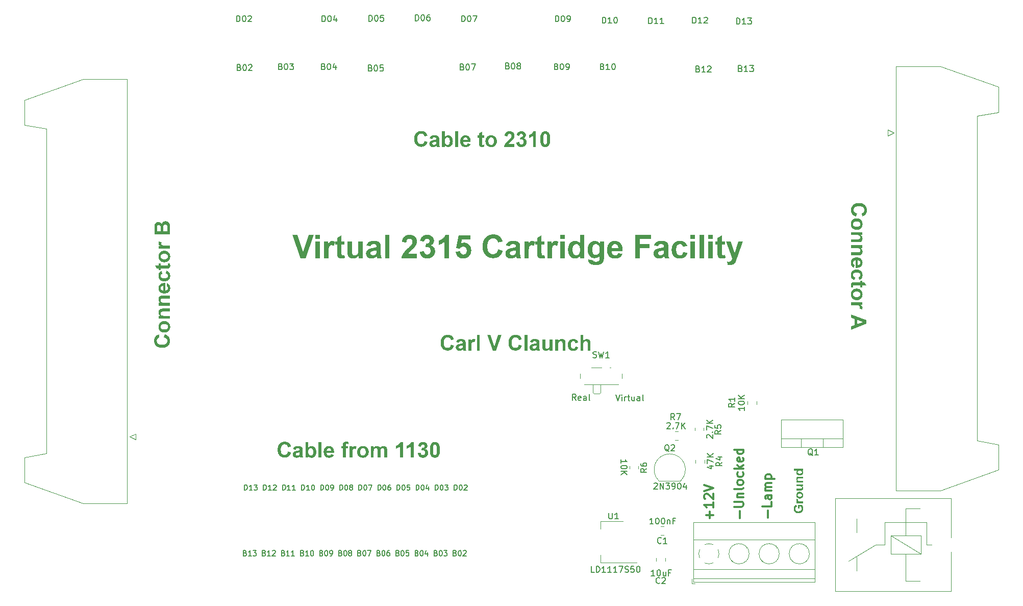
<source format=gbr>
%TF.GenerationSoftware,KiCad,Pcbnew,7.0.8*%
%TF.CreationDate,2025-04-10T16:12:06-04:00*%
%TF.ProjectId,2310interface,32333130-696e-4746-9572-666163652e6b,rev?*%
%TF.SameCoordinates,Original*%
%TF.FileFunction,Legend,Top*%
%TF.FilePolarity,Positive*%
%FSLAX46Y46*%
G04 Gerber Fmt 4.6, Leading zero omitted, Abs format (unit mm)*
G04 Created by KiCad (PCBNEW 7.0.8) date 2025-04-10 16:12:06*
%MOMM*%
%LPD*%
G01*
G04 APERTURE LIST*
%ADD10C,0.150000*%
%ADD11C,0.300000*%
%ADD12C,0.120000*%
G04 APERTURE END LIST*
D10*
X69322169Y-116524150D02*
X69445541Y-116565274D01*
X69445541Y-116565274D02*
X69486664Y-116606398D01*
X69486664Y-116606398D02*
X69527788Y-116688646D01*
X69527788Y-116688646D02*
X69527788Y-116812017D01*
X69527788Y-116812017D02*
X69486664Y-116894265D01*
X69486664Y-116894265D02*
X69445541Y-116935389D01*
X69445541Y-116935389D02*
X69363293Y-116976512D01*
X69363293Y-116976512D02*
X69034303Y-116976512D01*
X69034303Y-116976512D02*
X69034303Y-116112912D01*
X69034303Y-116112912D02*
X69322169Y-116112912D01*
X69322169Y-116112912D02*
X69404417Y-116154036D01*
X69404417Y-116154036D02*
X69445541Y-116195160D01*
X69445541Y-116195160D02*
X69486664Y-116277408D01*
X69486664Y-116277408D02*
X69486664Y-116359655D01*
X69486664Y-116359655D02*
X69445541Y-116441903D01*
X69445541Y-116441903D02*
X69404417Y-116483027D01*
X69404417Y-116483027D02*
X69322169Y-116524150D01*
X69322169Y-116524150D02*
X69034303Y-116524150D01*
X70350264Y-116976512D02*
X69856779Y-116976512D01*
X70103522Y-116976512D02*
X70103522Y-116112912D01*
X70103522Y-116112912D02*
X70021274Y-116236284D01*
X70021274Y-116236284D02*
X69939026Y-116318531D01*
X69939026Y-116318531D02*
X69856779Y-116359655D01*
X70638131Y-116112912D02*
X71172740Y-116112912D01*
X71172740Y-116112912D02*
X70884874Y-116441903D01*
X70884874Y-116441903D02*
X71008245Y-116441903D01*
X71008245Y-116441903D02*
X71090493Y-116483027D01*
X71090493Y-116483027D02*
X71131617Y-116524150D01*
X71131617Y-116524150D02*
X71172740Y-116606398D01*
X71172740Y-116606398D02*
X71172740Y-116812017D01*
X71172740Y-116812017D02*
X71131617Y-116894265D01*
X71131617Y-116894265D02*
X71090493Y-116935389D01*
X71090493Y-116935389D02*
X71008245Y-116976512D01*
X71008245Y-116976512D02*
X70761502Y-116976512D01*
X70761502Y-116976512D02*
X70679255Y-116935389D01*
X70679255Y-116935389D02*
X70638131Y-116894265D01*
X72488702Y-116524150D02*
X72612074Y-116565274D01*
X72612074Y-116565274D02*
X72653197Y-116606398D01*
X72653197Y-116606398D02*
X72694321Y-116688646D01*
X72694321Y-116688646D02*
X72694321Y-116812017D01*
X72694321Y-116812017D02*
X72653197Y-116894265D01*
X72653197Y-116894265D02*
X72612074Y-116935389D01*
X72612074Y-116935389D02*
X72529826Y-116976512D01*
X72529826Y-116976512D02*
X72200836Y-116976512D01*
X72200836Y-116976512D02*
X72200836Y-116112912D01*
X72200836Y-116112912D02*
X72488702Y-116112912D01*
X72488702Y-116112912D02*
X72570950Y-116154036D01*
X72570950Y-116154036D02*
X72612074Y-116195160D01*
X72612074Y-116195160D02*
X72653197Y-116277408D01*
X72653197Y-116277408D02*
X72653197Y-116359655D01*
X72653197Y-116359655D02*
X72612074Y-116441903D01*
X72612074Y-116441903D02*
X72570950Y-116483027D01*
X72570950Y-116483027D02*
X72488702Y-116524150D01*
X72488702Y-116524150D02*
X72200836Y-116524150D01*
X73516797Y-116976512D02*
X73023312Y-116976512D01*
X73270055Y-116976512D02*
X73270055Y-116112912D01*
X73270055Y-116112912D02*
X73187807Y-116236284D01*
X73187807Y-116236284D02*
X73105559Y-116318531D01*
X73105559Y-116318531D02*
X73023312Y-116359655D01*
X73845788Y-116195160D02*
X73886912Y-116154036D01*
X73886912Y-116154036D02*
X73969159Y-116112912D01*
X73969159Y-116112912D02*
X74174778Y-116112912D01*
X74174778Y-116112912D02*
X74257026Y-116154036D01*
X74257026Y-116154036D02*
X74298150Y-116195160D01*
X74298150Y-116195160D02*
X74339273Y-116277408D01*
X74339273Y-116277408D02*
X74339273Y-116359655D01*
X74339273Y-116359655D02*
X74298150Y-116483027D01*
X74298150Y-116483027D02*
X73804664Y-116976512D01*
X73804664Y-116976512D02*
X74339273Y-116976512D01*
X75655235Y-116524150D02*
X75778607Y-116565274D01*
X75778607Y-116565274D02*
X75819730Y-116606398D01*
X75819730Y-116606398D02*
X75860854Y-116688646D01*
X75860854Y-116688646D02*
X75860854Y-116812017D01*
X75860854Y-116812017D02*
X75819730Y-116894265D01*
X75819730Y-116894265D02*
X75778607Y-116935389D01*
X75778607Y-116935389D02*
X75696359Y-116976512D01*
X75696359Y-116976512D02*
X75367369Y-116976512D01*
X75367369Y-116976512D02*
X75367369Y-116112912D01*
X75367369Y-116112912D02*
X75655235Y-116112912D01*
X75655235Y-116112912D02*
X75737483Y-116154036D01*
X75737483Y-116154036D02*
X75778607Y-116195160D01*
X75778607Y-116195160D02*
X75819730Y-116277408D01*
X75819730Y-116277408D02*
X75819730Y-116359655D01*
X75819730Y-116359655D02*
X75778607Y-116441903D01*
X75778607Y-116441903D02*
X75737483Y-116483027D01*
X75737483Y-116483027D02*
X75655235Y-116524150D01*
X75655235Y-116524150D02*
X75367369Y-116524150D01*
X76683330Y-116976512D02*
X76189845Y-116976512D01*
X76436588Y-116976512D02*
X76436588Y-116112912D01*
X76436588Y-116112912D02*
X76354340Y-116236284D01*
X76354340Y-116236284D02*
X76272092Y-116318531D01*
X76272092Y-116318531D02*
X76189845Y-116359655D01*
X77505806Y-116976512D02*
X77012321Y-116976512D01*
X77259064Y-116976512D02*
X77259064Y-116112912D01*
X77259064Y-116112912D02*
X77176816Y-116236284D01*
X77176816Y-116236284D02*
X77094568Y-116318531D01*
X77094568Y-116318531D02*
X77012321Y-116359655D01*
X78821768Y-116524150D02*
X78945140Y-116565274D01*
X78945140Y-116565274D02*
X78986263Y-116606398D01*
X78986263Y-116606398D02*
X79027387Y-116688646D01*
X79027387Y-116688646D02*
X79027387Y-116812017D01*
X79027387Y-116812017D02*
X78986263Y-116894265D01*
X78986263Y-116894265D02*
X78945140Y-116935389D01*
X78945140Y-116935389D02*
X78862892Y-116976512D01*
X78862892Y-116976512D02*
X78533902Y-116976512D01*
X78533902Y-116976512D02*
X78533902Y-116112912D01*
X78533902Y-116112912D02*
X78821768Y-116112912D01*
X78821768Y-116112912D02*
X78904016Y-116154036D01*
X78904016Y-116154036D02*
X78945140Y-116195160D01*
X78945140Y-116195160D02*
X78986263Y-116277408D01*
X78986263Y-116277408D02*
X78986263Y-116359655D01*
X78986263Y-116359655D02*
X78945140Y-116441903D01*
X78945140Y-116441903D02*
X78904016Y-116483027D01*
X78904016Y-116483027D02*
X78821768Y-116524150D01*
X78821768Y-116524150D02*
X78533902Y-116524150D01*
X79849863Y-116976512D02*
X79356378Y-116976512D01*
X79603121Y-116976512D02*
X79603121Y-116112912D01*
X79603121Y-116112912D02*
X79520873Y-116236284D01*
X79520873Y-116236284D02*
X79438625Y-116318531D01*
X79438625Y-116318531D02*
X79356378Y-116359655D01*
X80384473Y-116112912D02*
X80466720Y-116112912D01*
X80466720Y-116112912D02*
X80548968Y-116154036D01*
X80548968Y-116154036D02*
X80590092Y-116195160D01*
X80590092Y-116195160D02*
X80631216Y-116277408D01*
X80631216Y-116277408D02*
X80672339Y-116441903D01*
X80672339Y-116441903D02*
X80672339Y-116647522D01*
X80672339Y-116647522D02*
X80631216Y-116812017D01*
X80631216Y-116812017D02*
X80590092Y-116894265D01*
X80590092Y-116894265D02*
X80548968Y-116935389D01*
X80548968Y-116935389D02*
X80466720Y-116976512D01*
X80466720Y-116976512D02*
X80384473Y-116976512D01*
X80384473Y-116976512D02*
X80302225Y-116935389D01*
X80302225Y-116935389D02*
X80261101Y-116894265D01*
X80261101Y-116894265D02*
X80219978Y-116812017D01*
X80219978Y-116812017D02*
X80178854Y-116647522D01*
X80178854Y-116647522D02*
X80178854Y-116441903D01*
X80178854Y-116441903D02*
X80219978Y-116277408D01*
X80219978Y-116277408D02*
X80261101Y-116195160D01*
X80261101Y-116195160D02*
X80302225Y-116154036D01*
X80302225Y-116154036D02*
X80384473Y-116112912D01*
X81988301Y-116524150D02*
X82111673Y-116565274D01*
X82111673Y-116565274D02*
X82152796Y-116606398D01*
X82152796Y-116606398D02*
X82193920Y-116688646D01*
X82193920Y-116688646D02*
X82193920Y-116812017D01*
X82193920Y-116812017D02*
X82152796Y-116894265D01*
X82152796Y-116894265D02*
X82111673Y-116935389D01*
X82111673Y-116935389D02*
X82029425Y-116976512D01*
X82029425Y-116976512D02*
X81700435Y-116976512D01*
X81700435Y-116976512D02*
X81700435Y-116112912D01*
X81700435Y-116112912D02*
X81988301Y-116112912D01*
X81988301Y-116112912D02*
X82070549Y-116154036D01*
X82070549Y-116154036D02*
X82111673Y-116195160D01*
X82111673Y-116195160D02*
X82152796Y-116277408D01*
X82152796Y-116277408D02*
X82152796Y-116359655D01*
X82152796Y-116359655D02*
X82111673Y-116441903D01*
X82111673Y-116441903D02*
X82070549Y-116483027D01*
X82070549Y-116483027D02*
X81988301Y-116524150D01*
X81988301Y-116524150D02*
X81700435Y-116524150D01*
X82728530Y-116112912D02*
X82810777Y-116112912D01*
X82810777Y-116112912D02*
X82893025Y-116154036D01*
X82893025Y-116154036D02*
X82934149Y-116195160D01*
X82934149Y-116195160D02*
X82975273Y-116277408D01*
X82975273Y-116277408D02*
X83016396Y-116441903D01*
X83016396Y-116441903D02*
X83016396Y-116647522D01*
X83016396Y-116647522D02*
X82975273Y-116812017D01*
X82975273Y-116812017D02*
X82934149Y-116894265D01*
X82934149Y-116894265D02*
X82893025Y-116935389D01*
X82893025Y-116935389D02*
X82810777Y-116976512D01*
X82810777Y-116976512D02*
X82728530Y-116976512D01*
X82728530Y-116976512D02*
X82646282Y-116935389D01*
X82646282Y-116935389D02*
X82605158Y-116894265D01*
X82605158Y-116894265D02*
X82564035Y-116812017D01*
X82564035Y-116812017D02*
X82522911Y-116647522D01*
X82522911Y-116647522D02*
X82522911Y-116441903D01*
X82522911Y-116441903D02*
X82564035Y-116277408D01*
X82564035Y-116277408D02*
X82605158Y-116195160D01*
X82605158Y-116195160D02*
X82646282Y-116154036D01*
X82646282Y-116154036D02*
X82728530Y-116112912D01*
X83427634Y-116976512D02*
X83592130Y-116976512D01*
X83592130Y-116976512D02*
X83674377Y-116935389D01*
X83674377Y-116935389D02*
X83715501Y-116894265D01*
X83715501Y-116894265D02*
X83797749Y-116770893D01*
X83797749Y-116770893D02*
X83838872Y-116606398D01*
X83838872Y-116606398D02*
X83838872Y-116277408D01*
X83838872Y-116277408D02*
X83797749Y-116195160D01*
X83797749Y-116195160D02*
X83756625Y-116154036D01*
X83756625Y-116154036D02*
X83674377Y-116112912D01*
X83674377Y-116112912D02*
X83509882Y-116112912D01*
X83509882Y-116112912D02*
X83427634Y-116154036D01*
X83427634Y-116154036D02*
X83386511Y-116195160D01*
X83386511Y-116195160D02*
X83345387Y-116277408D01*
X83345387Y-116277408D02*
X83345387Y-116483027D01*
X83345387Y-116483027D02*
X83386511Y-116565274D01*
X83386511Y-116565274D02*
X83427634Y-116606398D01*
X83427634Y-116606398D02*
X83509882Y-116647522D01*
X83509882Y-116647522D02*
X83674377Y-116647522D01*
X83674377Y-116647522D02*
X83756625Y-116606398D01*
X83756625Y-116606398D02*
X83797749Y-116565274D01*
X83797749Y-116565274D02*
X83838872Y-116483027D01*
X85154834Y-116524150D02*
X85278206Y-116565274D01*
X85278206Y-116565274D02*
X85319329Y-116606398D01*
X85319329Y-116606398D02*
X85360453Y-116688646D01*
X85360453Y-116688646D02*
X85360453Y-116812017D01*
X85360453Y-116812017D02*
X85319329Y-116894265D01*
X85319329Y-116894265D02*
X85278206Y-116935389D01*
X85278206Y-116935389D02*
X85195958Y-116976512D01*
X85195958Y-116976512D02*
X84866968Y-116976512D01*
X84866968Y-116976512D02*
X84866968Y-116112912D01*
X84866968Y-116112912D02*
X85154834Y-116112912D01*
X85154834Y-116112912D02*
X85237082Y-116154036D01*
X85237082Y-116154036D02*
X85278206Y-116195160D01*
X85278206Y-116195160D02*
X85319329Y-116277408D01*
X85319329Y-116277408D02*
X85319329Y-116359655D01*
X85319329Y-116359655D02*
X85278206Y-116441903D01*
X85278206Y-116441903D02*
X85237082Y-116483027D01*
X85237082Y-116483027D02*
X85154834Y-116524150D01*
X85154834Y-116524150D02*
X84866968Y-116524150D01*
X85895063Y-116112912D02*
X85977310Y-116112912D01*
X85977310Y-116112912D02*
X86059558Y-116154036D01*
X86059558Y-116154036D02*
X86100682Y-116195160D01*
X86100682Y-116195160D02*
X86141806Y-116277408D01*
X86141806Y-116277408D02*
X86182929Y-116441903D01*
X86182929Y-116441903D02*
X86182929Y-116647522D01*
X86182929Y-116647522D02*
X86141806Y-116812017D01*
X86141806Y-116812017D02*
X86100682Y-116894265D01*
X86100682Y-116894265D02*
X86059558Y-116935389D01*
X86059558Y-116935389D02*
X85977310Y-116976512D01*
X85977310Y-116976512D02*
X85895063Y-116976512D01*
X85895063Y-116976512D02*
X85812815Y-116935389D01*
X85812815Y-116935389D02*
X85771691Y-116894265D01*
X85771691Y-116894265D02*
X85730568Y-116812017D01*
X85730568Y-116812017D02*
X85689444Y-116647522D01*
X85689444Y-116647522D02*
X85689444Y-116441903D01*
X85689444Y-116441903D02*
X85730568Y-116277408D01*
X85730568Y-116277408D02*
X85771691Y-116195160D01*
X85771691Y-116195160D02*
X85812815Y-116154036D01*
X85812815Y-116154036D02*
X85895063Y-116112912D01*
X86676415Y-116483027D02*
X86594167Y-116441903D01*
X86594167Y-116441903D02*
X86553044Y-116400779D01*
X86553044Y-116400779D02*
X86511920Y-116318531D01*
X86511920Y-116318531D02*
X86511920Y-116277408D01*
X86511920Y-116277408D02*
X86553044Y-116195160D01*
X86553044Y-116195160D02*
X86594167Y-116154036D01*
X86594167Y-116154036D02*
X86676415Y-116112912D01*
X86676415Y-116112912D02*
X86840910Y-116112912D01*
X86840910Y-116112912D02*
X86923158Y-116154036D01*
X86923158Y-116154036D02*
X86964282Y-116195160D01*
X86964282Y-116195160D02*
X87005405Y-116277408D01*
X87005405Y-116277408D02*
X87005405Y-116318531D01*
X87005405Y-116318531D02*
X86964282Y-116400779D01*
X86964282Y-116400779D02*
X86923158Y-116441903D01*
X86923158Y-116441903D02*
X86840910Y-116483027D01*
X86840910Y-116483027D02*
X86676415Y-116483027D01*
X86676415Y-116483027D02*
X86594167Y-116524150D01*
X86594167Y-116524150D02*
X86553044Y-116565274D01*
X86553044Y-116565274D02*
X86511920Y-116647522D01*
X86511920Y-116647522D02*
X86511920Y-116812017D01*
X86511920Y-116812017D02*
X86553044Y-116894265D01*
X86553044Y-116894265D02*
X86594167Y-116935389D01*
X86594167Y-116935389D02*
X86676415Y-116976512D01*
X86676415Y-116976512D02*
X86840910Y-116976512D01*
X86840910Y-116976512D02*
X86923158Y-116935389D01*
X86923158Y-116935389D02*
X86964282Y-116894265D01*
X86964282Y-116894265D02*
X87005405Y-116812017D01*
X87005405Y-116812017D02*
X87005405Y-116647522D01*
X87005405Y-116647522D02*
X86964282Y-116565274D01*
X86964282Y-116565274D02*
X86923158Y-116524150D01*
X86923158Y-116524150D02*
X86840910Y-116483027D01*
X88321367Y-116524150D02*
X88444739Y-116565274D01*
X88444739Y-116565274D02*
X88485862Y-116606398D01*
X88485862Y-116606398D02*
X88526986Y-116688646D01*
X88526986Y-116688646D02*
X88526986Y-116812017D01*
X88526986Y-116812017D02*
X88485862Y-116894265D01*
X88485862Y-116894265D02*
X88444739Y-116935389D01*
X88444739Y-116935389D02*
X88362491Y-116976512D01*
X88362491Y-116976512D02*
X88033501Y-116976512D01*
X88033501Y-116976512D02*
X88033501Y-116112912D01*
X88033501Y-116112912D02*
X88321367Y-116112912D01*
X88321367Y-116112912D02*
X88403615Y-116154036D01*
X88403615Y-116154036D02*
X88444739Y-116195160D01*
X88444739Y-116195160D02*
X88485862Y-116277408D01*
X88485862Y-116277408D02*
X88485862Y-116359655D01*
X88485862Y-116359655D02*
X88444739Y-116441903D01*
X88444739Y-116441903D02*
X88403615Y-116483027D01*
X88403615Y-116483027D02*
X88321367Y-116524150D01*
X88321367Y-116524150D02*
X88033501Y-116524150D01*
X89061596Y-116112912D02*
X89143843Y-116112912D01*
X89143843Y-116112912D02*
X89226091Y-116154036D01*
X89226091Y-116154036D02*
X89267215Y-116195160D01*
X89267215Y-116195160D02*
X89308339Y-116277408D01*
X89308339Y-116277408D02*
X89349462Y-116441903D01*
X89349462Y-116441903D02*
X89349462Y-116647522D01*
X89349462Y-116647522D02*
X89308339Y-116812017D01*
X89308339Y-116812017D02*
X89267215Y-116894265D01*
X89267215Y-116894265D02*
X89226091Y-116935389D01*
X89226091Y-116935389D02*
X89143843Y-116976512D01*
X89143843Y-116976512D02*
X89061596Y-116976512D01*
X89061596Y-116976512D02*
X88979348Y-116935389D01*
X88979348Y-116935389D02*
X88938224Y-116894265D01*
X88938224Y-116894265D02*
X88897101Y-116812017D01*
X88897101Y-116812017D02*
X88855977Y-116647522D01*
X88855977Y-116647522D02*
X88855977Y-116441903D01*
X88855977Y-116441903D02*
X88897101Y-116277408D01*
X88897101Y-116277408D02*
X88938224Y-116195160D01*
X88938224Y-116195160D02*
X88979348Y-116154036D01*
X88979348Y-116154036D02*
X89061596Y-116112912D01*
X89637329Y-116112912D02*
X90213062Y-116112912D01*
X90213062Y-116112912D02*
X89842948Y-116976512D01*
X91487900Y-116524150D02*
X91611272Y-116565274D01*
X91611272Y-116565274D02*
X91652395Y-116606398D01*
X91652395Y-116606398D02*
X91693519Y-116688646D01*
X91693519Y-116688646D02*
X91693519Y-116812017D01*
X91693519Y-116812017D02*
X91652395Y-116894265D01*
X91652395Y-116894265D02*
X91611272Y-116935389D01*
X91611272Y-116935389D02*
X91529024Y-116976512D01*
X91529024Y-116976512D02*
X91200034Y-116976512D01*
X91200034Y-116976512D02*
X91200034Y-116112912D01*
X91200034Y-116112912D02*
X91487900Y-116112912D01*
X91487900Y-116112912D02*
X91570148Y-116154036D01*
X91570148Y-116154036D02*
X91611272Y-116195160D01*
X91611272Y-116195160D02*
X91652395Y-116277408D01*
X91652395Y-116277408D02*
X91652395Y-116359655D01*
X91652395Y-116359655D02*
X91611272Y-116441903D01*
X91611272Y-116441903D02*
X91570148Y-116483027D01*
X91570148Y-116483027D02*
X91487900Y-116524150D01*
X91487900Y-116524150D02*
X91200034Y-116524150D01*
X92228129Y-116112912D02*
X92310376Y-116112912D01*
X92310376Y-116112912D02*
X92392624Y-116154036D01*
X92392624Y-116154036D02*
X92433748Y-116195160D01*
X92433748Y-116195160D02*
X92474872Y-116277408D01*
X92474872Y-116277408D02*
X92515995Y-116441903D01*
X92515995Y-116441903D02*
X92515995Y-116647522D01*
X92515995Y-116647522D02*
X92474872Y-116812017D01*
X92474872Y-116812017D02*
X92433748Y-116894265D01*
X92433748Y-116894265D02*
X92392624Y-116935389D01*
X92392624Y-116935389D02*
X92310376Y-116976512D01*
X92310376Y-116976512D02*
X92228129Y-116976512D01*
X92228129Y-116976512D02*
X92145881Y-116935389D01*
X92145881Y-116935389D02*
X92104757Y-116894265D01*
X92104757Y-116894265D02*
X92063634Y-116812017D01*
X92063634Y-116812017D02*
X92022510Y-116647522D01*
X92022510Y-116647522D02*
X92022510Y-116441903D01*
X92022510Y-116441903D02*
X92063634Y-116277408D01*
X92063634Y-116277408D02*
X92104757Y-116195160D01*
X92104757Y-116195160D02*
X92145881Y-116154036D01*
X92145881Y-116154036D02*
X92228129Y-116112912D01*
X93256224Y-116112912D02*
X93091729Y-116112912D01*
X93091729Y-116112912D02*
X93009481Y-116154036D01*
X93009481Y-116154036D02*
X92968357Y-116195160D01*
X92968357Y-116195160D02*
X92886110Y-116318531D01*
X92886110Y-116318531D02*
X92844986Y-116483027D01*
X92844986Y-116483027D02*
X92844986Y-116812017D01*
X92844986Y-116812017D02*
X92886110Y-116894265D01*
X92886110Y-116894265D02*
X92927233Y-116935389D01*
X92927233Y-116935389D02*
X93009481Y-116976512D01*
X93009481Y-116976512D02*
X93173976Y-116976512D01*
X93173976Y-116976512D02*
X93256224Y-116935389D01*
X93256224Y-116935389D02*
X93297348Y-116894265D01*
X93297348Y-116894265D02*
X93338471Y-116812017D01*
X93338471Y-116812017D02*
X93338471Y-116606398D01*
X93338471Y-116606398D02*
X93297348Y-116524150D01*
X93297348Y-116524150D02*
X93256224Y-116483027D01*
X93256224Y-116483027D02*
X93173976Y-116441903D01*
X93173976Y-116441903D02*
X93009481Y-116441903D01*
X93009481Y-116441903D02*
X92927233Y-116483027D01*
X92927233Y-116483027D02*
X92886110Y-116524150D01*
X92886110Y-116524150D02*
X92844986Y-116606398D01*
X94654433Y-116524150D02*
X94777805Y-116565274D01*
X94777805Y-116565274D02*
X94818928Y-116606398D01*
X94818928Y-116606398D02*
X94860052Y-116688646D01*
X94860052Y-116688646D02*
X94860052Y-116812017D01*
X94860052Y-116812017D02*
X94818928Y-116894265D01*
X94818928Y-116894265D02*
X94777805Y-116935389D01*
X94777805Y-116935389D02*
X94695557Y-116976512D01*
X94695557Y-116976512D02*
X94366567Y-116976512D01*
X94366567Y-116976512D02*
X94366567Y-116112912D01*
X94366567Y-116112912D02*
X94654433Y-116112912D01*
X94654433Y-116112912D02*
X94736681Y-116154036D01*
X94736681Y-116154036D02*
X94777805Y-116195160D01*
X94777805Y-116195160D02*
X94818928Y-116277408D01*
X94818928Y-116277408D02*
X94818928Y-116359655D01*
X94818928Y-116359655D02*
X94777805Y-116441903D01*
X94777805Y-116441903D02*
X94736681Y-116483027D01*
X94736681Y-116483027D02*
X94654433Y-116524150D01*
X94654433Y-116524150D02*
X94366567Y-116524150D01*
X95394662Y-116112912D02*
X95476909Y-116112912D01*
X95476909Y-116112912D02*
X95559157Y-116154036D01*
X95559157Y-116154036D02*
X95600281Y-116195160D01*
X95600281Y-116195160D02*
X95641405Y-116277408D01*
X95641405Y-116277408D02*
X95682528Y-116441903D01*
X95682528Y-116441903D02*
X95682528Y-116647522D01*
X95682528Y-116647522D02*
X95641405Y-116812017D01*
X95641405Y-116812017D02*
X95600281Y-116894265D01*
X95600281Y-116894265D02*
X95559157Y-116935389D01*
X95559157Y-116935389D02*
X95476909Y-116976512D01*
X95476909Y-116976512D02*
X95394662Y-116976512D01*
X95394662Y-116976512D02*
X95312414Y-116935389D01*
X95312414Y-116935389D02*
X95271290Y-116894265D01*
X95271290Y-116894265D02*
X95230167Y-116812017D01*
X95230167Y-116812017D02*
X95189043Y-116647522D01*
X95189043Y-116647522D02*
X95189043Y-116441903D01*
X95189043Y-116441903D02*
X95230167Y-116277408D01*
X95230167Y-116277408D02*
X95271290Y-116195160D01*
X95271290Y-116195160D02*
X95312414Y-116154036D01*
X95312414Y-116154036D02*
X95394662Y-116112912D01*
X96463881Y-116112912D02*
X96052643Y-116112912D01*
X96052643Y-116112912D02*
X96011519Y-116524150D01*
X96011519Y-116524150D02*
X96052643Y-116483027D01*
X96052643Y-116483027D02*
X96134890Y-116441903D01*
X96134890Y-116441903D02*
X96340509Y-116441903D01*
X96340509Y-116441903D02*
X96422757Y-116483027D01*
X96422757Y-116483027D02*
X96463881Y-116524150D01*
X96463881Y-116524150D02*
X96505004Y-116606398D01*
X96505004Y-116606398D02*
X96505004Y-116812017D01*
X96505004Y-116812017D02*
X96463881Y-116894265D01*
X96463881Y-116894265D02*
X96422757Y-116935389D01*
X96422757Y-116935389D02*
X96340509Y-116976512D01*
X96340509Y-116976512D02*
X96134890Y-116976512D01*
X96134890Y-116976512D02*
X96052643Y-116935389D01*
X96052643Y-116935389D02*
X96011519Y-116894265D01*
X97820966Y-116524150D02*
X97944338Y-116565274D01*
X97944338Y-116565274D02*
X97985461Y-116606398D01*
X97985461Y-116606398D02*
X98026585Y-116688646D01*
X98026585Y-116688646D02*
X98026585Y-116812017D01*
X98026585Y-116812017D02*
X97985461Y-116894265D01*
X97985461Y-116894265D02*
X97944338Y-116935389D01*
X97944338Y-116935389D02*
X97862090Y-116976512D01*
X97862090Y-116976512D02*
X97533100Y-116976512D01*
X97533100Y-116976512D02*
X97533100Y-116112912D01*
X97533100Y-116112912D02*
X97820966Y-116112912D01*
X97820966Y-116112912D02*
X97903214Y-116154036D01*
X97903214Y-116154036D02*
X97944338Y-116195160D01*
X97944338Y-116195160D02*
X97985461Y-116277408D01*
X97985461Y-116277408D02*
X97985461Y-116359655D01*
X97985461Y-116359655D02*
X97944338Y-116441903D01*
X97944338Y-116441903D02*
X97903214Y-116483027D01*
X97903214Y-116483027D02*
X97820966Y-116524150D01*
X97820966Y-116524150D02*
X97533100Y-116524150D01*
X98561195Y-116112912D02*
X98643442Y-116112912D01*
X98643442Y-116112912D02*
X98725690Y-116154036D01*
X98725690Y-116154036D02*
X98766814Y-116195160D01*
X98766814Y-116195160D02*
X98807938Y-116277408D01*
X98807938Y-116277408D02*
X98849061Y-116441903D01*
X98849061Y-116441903D02*
X98849061Y-116647522D01*
X98849061Y-116647522D02*
X98807938Y-116812017D01*
X98807938Y-116812017D02*
X98766814Y-116894265D01*
X98766814Y-116894265D02*
X98725690Y-116935389D01*
X98725690Y-116935389D02*
X98643442Y-116976512D01*
X98643442Y-116976512D02*
X98561195Y-116976512D01*
X98561195Y-116976512D02*
X98478947Y-116935389D01*
X98478947Y-116935389D02*
X98437823Y-116894265D01*
X98437823Y-116894265D02*
X98396700Y-116812017D01*
X98396700Y-116812017D02*
X98355576Y-116647522D01*
X98355576Y-116647522D02*
X98355576Y-116441903D01*
X98355576Y-116441903D02*
X98396700Y-116277408D01*
X98396700Y-116277408D02*
X98437823Y-116195160D01*
X98437823Y-116195160D02*
X98478947Y-116154036D01*
X98478947Y-116154036D02*
X98561195Y-116112912D01*
X99589290Y-116400779D02*
X99589290Y-116976512D01*
X99383671Y-116071789D02*
X99178052Y-116688646D01*
X99178052Y-116688646D02*
X99712661Y-116688646D01*
X100987499Y-116524150D02*
X101110871Y-116565274D01*
X101110871Y-116565274D02*
X101151994Y-116606398D01*
X101151994Y-116606398D02*
X101193118Y-116688646D01*
X101193118Y-116688646D02*
X101193118Y-116812017D01*
X101193118Y-116812017D02*
X101151994Y-116894265D01*
X101151994Y-116894265D02*
X101110871Y-116935389D01*
X101110871Y-116935389D02*
X101028623Y-116976512D01*
X101028623Y-116976512D02*
X100699633Y-116976512D01*
X100699633Y-116976512D02*
X100699633Y-116112912D01*
X100699633Y-116112912D02*
X100987499Y-116112912D01*
X100987499Y-116112912D02*
X101069747Y-116154036D01*
X101069747Y-116154036D02*
X101110871Y-116195160D01*
X101110871Y-116195160D02*
X101151994Y-116277408D01*
X101151994Y-116277408D02*
X101151994Y-116359655D01*
X101151994Y-116359655D02*
X101110871Y-116441903D01*
X101110871Y-116441903D02*
X101069747Y-116483027D01*
X101069747Y-116483027D02*
X100987499Y-116524150D01*
X100987499Y-116524150D02*
X100699633Y-116524150D01*
X101727728Y-116112912D02*
X101809975Y-116112912D01*
X101809975Y-116112912D02*
X101892223Y-116154036D01*
X101892223Y-116154036D02*
X101933347Y-116195160D01*
X101933347Y-116195160D02*
X101974471Y-116277408D01*
X101974471Y-116277408D02*
X102015594Y-116441903D01*
X102015594Y-116441903D02*
X102015594Y-116647522D01*
X102015594Y-116647522D02*
X101974471Y-116812017D01*
X101974471Y-116812017D02*
X101933347Y-116894265D01*
X101933347Y-116894265D02*
X101892223Y-116935389D01*
X101892223Y-116935389D02*
X101809975Y-116976512D01*
X101809975Y-116976512D02*
X101727728Y-116976512D01*
X101727728Y-116976512D02*
X101645480Y-116935389D01*
X101645480Y-116935389D02*
X101604356Y-116894265D01*
X101604356Y-116894265D02*
X101563233Y-116812017D01*
X101563233Y-116812017D02*
X101522109Y-116647522D01*
X101522109Y-116647522D02*
X101522109Y-116441903D01*
X101522109Y-116441903D02*
X101563233Y-116277408D01*
X101563233Y-116277408D02*
X101604356Y-116195160D01*
X101604356Y-116195160D02*
X101645480Y-116154036D01*
X101645480Y-116154036D02*
X101727728Y-116112912D01*
X102303461Y-116112912D02*
X102838070Y-116112912D01*
X102838070Y-116112912D02*
X102550204Y-116441903D01*
X102550204Y-116441903D02*
X102673575Y-116441903D01*
X102673575Y-116441903D02*
X102755823Y-116483027D01*
X102755823Y-116483027D02*
X102796947Y-116524150D01*
X102796947Y-116524150D02*
X102838070Y-116606398D01*
X102838070Y-116606398D02*
X102838070Y-116812017D01*
X102838070Y-116812017D02*
X102796947Y-116894265D01*
X102796947Y-116894265D02*
X102755823Y-116935389D01*
X102755823Y-116935389D02*
X102673575Y-116976512D01*
X102673575Y-116976512D02*
X102426832Y-116976512D01*
X102426832Y-116976512D02*
X102344585Y-116935389D01*
X102344585Y-116935389D02*
X102303461Y-116894265D01*
X104154032Y-116524150D02*
X104277404Y-116565274D01*
X104277404Y-116565274D02*
X104318527Y-116606398D01*
X104318527Y-116606398D02*
X104359651Y-116688646D01*
X104359651Y-116688646D02*
X104359651Y-116812017D01*
X104359651Y-116812017D02*
X104318527Y-116894265D01*
X104318527Y-116894265D02*
X104277404Y-116935389D01*
X104277404Y-116935389D02*
X104195156Y-116976512D01*
X104195156Y-116976512D02*
X103866166Y-116976512D01*
X103866166Y-116976512D02*
X103866166Y-116112912D01*
X103866166Y-116112912D02*
X104154032Y-116112912D01*
X104154032Y-116112912D02*
X104236280Y-116154036D01*
X104236280Y-116154036D02*
X104277404Y-116195160D01*
X104277404Y-116195160D02*
X104318527Y-116277408D01*
X104318527Y-116277408D02*
X104318527Y-116359655D01*
X104318527Y-116359655D02*
X104277404Y-116441903D01*
X104277404Y-116441903D02*
X104236280Y-116483027D01*
X104236280Y-116483027D02*
X104154032Y-116524150D01*
X104154032Y-116524150D02*
X103866166Y-116524150D01*
X104894261Y-116112912D02*
X104976508Y-116112912D01*
X104976508Y-116112912D02*
X105058756Y-116154036D01*
X105058756Y-116154036D02*
X105099880Y-116195160D01*
X105099880Y-116195160D02*
X105141004Y-116277408D01*
X105141004Y-116277408D02*
X105182127Y-116441903D01*
X105182127Y-116441903D02*
X105182127Y-116647522D01*
X105182127Y-116647522D02*
X105141004Y-116812017D01*
X105141004Y-116812017D02*
X105099880Y-116894265D01*
X105099880Y-116894265D02*
X105058756Y-116935389D01*
X105058756Y-116935389D02*
X104976508Y-116976512D01*
X104976508Y-116976512D02*
X104894261Y-116976512D01*
X104894261Y-116976512D02*
X104812013Y-116935389D01*
X104812013Y-116935389D02*
X104770889Y-116894265D01*
X104770889Y-116894265D02*
X104729766Y-116812017D01*
X104729766Y-116812017D02*
X104688642Y-116647522D01*
X104688642Y-116647522D02*
X104688642Y-116441903D01*
X104688642Y-116441903D02*
X104729766Y-116277408D01*
X104729766Y-116277408D02*
X104770889Y-116195160D01*
X104770889Y-116195160D02*
X104812013Y-116154036D01*
X104812013Y-116154036D02*
X104894261Y-116112912D01*
X105511118Y-116195160D02*
X105552242Y-116154036D01*
X105552242Y-116154036D02*
X105634489Y-116112912D01*
X105634489Y-116112912D02*
X105840108Y-116112912D01*
X105840108Y-116112912D02*
X105922356Y-116154036D01*
X105922356Y-116154036D02*
X105963480Y-116195160D01*
X105963480Y-116195160D02*
X106004603Y-116277408D01*
X106004603Y-116277408D02*
X106004603Y-116359655D01*
X106004603Y-116359655D02*
X105963480Y-116483027D01*
X105963480Y-116483027D02*
X105469994Y-116976512D01*
X105469994Y-116976512D02*
X106004603Y-116976512D01*
X69194303Y-106086512D02*
X69194303Y-105222912D01*
X69194303Y-105222912D02*
X69399922Y-105222912D01*
X69399922Y-105222912D02*
X69523293Y-105264036D01*
X69523293Y-105264036D02*
X69605541Y-105346284D01*
X69605541Y-105346284D02*
X69646664Y-105428531D01*
X69646664Y-105428531D02*
X69687788Y-105593027D01*
X69687788Y-105593027D02*
X69687788Y-105716398D01*
X69687788Y-105716398D02*
X69646664Y-105880893D01*
X69646664Y-105880893D02*
X69605541Y-105963141D01*
X69605541Y-105963141D02*
X69523293Y-106045389D01*
X69523293Y-106045389D02*
X69399922Y-106086512D01*
X69399922Y-106086512D02*
X69194303Y-106086512D01*
X70510264Y-106086512D02*
X70016779Y-106086512D01*
X70263522Y-106086512D02*
X70263522Y-105222912D01*
X70263522Y-105222912D02*
X70181274Y-105346284D01*
X70181274Y-105346284D02*
X70099026Y-105428531D01*
X70099026Y-105428531D02*
X70016779Y-105469655D01*
X70798131Y-105222912D02*
X71332740Y-105222912D01*
X71332740Y-105222912D02*
X71044874Y-105551903D01*
X71044874Y-105551903D02*
X71168245Y-105551903D01*
X71168245Y-105551903D02*
X71250493Y-105593027D01*
X71250493Y-105593027D02*
X71291617Y-105634150D01*
X71291617Y-105634150D02*
X71332740Y-105716398D01*
X71332740Y-105716398D02*
X71332740Y-105922017D01*
X71332740Y-105922017D02*
X71291617Y-106004265D01*
X71291617Y-106004265D02*
X71250493Y-106045389D01*
X71250493Y-106045389D02*
X71168245Y-106086512D01*
X71168245Y-106086512D02*
X70921502Y-106086512D01*
X70921502Y-106086512D02*
X70839255Y-106045389D01*
X70839255Y-106045389D02*
X70798131Y-106004265D01*
X72360836Y-106086512D02*
X72360836Y-105222912D01*
X72360836Y-105222912D02*
X72566455Y-105222912D01*
X72566455Y-105222912D02*
X72689826Y-105264036D01*
X72689826Y-105264036D02*
X72772074Y-105346284D01*
X72772074Y-105346284D02*
X72813197Y-105428531D01*
X72813197Y-105428531D02*
X72854321Y-105593027D01*
X72854321Y-105593027D02*
X72854321Y-105716398D01*
X72854321Y-105716398D02*
X72813197Y-105880893D01*
X72813197Y-105880893D02*
X72772074Y-105963141D01*
X72772074Y-105963141D02*
X72689826Y-106045389D01*
X72689826Y-106045389D02*
X72566455Y-106086512D01*
X72566455Y-106086512D02*
X72360836Y-106086512D01*
X73676797Y-106086512D02*
X73183312Y-106086512D01*
X73430055Y-106086512D02*
X73430055Y-105222912D01*
X73430055Y-105222912D02*
X73347807Y-105346284D01*
X73347807Y-105346284D02*
X73265559Y-105428531D01*
X73265559Y-105428531D02*
X73183312Y-105469655D01*
X74005788Y-105305160D02*
X74046912Y-105264036D01*
X74046912Y-105264036D02*
X74129159Y-105222912D01*
X74129159Y-105222912D02*
X74334778Y-105222912D01*
X74334778Y-105222912D02*
X74417026Y-105264036D01*
X74417026Y-105264036D02*
X74458150Y-105305160D01*
X74458150Y-105305160D02*
X74499273Y-105387408D01*
X74499273Y-105387408D02*
X74499273Y-105469655D01*
X74499273Y-105469655D02*
X74458150Y-105593027D01*
X74458150Y-105593027D02*
X73964664Y-106086512D01*
X73964664Y-106086512D02*
X74499273Y-106086512D01*
X75527369Y-106086512D02*
X75527369Y-105222912D01*
X75527369Y-105222912D02*
X75732988Y-105222912D01*
X75732988Y-105222912D02*
X75856359Y-105264036D01*
X75856359Y-105264036D02*
X75938607Y-105346284D01*
X75938607Y-105346284D02*
X75979730Y-105428531D01*
X75979730Y-105428531D02*
X76020854Y-105593027D01*
X76020854Y-105593027D02*
X76020854Y-105716398D01*
X76020854Y-105716398D02*
X75979730Y-105880893D01*
X75979730Y-105880893D02*
X75938607Y-105963141D01*
X75938607Y-105963141D02*
X75856359Y-106045389D01*
X75856359Y-106045389D02*
X75732988Y-106086512D01*
X75732988Y-106086512D02*
X75527369Y-106086512D01*
X76843330Y-106086512D02*
X76349845Y-106086512D01*
X76596588Y-106086512D02*
X76596588Y-105222912D01*
X76596588Y-105222912D02*
X76514340Y-105346284D01*
X76514340Y-105346284D02*
X76432092Y-105428531D01*
X76432092Y-105428531D02*
X76349845Y-105469655D01*
X77665806Y-106086512D02*
X77172321Y-106086512D01*
X77419064Y-106086512D02*
X77419064Y-105222912D01*
X77419064Y-105222912D02*
X77336816Y-105346284D01*
X77336816Y-105346284D02*
X77254568Y-105428531D01*
X77254568Y-105428531D02*
X77172321Y-105469655D01*
X78693902Y-106086512D02*
X78693902Y-105222912D01*
X78693902Y-105222912D02*
X78899521Y-105222912D01*
X78899521Y-105222912D02*
X79022892Y-105264036D01*
X79022892Y-105264036D02*
X79105140Y-105346284D01*
X79105140Y-105346284D02*
X79146263Y-105428531D01*
X79146263Y-105428531D02*
X79187387Y-105593027D01*
X79187387Y-105593027D02*
X79187387Y-105716398D01*
X79187387Y-105716398D02*
X79146263Y-105880893D01*
X79146263Y-105880893D02*
X79105140Y-105963141D01*
X79105140Y-105963141D02*
X79022892Y-106045389D01*
X79022892Y-106045389D02*
X78899521Y-106086512D01*
X78899521Y-106086512D02*
X78693902Y-106086512D01*
X80009863Y-106086512D02*
X79516378Y-106086512D01*
X79763121Y-106086512D02*
X79763121Y-105222912D01*
X79763121Y-105222912D02*
X79680873Y-105346284D01*
X79680873Y-105346284D02*
X79598625Y-105428531D01*
X79598625Y-105428531D02*
X79516378Y-105469655D01*
X80544473Y-105222912D02*
X80626720Y-105222912D01*
X80626720Y-105222912D02*
X80708968Y-105264036D01*
X80708968Y-105264036D02*
X80750092Y-105305160D01*
X80750092Y-105305160D02*
X80791216Y-105387408D01*
X80791216Y-105387408D02*
X80832339Y-105551903D01*
X80832339Y-105551903D02*
X80832339Y-105757522D01*
X80832339Y-105757522D02*
X80791216Y-105922017D01*
X80791216Y-105922017D02*
X80750092Y-106004265D01*
X80750092Y-106004265D02*
X80708968Y-106045389D01*
X80708968Y-106045389D02*
X80626720Y-106086512D01*
X80626720Y-106086512D02*
X80544473Y-106086512D01*
X80544473Y-106086512D02*
X80462225Y-106045389D01*
X80462225Y-106045389D02*
X80421101Y-106004265D01*
X80421101Y-106004265D02*
X80379978Y-105922017D01*
X80379978Y-105922017D02*
X80338854Y-105757522D01*
X80338854Y-105757522D02*
X80338854Y-105551903D01*
X80338854Y-105551903D02*
X80379978Y-105387408D01*
X80379978Y-105387408D02*
X80421101Y-105305160D01*
X80421101Y-105305160D02*
X80462225Y-105264036D01*
X80462225Y-105264036D02*
X80544473Y-105222912D01*
X81860435Y-106086512D02*
X81860435Y-105222912D01*
X81860435Y-105222912D02*
X82066054Y-105222912D01*
X82066054Y-105222912D02*
X82189425Y-105264036D01*
X82189425Y-105264036D02*
X82271673Y-105346284D01*
X82271673Y-105346284D02*
X82312796Y-105428531D01*
X82312796Y-105428531D02*
X82353920Y-105593027D01*
X82353920Y-105593027D02*
X82353920Y-105716398D01*
X82353920Y-105716398D02*
X82312796Y-105880893D01*
X82312796Y-105880893D02*
X82271673Y-105963141D01*
X82271673Y-105963141D02*
X82189425Y-106045389D01*
X82189425Y-106045389D02*
X82066054Y-106086512D01*
X82066054Y-106086512D02*
X81860435Y-106086512D01*
X82888530Y-105222912D02*
X82970777Y-105222912D01*
X82970777Y-105222912D02*
X83053025Y-105264036D01*
X83053025Y-105264036D02*
X83094149Y-105305160D01*
X83094149Y-105305160D02*
X83135273Y-105387408D01*
X83135273Y-105387408D02*
X83176396Y-105551903D01*
X83176396Y-105551903D02*
X83176396Y-105757522D01*
X83176396Y-105757522D02*
X83135273Y-105922017D01*
X83135273Y-105922017D02*
X83094149Y-106004265D01*
X83094149Y-106004265D02*
X83053025Y-106045389D01*
X83053025Y-106045389D02*
X82970777Y-106086512D01*
X82970777Y-106086512D02*
X82888530Y-106086512D01*
X82888530Y-106086512D02*
X82806282Y-106045389D01*
X82806282Y-106045389D02*
X82765158Y-106004265D01*
X82765158Y-106004265D02*
X82724035Y-105922017D01*
X82724035Y-105922017D02*
X82682911Y-105757522D01*
X82682911Y-105757522D02*
X82682911Y-105551903D01*
X82682911Y-105551903D02*
X82724035Y-105387408D01*
X82724035Y-105387408D02*
X82765158Y-105305160D01*
X82765158Y-105305160D02*
X82806282Y-105264036D01*
X82806282Y-105264036D02*
X82888530Y-105222912D01*
X83587634Y-106086512D02*
X83752130Y-106086512D01*
X83752130Y-106086512D02*
X83834377Y-106045389D01*
X83834377Y-106045389D02*
X83875501Y-106004265D01*
X83875501Y-106004265D02*
X83957749Y-105880893D01*
X83957749Y-105880893D02*
X83998872Y-105716398D01*
X83998872Y-105716398D02*
X83998872Y-105387408D01*
X83998872Y-105387408D02*
X83957749Y-105305160D01*
X83957749Y-105305160D02*
X83916625Y-105264036D01*
X83916625Y-105264036D02*
X83834377Y-105222912D01*
X83834377Y-105222912D02*
X83669882Y-105222912D01*
X83669882Y-105222912D02*
X83587634Y-105264036D01*
X83587634Y-105264036D02*
X83546511Y-105305160D01*
X83546511Y-105305160D02*
X83505387Y-105387408D01*
X83505387Y-105387408D02*
X83505387Y-105593027D01*
X83505387Y-105593027D02*
X83546511Y-105675274D01*
X83546511Y-105675274D02*
X83587634Y-105716398D01*
X83587634Y-105716398D02*
X83669882Y-105757522D01*
X83669882Y-105757522D02*
X83834377Y-105757522D01*
X83834377Y-105757522D02*
X83916625Y-105716398D01*
X83916625Y-105716398D02*
X83957749Y-105675274D01*
X83957749Y-105675274D02*
X83998872Y-105593027D01*
X85026968Y-106086512D02*
X85026968Y-105222912D01*
X85026968Y-105222912D02*
X85232587Y-105222912D01*
X85232587Y-105222912D02*
X85355958Y-105264036D01*
X85355958Y-105264036D02*
X85438206Y-105346284D01*
X85438206Y-105346284D02*
X85479329Y-105428531D01*
X85479329Y-105428531D02*
X85520453Y-105593027D01*
X85520453Y-105593027D02*
X85520453Y-105716398D01*
X85520453Y-105716398D02*
X85479329Y-105880893D01*
X85479329Y-105880893D02*
X85438206Y-105963141D01*
X85438206Y-105963141D02*
X85355958Y-106045389D01*
X85355958Y-106045389D02*
X85232587Y-106086512D01*
X85232587Y-106086512D02*
X85026968Y-106086512D01*
X86055063Y-105222912D02*
X86137310Y-105222912D01*
X86137310Y-105222912D02*
X86219558Y-105264036D01*
X86219558Y-105264036D02*
X86260682Y-105305160D01*
X86260682Y-105305160D02*
X86301806Y-105387408D01*
X86301806Y-105387408D02*
X86342929Y-105551903D01*
X86342929Y-105551903D02*
X86342929Y-105757522D01*
X86342929Y-105757522D02*
X86301806Y-105922017D01*
X86301806Y-105922017D02*
X86260682Y-106004265D01*
X86260682Y-106004265D02*
X86219558Y-106045389D01*
X86219558Y-106045389D02*
X86137310Y-106086512D01*
X86137310Y-106086512D02*
X86055063Y-106086512D01*
X86055063Y-106086512D02*
X85972815Y-106045389D01*
X85972815Y-106045389D02*
X85931691Y-106004265D01*
X85931691Y-106004265D02*
X85890568Y-105922017D01*
X85890568Y-105922017D02*
X85849444Y-105757522D01*
X85849444Y-105757522D02*
X85849444Y-105551903D01*
X85849444Y-105551903D02*
X85890568Y-105387408D01*
X85890568Y-105387408D02*
X85931691Y-105305160D01*
X85931691Y-105305160D02*
X85972815Y-105264036D01*
X85972815Y-105264036D02*
X86055063Y-105222912D01*
X86836415Y-105593027D02*
X86754167Y-105551903D01*
X86754167Y-105551903D02*
X86713044Y-105510779D01*
X86713044Y-105510779D02*
X86671920Y-105428531D01*
X86671920Y-105428531D02*
X86671920Y-105387408D01*
X86671920Y-105387408D02*
X86713044Y-105305160D01*
X86713044Y-105305160D02*
X86754167Y-105264036D01*
X86754167Y-105264036D02*
X86836415Y-105222912D01*
X86836415Y-105222912D02*
X87000910Y-105222912D01*
X87000910Y-105222912D02*
X87083158Y-105264036D01*
X87083158Y-105264036D02*
X87124282Y-105305160D01*
X87124282Y-105305160D02*
X87165405Y-105387408D01*
X87165405Y-105387408D02*
X87165405Y-105428531D01*
X87165405Y-105428531D02*
X87124282Y-105510779D01*
X87124282Y-105510779D02*
X87083158Y-105551903D01*
X87083158Y-105551903D02*
X87000910Y-105593027D01*
X87000910Y-105593027D02*
X86836415Y-105593027D01*
X86836415Y-105593027D02*
X86754167Y-105634150D01*
X86754167Y-105634150D02*
X86713044Y-105675274D01*
X86713044Y-105675274D02*
X86671920Y-105757522D01*
X86671920Y-105757522D02*
X86671920Y-105922017D01*
X86671920Y-105922017D02*
X86713044Y-106004265D01*
X86713044Y-106004265D02*
X86754167Y-106045389D01*
X86754167Y-106045389D02*
X86836415Y-106086512D01*
X86836415Y-106086512D02*
X87000910Y-106086512D01*
X87000910Y-106086512D02*
X87083158Y-106045389D01*
X87083158Y-106045389D02*
X87124282Y-106004265D01*
X87124282Y-106004265D02*
X87165405Y-105922017D01*
X87165405Y-105922017D02*
X87165405Y-105757522D01*
X87165405Y-105757522D02*
X87124282Y-105675274D01*
X87124282Y-105675274D02*
X87083158Y-105634150D01*
X87083158Y-105634150D02*
X87000910Y-105593027D01*
X88193501Y-106086512D02*
X88193501Y-105222912D01*
X88193501Y-105222912D02*
X88399120Y-105222912D01*
X88399120Y-105222912D02*
X88522491Y-105264036D01*
X88522491Y-105264036D02*
X88604739Y-105346284D01*
X88604739Y-105346284D02*
X88645862Y-105428531D01*
X88645862Y-105428531D02*
X88686986Y-105593027D01*
X88686986Y-105593027D02*
X88686986Y-105716398D01*
X88686986Y-105716398D02*
X88645862Y-105880893D01*
X88645862Y-105880893D02*
X88604739Y-105963141D01*
X88604739Y-105963141D02*
X88522491Y-106045389D01*
X88522491Y-106045389D02*
X88399120Y-106086512D01*
X88399120Y-106086512D02*
X88193501Y-106086512D01*
X89221596Y-105222912D02*
X89303843Y-105222912D01*
X89303843Y-105222912D02*
X89386091Y-105264036D01*
X89386091Y-105264036D02*
X89427215Y-105305160D01*
X89427215Y-105305160D02*
X89468339Y-105387408D01*
X89468339Y-105387408D02*
X89509462Y-105551903D01*
X89509462Y-105551903D02*
X89509462Y-105757522D01*
X89509462Y-105757522D02*
X89468339Y-105922017D01*
X89468339Y-105922017D02*
X89427215Y-106004265D01*
X89427215Y-106004265D02*
X89386091Y-106045389D01*
X89386091Y-106045389D02*
X89303843Y-106086512D01*
X89303843Y-106086512D02*
X89221596Y-106086512D01*
X89221596Y-106086512D02*
X89139348Y-106045389D01*
X89139348Y-106045389D02*
X89098224Y-106004265D01*
X89098224Y-106004265D02*
X89057101Y-105922017D01*
X89057101Y-105922017D02*
X89015977Y-105757522D01*
X89015977Y-105757522D02*
X89015977Y-105551903D01*
X89015977Y-105551903D02*
X89057101Y-105387408D01*
X89057101Y-105387408D02*
X89098224Y-105305160D01*
X89098224Y-105305160D02*
X89139348Y-105264036D01*
X89139348Y-105264036D02*
X89221596Y-105222912D01*
X89797329Y-105222912D02*
X90373062Y-105222912D01*
X90373062Y-105222912D02*
X90002948Y-106086512D01*
X91360034Y-106086512D02*
X91360034Y-105222912D01*
X91360034Y-105222912D02*
X91565653Y-105222912D01*
X91565653Y-105222912D02*
X91689024Y-105264036D01*
X91689024Y-105264036D02*
X91771272Y-105346284D01*
X91771272Y-105346284D02*
X91812395Y-105428531D01*
X91812395Y-105428531D02*
X91853519Y-105593027D01*
X91853519Y-105593027D02*
X91853519Y-105716398D01*
X91853519Y-105716398D02*
X91812395Y-105880893D01*
X91812395Y-105880893D02*
X91771272Y-105963141D01*
X91771272Y-105963141D02*
X91689024Y-106045389D01*
X91689024Y-106045389D02*
X91565653Y-106086512D01*
X91565653Y-106086512D02*
X91360034Y-106086512D01*
X92388129Y-105222912D02*
X92470376Y-105222912D01*
X92470376Y-105222912D02*
X92552624Y-105264036D01*
X92552624Y-105264036D02*
X92593748Y-105305160D01*
X92593748Y-105305160D02*
X92634872Y-105387408D01*
X92634872Y-105387408D02*
X92675995Y-105551903D01*
X92675995Y-105551903D02*
X92675995Y-105757522D01*
X92675995Y-105757522D02*
X92634872Y-105922017D01*
X92634872Y-105922017D02*
X92593748Y-106004265D01*
X92593748Y-106004265D02*
X92552624Y-106045389D01*
X92552624Y-106045389D02*
X92470376Y-106086512D01*
X92470376Y-106086512D02*
X92388129Y-106086512D01*
X92388129Y-106086512D02*
X92305881Y-106045389D01*
X92305881Y-106045389D02*
X92264757Y-106004265D01*
X92264757Y-106004265D02*
X92223634Y-105922017D01*
X92223634Y-105922017D02*
X92182510Y-105757522D01*
X92182510Y-105757522D02*
X92182510Y-105551903D01*
X92182510Y-105551903D02*
X92223634Y-105387408D01*
X92223634Y-105387408D02*
X92264757Y-105305160D01*
X92264757Y-105305160D02*
X92305881Y-105264036D01*
X92305881Y-105264036D02*
X92388129Y-105222912D01*
X93416224Y-105222912D02*
X93251729Y-105222912D01*
X93251729Y-105222912D02*
X93169481Y-105264036D01*
X93169481Y-105264036D02*
X93128357Y-105305160D01*
X93128357Y-105305160D02*
X93046110Y-105428531D01*
X93046110Y-105428531D02*
X93004986Y-105593027D01*
X93004986Y-105593027D02*
X93004986Y-105922017D01*
X93004986Y-105922017D02*
X93046110Y-106004265D01*
X93046110Y-106004265D02*
X93087233Y-106045389D01*
X93087233Y-106045389D02*
X93169481Y-106086512D01*
X93169481Y-106086512D02*
X93333976Y-106086512D01*
X93333976Y-106086512D02*
X93416224Y-106045389D01*
X93416224Y-106045389D02*
X93457348Y-106004265D01*
X93457348Y-106004265D02*
X93498471Y-105922017D01*
X93498471Y-105922017D02*
X93498471Y-105716398D01*
X93498471Y-105716398D02*
X93457348Y-105634150D01*
X93457348Y-105634150D02*
X93416224Y-105593027D01*
X93416224Y-105593027D02*
X93333976Y-105551903D01*
X93333976Y-105551903D02*
X93169481Y-105551903D01*
X93169481Y-105551903D02*
X93087233Y-105593027D01*
X93087233Y-105593027D02*
X93046110Y-105634150D01*
X93046110Y-105634150D02*
X93004986Y-105716398D01*
X94526567Y-106086512D02*
X94526567Y-105222912D01*
X94526567Y-105222912D02*
X94732186Y-105222912D01*
X94732186Y-105222912D02*
X94855557Y-105264036D01*
X94855557Y-105264036D02*
X94937805Y-105346284D01*
X94937805Y-105346284D02*
X94978928Y-105428531D01*
X94978928Y-105428531D02*
X95020052Y-105593027D01*
X95020052Y-105593027D02*
X95020052Y-105716398D01*
X95020052Y-105716398D02*
X94978928Y-105880893D01*
X94978928Y-105880893D02*
X94937805Y-105963141D01*
X94937805Y-105963141D02*
X94855557Y-106045389D01*
X94855557Y-106045389D02*
X94732186Y-106086512D01*
X94732186Y-106086512D02*
X94526567Y-106086512D01*
X95554662Y-105222912D02*
X95636909Y-105222912D01*
X95636909Y-105222912D02*
X95719157Y-105264036D01*
X95719157Y-105264036D02*
X95760281Y-105305160D01*
X95760281Y-105305160D02*
X95801405Y-105387408D01*
X95801405Y-105387408D02*
X95842528Y-105551903D01*
X95842528Y-105551903D02*
X95842528Y-105757522D01*
X95842528Y-105757522D02*
X95801405Y-105922017D01*
X95801405Y-105922017D02*
X95760281Y-106004265D01*
X95760281Y-106004265D02*
X95719157Y-106045389D01*
X95719157Y-106045389D02*
X95636909Y-106086512D01*
X95636909Y-106086512D02*
X95554662Y-106086512D01*
X95554662Y-106086512D02*
X95472414Y-106045389D01*
X95472414Y-106045389D02*
X95431290Y-106004265D01*
X95431290Y-106004265D02*
X95390167Y-105922017D01*
X95390167Y-105922017D02*
X95349043Y-105757522D01*
X95349043Y-105757522D02*
X95349043Y-105551903D01*
X95349043Y-105551903D02*
X95390167Y-105387408D01*
X95390167Y-105387408D02*
X95431290Y-105305160D01*
X95431290Y-105305160D02*
X95472414Y-105264036D01*
X95472414Y-105264036D02*
X95554662Y-105222912D01*
X96623881Y-105222912D02*
X96212643Y-105222912D01*
X96212643Y-105222912D02*
X96171519Y-105634150D01*
X96171519Y-105634150D02*
X96212643Y-105593027D01*
X96212643Y-105593027D02*
X96294890Y-105551903D01*
X96294890Y-105551903D02*
X96500509Y-105551903D01*
X96500509Y-105551903D02*
X96582757Y-105593027D01*
X96582757Y-105593027D02*
X96623881Y-105634150D01*
X96623881Y-105634150D02*
X96665004Y-105716398D01*
X96665004Y-105716398D02*
X96665004Y-105922017D01*
X96665004Y-105922017D02*
X96623881Y-106004265D01*
X96623881Y-106004265D02*
X96582757Y-106045389D01*
X96582757Y-106045389D02*
X96500509Y-106086512D01*
X96500509Y-106086512D02*
X96294890Y-106086512D01*
X96294890Y-106086512D02*
X96212643Y-106045389D01*
X96212643Y-106045389D02*
X96171519Y-106004265D01*
X97693100Y-106086512D02*
X97693100Y-105222912D01*
X97693100Y-105222912D02*
X97898719Y-105222912D01*
X97898719Y-105222912D02*
X98022090Y-105264036D01*
X98022090Y-105264036D02*
X98104338Y-105346284D01*
X98104338Y-105346284D02*
X98145461Y-105428531D01*
X98145461Y-105428531D02*
X98186585Y-105593027D01*
X98186585Y-105593027D02*
X98186585Y-105716398D01*
X98186585Y-105716398D02*
X98145461Y-105880893D01*
X98145461Y-105880893D02*
X98104338Y-105963141D01*
X98104338Y-105963141D02*
X98022090Y-106045389D01*
X98022090Y-106045389D02*
X97898719Y-106086512D01*
X97898719Y-106086512D02*
X97693100Y-106086512D01*
X98721195Y-105222912D02*
X98803442Y-105222912D01*
X98803442Y-105222912D02*
X98885690Y-105264036D01*
X98885690Y-105264036D02*
X98926814Y-105305160D01*
X98926814Y-105305160D02*
X98967938Y-105387408D01*
X98967938Y-105387408D02*
X99009061Y-105551903D01*
X99009061Y-105551903D02*
X99009061Y-105757522D01*
X99009061Y-105757522D02*
X98967938Y-105922017D01*
X98967938Y-105922017D02*
X98926814Y-106004265D01*
X98926814Y-106004265D02*
X98885690Y-106045389D01*
X98885690Y-106045389D02*
X98803442Y-106086512D01*
X98803442Y-106086512D02*
X98721195Y-106086512D01*
X98721195Y-106086512D02*
X98638947Y-106045389D01*
X98638947Y-106045389D02*
X98597823Y-106004265D01*
X98597823Y-106004265D02*
X98556700Y-105922017D01*
X98556700Y-105922017D02*
X98515576Y-105757522D01*
X98515576Y-105757522D02*
X98515576Y-105551903D01*
X98515576Y-105551903D02*
X98556700Y-105387408D01*
X98556700Y-105387408D02*
X98597823Y-105305160D01*
X98597823Y-105305160D02*
X98638947Y-105264036D01*
X98638947Y-105264036D02*
X98721195Y-105222912D01*
X99749290Y-105510779D02*
X99749290Y-106086512D01*
X99543671Y-105181789D02*
X99338052Y-105798646D01*
X99338052Y-105798646D02*
X99872661Y-105798646D01*
X100859633Y-106086512D02*
X100859633Y-105222912D01*
X100859633Y-105222912D02*
X101065252Y-105222912D01*
X101065252Y-105222912D02*
X101188623Y-105264036D01*
X101188623Y-105264036D02*
X101270871Y-105346284D01*
X101270871Y-105346284D02*
X101311994Y-105428531D01*
X101311994Y-105428531D02*
X101353118Y-105593027D01*
X101353118Y-105593027D02*
X101353118Y-105716398D01*
X101353118Y-105716398D02*
X101311994Y-105880893D01*
X101311994Y-105880893D02*
X101270871Y-105963141D01*
X101270871Y-105963141D02*
X101188623Y-106045389D01*
X101188623Y-106045389D02*
X101065252Y-106086512D01*
X101065252Y-106086512D02*
X100859633Y-106086512D01*
X101887728Y-105222912D02*
X101969975Y-105222912D01*
X101969975Y-105222912D02*
X102052223Y-105264036D01*
X102052223Y-105264036D02*
X102093347Y-105305160D01*
X102093347Y-105305160D02*
X102134471Y-105387408D01*
X102134471Y-105387408D02*
X102175594Y-105551903D01*
X102175594Y-105551903D02*
X102175594Y-105757522D01*
X102175594Y-105757522D02*
X102134471Y-105922017D01*
X102134471Y-105922017D02*
X102093347Y-106004265D01*
X102093347Y-106004265D02*
X102052223Y-106045389D01*
X102052223Y-106045389D02*
X101969975Y-106086512D01*
X101969975Y-106086512D02*
X101887728Y-106086512D01*
X101887728Y-106086512D02*
X101805480Y-106045389D01*
X101805480Y-106045389D02*
X101764356Y-106004265D01*
X101764356Y-106004265D02*
X101723233Y-105922017D01*
X101723233Y-105922017D02*
X101682109Y-105757522D01*
X101682109Y-105757522D02*
X101682109Y-105551903D01*
X101682109Y-105551903D02*
X101723233Y-105387408D01*
X101723233Y-105387408D02*
X101764356Y-105305160D01*
X101764356Y-105305160D02*
X101805480Y-105264036D01*
X101805480Y-105264036D02*
X101887728Y-105222912D01*
X102463461Y-105222912D02*
X102998070Y-105222912D01*
X102998070Y-105222912D02*
X102710204Y-105551903D01*
X102710204Y-105551903D02*
X102833575Y-105551903D01*
X102833575Y-105551903D02*
X102915823Y-105593027D01*
X102915823Y-105593027D02*
X102956947Y-105634150D01*
X102956947Y-105634150D02*
X102998070Y-105716398D01*
X102998070Y-105716398D02*
X102998070Y-105922017D01*
X102998070Y-105922017D02*
X102956947Y-106004265D01*
X102956947Y-106004265D02*
X102915823Y-106045389D01*
X102915823Y-106045389D02*
X102833575Y-106086512D01*
X102833575Y-106086512D02*
X102586832Y-106086512D01*
X102586832Y-106086512D02*
X102504585Y-106045389D01*
X102504585Y-106045389D02*
X102463461Y-106004265D01*
X104026166Y-106086512D02*
X104026166Y-105222912D01*
X104026166Y-105222912D02*
X104231785Y-105222912D01*
X104231785Y-105222912D02*
X104355156Y-105264036D01*
X104355156Y-105264036D02*
X104437404Y-105346284D01*
X104437404Y-105346284D02*
X104478527Y-105428531D01*
X104478527Y-105428531D02*
X104519651Y-105593027D01*
X104519651Y-105593027D02*
X104519651Y-105716398D01*
X104519651Y-105716398D02*
X104478527Y-105880893D01*
X104478527Y-105880893D02*
X104437404Y-105963141D01*
X104437404Y-105963141D02*
X104355156Y-106045389D01*
X104355156Y-106045389D02*
X104231785Y-106086512D01*
X104231785Y-106086512D02*
X104026166Y-106086512D01*
X105054261Y-105222912D02*
X105136508Y-105222912D01*
X105136508Y-105222912D02*
X105218756Y-105264036D01*
X105218756Y-105264036D02*
X105259880Y-105305160D01*
X105259880Y-105305160D02*
X105301004Y-105387408D01*
X105301004Y-105387408D02*
X105342127Y-105551903D01*
X105342127Y-105551903D02*
X105342127Y-105757522D01*
X105342127Y-105757522D02*
X105301004Y-105922017D01*
X105301004Y-105922017D02*
X105259880Y-106004265D01*
X105259880Y-106004265D02*
X105218756Y-106045389D01*
X105218756Y-106045389D02*
X105136508Y-106086512D01*
X105136508Y-106086512D02*
X105054261Y-106086512D01*
X105054261Y-106086512D02*
X104972013Y-106045389D01*
X104972013Y-106045389D02*
X104930889Y-106004265D01*
X104930889Y-106004265D02*
X104889766Y-105922017D01*
X104889766Y-105922017D02*
X104848642Y-105757522D01*
X104848642Y-105757522D02*
X104848642Y-105551903D01*
X104848642Y-105551903D02*
X104889766Y-105387408D01*
X104889766Y-105387408D02*
X104930889Y-105305160D01*
X104930889Y-105305160D02*
X104972013Y-105264036D01*
X104972013Y-105264036D02*
X105054261Y-105222912D01*
X105671118Y-105305160D02*
X105712242Y-105264036D01*
X105712242Y-105264036D02*
X105794489Y-105222912D01*
X105794489Y-105222912D02*
X106000108Y-105222912D01*
X106000108Y-105222912D02*
X106082356Y-105264036D01*
X106082356Y-105264036D02*
X106123480Y-105305160D01*
X106123480Y-105305160D02*
X106164603Y-105387408D01*
X106164603Y-105387408D02*
X106164603Y-105469655D01*
X106164603Y-105469655D02*
X106123480Y-105593027D01*
X106123480Y-105593027D02*
X105629994Y-106086512D01*
X105629994Y-106086512D02*
X106164603Y-106086512D01*
X163513445Y-100365057D02*
X163418207Y-100317438D01*
X163418207Y-100317438D02*
X163322969Y-100222200D01*
X163322969Y-100222200D02*
X163180112Y-100079342D01*
X163180112Y-100079342D02*
X163084874Y-100031723D01*
X163084874Y-100031723D02*
X162989636Y-100031723D01*
X163037255Y-100269819D02*
X162942017Y-100222200D01*
X162942017Y-100222200D02*
X162846779Y-100126961D01*
X162846779Y-100126961D02*
X162799160Y-99936485D01*
X162799160Y-99936485D02*
X162799160Y-99603152D01*
X162799160Y-99603152D02*
X162846779Y-99412676D01*
X162846779Y-99412676D02*
X162942017Y-99317438D01*
X162942017Y-99317438D02*
X163037255Y-99269819D01*
X163037255Y-99269819D02*
X163227731Y-99269819D01*
X163227731Y-99269819D02*
X163322969Y-99317438D01*
X163322969Y-99317438D02*
X163418207Y-99412676D01*
X163418207Y-99412676D02*
X163465826Y-99603152D01*
X163465826Y-99603152D02*
X163465826Y-99936485D01*
X163465826Y-99936485D02*
X163418207Y-100126961D01*
X163418207Y-100126961D02*
X163322969Y-100222200D01*
X163322969Y-100222200D02*
X163227731Y-100269819D01*
X163227731Y-100269819D02*
X163037255Y-100269819D01*
X164418207Y-100269819D02*
X163846779Y-100269819D01*
X164132493Y-100269819D02*
X164132493Y-99269819D01*
X164132493Y-99269819D02*
X164037255Y-99412676D01*
X164037255Y-99412676D02*
X163942017Y-99507914D01*
X163942017Y-99507914D02*
X163846779Y-99555533D01*
X151530112Y-36156009D02*
X151672969Y-36203628D01*
X151672969Y-36203628D02*
X151720588Y-36251247D01*
X151720588Y-36251247D02*
X151768207Y-36346485D01*
X151768207Y-36346485D02*
X151768207Y-36489342D01*
X151768207Y-36489342D02*
X151720588Y-36584580D01*
X151720588Y-36584580D02*
X151672969Y-36632200D01*
X151672969Y-36632200D02*
X151577731Y-36679819D01*
X151577731Y-36679819D02*
X151196779Y-36679819D01*
X151196779Y-36679819D02*
X151196779Y-35679819D01*
X151196779Y-35679819D02*
X151530112Y-35679819D01*
X151530112Y-35679819D02*
X151625350Y-35727438D01*
X151625350Y-35727438D02*
X151672969Y-35775057D01*
X151672969Y-35775057D02*
X151720588Y-35870295D01*
X151720588Y-35870295D02*
X151720588Y-35965533D01*
X151720588Y-35965533D02*
X151672969Y-36060771D01*
X151672969Y-36060771D02*
X151625350Y-36108390D01*
X151625350Y-36108390D02*
X151530112Y-36156009D01*
X151530112Y-36156009D02*
X151196779Y-36156009D01*
X152720588Y-36679819D02*
X152149160Y-36679819D01*
X152434874Y-36679819D02*
X152434874Y-35679819D01*
X152434874Y-35679819D02*
X152339636Y-35822676D01*
X152339636Y-35822676D02*
X152244398Y-35917914D01*
X152244398Y-35917914D02*
X152149160Y-35965533D01*
X153053922Y-35679819D02*
X153672969Y-35679819D01*
X153672969Y-35679819D02*
X153339636Y-36060771D01*
X153339636Y-36060771D02*
X153482493Y-36060771D01*
X153482493Y-36060771D02*
X153577731Y-36108390D01*
X153577731Y-36108390D02*
X153625350Y-36156009D01*
X153625350Y-36156009D02*
X153672969Y-36251247D01*
X153672969Y-36251247D02*
X153672969Y-36489342D01*
X153672969Y-36489342D02*
X153625350Y-36584580D01*
X153625350Y-36584580D02*
X153577731Y-36632200D01*
X153577731Y-36632200D02*
X153482493Y-36679819D01*
X153482493Y-36679819D02*
X153196779Y-36679819D01*
X153196779Y-36679819D02*
X153101541Y-36632200D01*
X153101541Y-36632200D02*
X153053922Y-36584580D01*
X144490112Y-36246009D02*
X144632969Y-36293628D01*
X144632969Y-36293628D02*
X144680588Y-36341247D01*
X144680588Y-36341247D02*
X144728207Y-36436485D01*
X144728207Y-36436485D02*
X144728207Y-36579342D01*
X144728207Y-36579342D02*
X144680588Y-36674580D01*
X144680588Y-36674580D02*
X144632969Y-36722200D01*
X144632969Y-36722200D02*
X144537731Y-36769819D01*
X144537731Y-36769819D02*
X144156779Y-36769819D01*
X144156779Y-36769819D02*
X144156779Y-35769819D01*
X144156779Y-35769819D02*
X144490112Y-35769819D01*
X144490112Y-35769819D02*
X144585350Y-35817438D01*
X144585350Y-35817438D02*
X144632969Y-35865057D01*
X144632969Y-35865057D02*
X144680588Y-35960295D01*
X144680588Y-35960295D02*
X144680588Y-36055533D01*
X144680588Y-36055533D02*
X144632969Y-36150771D01*
X144632969Y-36150771D02*
X144585350Y-36198390D01*
X144585350Y-36198390D02*
X144490112Y-36246009D01*
X144490112Y-36246009D02*
X144156779Y-36246009D01*
X145680588Y-36769819D02*
X145109160Y-36769819D01*
X145394874Y-36769819D02*
X145394874Y-35769819D01*
X145394874Y-35769819D02*
X145299636Y-35912676D01*
X145299636Y-35912676D02*
X145204398Y-36007914D01*
X145204398Y-36007914D02*
X145109160Y-36055533D01*
X146061541Y-35865057D02*
X146109160Y-35817438D01*
X146109160Y-35817438D02*
X146204398Y-35769819D01*
X146204398Y-35769819D02*
X146442493Y-35769819D01*
X146442493Y-35769819D02*
X146537731Y-35817438D01*
X146537731Y-35817438D02*
X146585350Y-35865057D01*
X146585350Y-35865057D02*
X146632969Y-35960295D01*
X146632969Y-35960295D02*
X146632969Y-36055533D01*
X146632969Y-36055533D02*
X146585350Y-36198390D01*
X146585350Y-36198390D02*
X146013922Y-36769819D01*
X146013922Y-36769819D02*
X146632969Y-36769819D01*
X128600112Y-35836009D02*
X128742969Y-35883628D01*
X128742969Y-35883628D02*
X128790588Y-35931247D01*
X128790588Y-35931247D02*
X128838207Y-36026485D01*
X128838207Y-36026485D02*
X128838207Y-36169342D01*
X128838207Y-36169342D02*
X128790588Y-36264580D01*
X128790588Y-36264580D02*
X128742969Y-36312200D01*
X128742969Y-36312200D02*
X128647731Y-36359819D01*
X128647731Y-36359819D02*
X128266779Y-36359819D01*
X128266779Y-36359819D02*
X128266779Y-35359819D01*
X128266779Y-35359819D02*
X128600112Y-35359819D01*
X128600112Y-35359819D02*
X128695350Y-35407438D01*
X128695350Y-35407438D02*
X128742969Y-35455057D01*
X128742969Y-35455057D02*
X128790588Y-35550295D01*
X128790588Y-35550295D02*
X128790588Y-35645533D01*
X128790588Y-35645533D02*
X128742969Y-35740771D01*
X128742969Y-35740771D02*
X128695350Y-35788390D01*
X128695350Y-35788390D02*
X128600112Y-35836009D01*
X128600112Y-35836009D02*
X128266779Y-35836009D01*
X129790588Y-36359819D02*
X129219160Y-36359819D01*
X129504874Y-36359819D02*
X129504874Y-35359819D01*
X129504874Y-35359819D02*
X129409636Y-35502676D01*
X129409636Y-35502676D02*
X129314398Y-35597914D01*
X129314398Y-35597914D02*
X129219160Y-35645533D01*
X130409636Y-35359819D02*
X130504874Y-35359819D01*
X130504874Y-35359819D02*
X130600112Y-35407438D01*
X130600112Y-35407438D02*
X130647731Y-35455057D01*
X130647731Y-35455057D02*
X130695350Y-35550295D01*
X130695350Y-35550295D02*
X130742969Y-35740771D01*
X130742969Y-35740771D02*
X130742969Y-35978866D01*
X130742969Y-35978866D02*
X130695350Y-36169342D01*
X130695350Y-36169342D02*
X130647731Y-36264580D01*
X130647731Y-36264580D02*
X130600112Y-36312200D01*
X130600112Y-36312200D02*
X130504874Y-36359819D01*
X130504874Y-36359819D02*
X130409636Y-36359819D01*
X130409636Y-36359819D02*
X130314398Y-36312200D01*
X130314398Y-36312200D02*
X130266779Y-36264580D01*
X130266779Y-36264580D02*
X130219160Y-36169342D01*
X130219160Y-36169342D02*
X130171541Y-35978866D01*
X130171541Y-35978866D02*
X130171541Y-35740771D01*
X130171541Y-35740771D02*
X130219160Y-35550295D01*
X130219160Y-35550295D02*
X130266779Y-35455057D01*
X130266779Y-35455057D02*
X130314398Y-35407438D01*
X130314398Y-35407438D02*
X130409636Y-35359819D01*
X120980112Y-35836009D02*
X121122969Y-35883628D01*
X121122969Y-35883628D02*
X121170588Y-35931247D01*
X121170588Y-35931247D02*
X121218207Y-36026485D01*
X121218207Y-36026485D02*
X121218207Y-36169342D01*
X121218207Y-36169342D02*
X121170588Y-36264580D01*
X121170588Y-36264580D02*
X121122969Y-36312200D01*
X121122969Y-36312200D02*
X121027731Y-36359819D01*
X121027731Y-36359819D02*
X120646779Y-36359819D01*
X120646779Y-36359819D02*
X120646779Y-35359819D01*
X120646779Y-35359819D02*
X120980112Y-35359819D01*
X120980112Y-35359819D02*
X121075350Y-35407438D01*
X121075350Y-35407438D02*
X121122969Y-35455057D01*
X121122969Y-35455057D02*
X121170588Y-35550295D01*
X121170588Y-35550295D02*
X121170588Y-35645533D01*
X121170588Y-35645533D02*
X121122969Y-35740771D01*
X121122969Y-35740771D02*
X121075350Y-35788390D01*
X121075350Y-35788390D02*
X120980112Y-35836009D01*
X120980112Y-35836009D02*
X120646779Y-35836009D01*
X121837255Y-35359819D02*
X121932493Y-35359819D01*
X121932493Y-35359819D02*
X122027731Y-35407438D01*
X122027731Y-35407438D02*
X122075350Y-35455057D01*
X122075350Y-35455057D02*
X122122969Y-35550295D01*
X122122969Y-35550295D02*
X122170588Y-35740771D01*
X122170588Y-35740771D02*
X122170588Y-35978866D01*
X122170588Y-35978866D02*
X122122969Y-36169342D01*
X122122969Y-36169342D02*
X122075350Y-36264580D01*
X122075350Y-36264580D02*
X122027731Y-36312200D01*
X122027731Y-36312200D02*
X121932493Y-36359819D01*
X121932493Y-36359819D02*
X121837255Y-36359819D01*
X121837255Y-36359819D02*
X121742017Y-36312200D01*
X121742017Y-36312200D02*
X121694398Y-36264580D01*
X121694398Y-36264580D02*
X121646779Y-36169342D01*
X121646779Y-36169342D02*
X121599160Y-35978866D01*
X121599160Y-35978866D02*
X121599160Y-35740771D01*
X121599160Y-35740771D02*
X121646779Y-35550295D01*
X121646779Y-35550295D02*
X121694398Y-35455057D01*
X121694398Y-35455057D02*
X121742017Y-35407438D01*
X121742017Y-35407438D02*
X121837255Y-35359819D01*
X122646779Y-36359819D02*
X122837255Y-36359819D01*
X122837255Y-36359819D02*
X122932493Y-36312200D01*
X122932493Y-36312200D02*
X122980112Y-36264580D01*
X122980112Y-36264580D02*
X123075350Y-36121723D01*
X123075350Y-36121723D02*
X123122969Y-35931247D01*
X123122969Y-35931247D02*
X123122969Y-35550295D01*
X123122969Y-35550295D02*
X123075350Y-35455057D01*
X123075350Y-35455057D02*
X123027731Y-35407438D01*
X123027731Y-35407438D02*
X122932493Y-35359819D01*
X122932493Y-35359819D02*
X122742017Y-35359819D01*
X122742017Y-35359819D02*
X122646779Y-35407438D01*
X122646779Y-35407438D02*
X122599160Y-35455057D01*
X122599160Y-35455057D02*
X122551541Y-35550295D01*
X122551541Y-35550295D02*
X122551541Y-35788390D01*
X122551541Y-35788390D02*
X122599160Y-35883628D01*
X122599160Y-35883628D02*
X122646779Y-35931247D01*
X122646779Y-35931247D02*
X122742017Y-35978866D01*
X122742017Y-35978866D02*
X122932493Y-35978866D01*
X122932493Y-35978866D02*
X123027731Y-35931247D01*
X123027731Y-35931247D02*
X123075350Y-35883628D01*
X123075350Y-35883628D02*
X123122969Y-35788390D01*
X112880112Y-35746009D02*
X113022969Y-35793628D01*
X113022969Y-35793628D02*
X113070588Y-35841247D01*
X113070588Y-35841247D02*
X113118207Y-35936485D01*
X113118207Y-35936485D02*
X113118207Y-36079342D01*
X113118207Y-36079342D02*
X113070588Y-36174580D01*
X113070588Y-36174580D02*
X113022969Y-36222200D01*
X113022969Y-36222200D02*
X112927731Y-36269819D01*
X112927731Y-36269819D02*
X112546779Y-36269819D01*
X112546779Y-36269819D02*
X112546779Y-35269819D01*
X112546779Y-35269819D02*
X112880112Y-35269819D01*
X112880112Y-35269819D02*
X112975350Y-35317438D01*
X112975350Y-35317438D02*
X113022969Y-35365057D01*
X113022969Y-35365057D02*
X113070588Y-35460295D01*
X113070588Y-35460295D02*
X113070588Y-35555533D01*
X113070588Y-35555533D02*
X113022969Y-35650771D01*
X113022969Y-35650771D02*
X112975350Y-35698390D01*
X112975350Y-35698390D02*
X112880112Y-35746009D01*
X112880112Y-35746009D02*
X112546779Y-35746009D01*
X113737255Y-35269819D02*
X113832493Y-35269819D01*
X113832493Y-35269819D02*
X113927731Y-35317438D01*
X113927731Y-35317438D02*
X113975350Y-35365057D01*
X113975350Y-35365057D02*
X114022969Y-35460295D01*
X114022969Y-35460295D02*
X114070588Y-35650771D01*
X114070588Y-35650771D02*
X114070588Y-35888866D01*
X114070588Y-35888866D02*
X114022969Y-36079342D01*
X114022969Y-36079342D02*
X113975350Y-36174580D01*
X113975350Y-36174580D02*
X113927731Y-36222200D01*
X113927731Y-36222200D02*
X113832493Y-36269819D01*
X113832493Y-36269819D02*
X113737255Y-36269819D01*
X113737255Y-36269819D02*
X113642017Y-36222200D01*
X113642017Y-36222200D02*
X113594398Y-36174580D01*
X113594398Y-36174580D02*
X113546779Y-36079342D01*
X113546779Y-36079342D02*
X113499160Y-35888866D01*
X113499160Y-35888866D02*
X113499160Y-35650771D01*
X113499160Y-35650771D02*
X113546779Y-35460295D01*
X113546779Y-35460295D02*
X113594398Y-35365057D01*
X113594398Y-35365057D02*
X113642017Y-35317438D01*
X113642017Y-35317438D02*
X113737255Y-35269819D01*
X114642017Y-35698390D02*
X114546779Y-35650771D01*
X114546779Y-35650771D02*
X114499160Y-35603152D01*
X114499160Y-35603152D02*
X114451541Y-35507914D01*
X114451541Y-35507914D02*
X114451541Y-35460295D01*
X114451541Y-35460295D02*
X114499160Y-35365057D01*
X114499160Y-35365057D02*
X114546779Y-35317438D01*
X114546779Y-35317438D02*
X114642017Y-35269819D01*
X114642017Y-35269819D02*
X114832493Y-35269819D01*
X114832493Y-35269819D02*
X114927731Y-35317438D01*
X114927731Y-35317438D02*
X114975350Y-35365057D01*
X114975350Y-35365057D02*
X115022969Y-35460295D01*
X115022969Y-35460295D02*
X115022969Y-35507914D01*
X115022969Y-35507914D02*
X114975350Y-35603152D01*
X114975350Y-35603152D02*
X114927731Y-35650771D01*
X114927731Y-35650771D02*
X114832493Y-35698390D01*
X114832493Y-35698390D02*
X114642017Y-35698390D01*
X114642017Y-35698390D02*
X114546779Y-35746009D01*
X114546779Y-35746009D02*
X114499160Y-35793628D01*
X114499160Y-35793628D02*
X114451541Y-35888866D01*
X114451541Y-35888866D02*
X114451541Y-36079342D01*
X114451541Y-36079342D02*
X114499160Y-36174580D01*
X114499160Y-36174580D02*
X114546779Y-36222200D01*
X114546779Y-36222200D02*
X114642017Y-36269819D01*
X114642017Y-36269819D02*
X114832493Y-36269819D01*
X114832493Y-36269819D02*
X114927731Y-36222200D01*
X114927731Y-36222200D02*
X114975350Y-36174580D01*
X114975350Y-36174580D02*
X115022969Y-36079342D01*
X115022969Y-36079342D02*
X115022969Y-35888866D01*
X115022969Y-35888866D02*
X114975350Y-35793628D01*
X114975350Y-35793628D02*
X114927731Y-35746009D01*
X114927731Y-35746009D02*
X114832493Y-35698390D01*
X150866779Y-28819819D02*
X150866779Y-27819819D01*
X150866779Y-27819819D02*
X151104874Y-27819819D01*
X151104874Y-27819819D02*
X151247731Y-27867438D01*
X151247731Y-27867438D02*
X151342969Y-27962676D01*
X151342969Y-27962676D02*
X151390588Y-28057914D01*
X151390588Y-28057914D02*
X151438207Y-28248390D01*
X151438207Y-28248390D02*
X151438207Y-28391247D01*
X151438207Y-28391247D02*
X151390588Y-28581723D01*
X151390588Y-28581723D02*
X151342969Y-28676961D01*
X151342969Y-28676961D02*
X151247731Y-28772200D01*
X151247731Y-28772200D02*
X151104874Y-28819819D01*
X151104874Y-28819819D02*
X150866779Y-28819819D01*
X152390588Y-28819819D02*
X151819160Y-28819819D01*
X152104874Y-28819819D02*
X152104874Y-27819819D01*
X152104874Y-27819819D02*
X152009636Y-27962676D01*
X152009636Y-27962676D02*
X151914398Y-28057914D01*
X151914398Y-28057914D02*
X151819160Y-28105533D01*
X152723922Y-27819819D02*
X153342969Y-27819819D01*
X153342969Y-27819819D02*
X153009636Y-28200771D01*
X153009636Y-28200771D02*
X153152493Y-28200771D01*
X153152493Y-28200771D02*
X153247731Y-28248390D01*
X153247731Y-28248390D02*
X153295350Y-28296009D01*
X153295350Y-28296009D02*
X153342969Y-28391247D01*
X153342969Y-28391247D02*
X153342969Y-28629342D01*
X153342969Y-28629342D02*
X153295350Y-28724580D01*
X153295350Y-28724580D02*
X153247731Y-28772200D01*
X153247731Y-28772200D02*
X153152493Y-28819819D01*
X153152493Y-28819819D02*
X152866779Y-28819819D01*
X152866779Y-28819819D02*
X152771541Y-28772200D01*
X152771541Y-28772200D02*
X152723922Y-28724580D01*
X143576779Y-28659819D02*
X143576779Y-27659819D01*
X143576779Y-27659819D02*
X143814874Y-27659819D01*
X143814874Y-27659819D02*
X143957731Y-27707438D01*
X143957731Y-27707438D02*
X144052969Y-27802676D01*
X144052969Y-27802676D02*
X144100588Y-27897914D01*
X144100588Y-27897914D02*
X144148207Y-28088390D01*
X144148207Y-28088390D02*
X144148207Y-28231247D01*
X144148207Y-28231247D02*
X144100588Y-28421723D01*
X144100588Y-28421723D02*
X144052969Y-28516961D01*
X144052969Y-28516961D02*
X143957731Y-28612200D01*
X143957731Y-28612200D02*
X143814874Y-28659819D01*
X143814874Y-28659819D02*
X143576779Y-28659819D01*
X145100588Y-28659819D02*
X144529160Y-28659819D01*
X144814874Y-28659819D02*
X144814874Y-27659819D01*
X144814874Y-27659819D02*
X144719636Y-27802676D01*
X144719636Y-27802676D02*
X144624398Y-27897914D01*
X144624398Y-27897914D02*
X144529160Y-27945533D01*
X145481541Y-27755057D02*
X145529160Y-27707438D01*
X145529160Y-27707438D02*
X145624398Y-27659819D01*
X145624398Y-27659819D02*
X145862493Y-27659819D01*
X145862493Y-27659819D02*
X145957731Y-27707438D01*
X145957731Y-27707438D02*
X146005350Y-27755057D01*
X146005350Y-27755057D02*
X146052969Y-27850295D01*
X146052969Y-27850295D02*
X146052969Y-27945533D01*
X146052969Y-27945533D02*
X146005350Y-28088390D01*
X146005350Y-28088390D02*
X145433922Y-28659819D01*
X145433922Y-28659819D02*
X146052969Y-28659819D01*
X136286779Y-28739819D02*
X136286779Y-27739819D01*
X136286779Y-27739819D02*
X136524874Y-27739819D01*
X136524874Y-27739819D02*
X136667731Y-27787438D01*
X136667731Y-27787438D02*
X136762969Y-27882676D01*
X136762969Y-27882676D02*
X136810588Y-27977914D01*
X136810588Y-27977914D02*
X136858207Y-28168390D01*
X136858207Y-28168390D02*
X136858207Y-28311247D01*
X136858207Y-28311247D02*
X136810588Y-28501723D01*
X136810588Y-28501723D02*
X136762969Y-28596961D01*
X136762969Y-28596961D02*
X136667731Y-28692200D01*
X136667731Y-28692200D02*
X136524874Y-28739819D01*
X136524874Y-28739819D02*
X136286779Y-28739819D01*
X137810588Y-28739819D02*
X137239160Y-28739819D01*
X137524874Y-28739819D02*
X137524874Y-27739819D01*
X137524874Y-27739819D02*
X137429636Y-27882676D01*
X137429636Y-27882676D02*
X137334398Y-27977914D01*
X137334398Y-27977914D02*
X137239160Y-28025533D01*
X138762969Y-28739819D02*
X138191541Y-28739819D01*
X138477255Y-28739819D02*
X138477255Y-27739819D01*
X138477255Y-27739819D02*
X138382017Y-27882676D01*
X138382017Y-27882676D02*
X138286779Y-27977914D01*
X138286779Y-27977914D02*
X138191541Y-28025533D01*
X128596779Y-28659819D02*
X128596779Y-27659819D01*
X128596779Y-27659819D02*
X128834874Y-27659819D01*
X128834874Y-27659819D02*
X128977731Y-27707438D01*
X128977731Y-27707438D02*
X129072969Y-27802676D01*
X129072969Y-27802676D02*
X129120588Y-27897914D01*
X129120588Y-27897914D02*
X129168207Y-28088390D01*
X129168207Y-28088390D02*
X129168207Y-28231247D01*
X129168207Y-28231247D02*
X129120588Y-28421723D01*
X129120588Y-28421723D02*
X129072969Y-28516961D01*
X129072969Y-28516961D02*
X128977731Y-28612200D01*
X128977731Y-28612200D02*
X128834874Y-28659819D01*
X128834874Y-28659819D02*
X128596779Y-28659819D01*
X130120588Y-28659819D02*
X129549160Y-28659819D01*
X129834874Y-28659819D02*
X129834874Y-27659819D01*
X129834874Y-27659819D02*
X129739636Y-27802676D01*
X129739636Y-27802676D02*
X129644398Y-27897914D01*
X129644398Y-27897914D02*
X129549160Y-27945533D01*
X130739636Y-27659819D02*
X130834874Y-27659819D01*
X130834874Y-27659819D02*
X130930112Y-27707438D01*
X130930112Y-27707438D02*
X130977731Y-27755057D01*
X130977731Y-27755057D02*
X131025350Y-27850295D01*
X131025350Y-27850295D02*
X131072969Y-28040771D01*
X131072969Y-28040771D02*
X131072969Y-28278866D01*
X131072969Y-28278866D02*
X131025350Y-28469342D01*
X131025350Y-28469342D02*
X130977731Y-28564580D01*
X130977731Y-28564580D02*
X130930112Y-28612200D01*
X130930112Y-28612200D02*
X130834874Y-28659819D01*
X130834874Y-28659819D02*
X130739636Y-28659819D01*
X130739636Y-28659819D02*
X130644398Y-28612200D01*
X130644398Y-28612200D02*
X130596779Y-28564580D01*
X130596779Y-28564580D02*
X130549160Y-28469342D01*
X130549160Y-28469342D02*
X130501541Y-28278866D01*
X130501541Y-28278866D02*
X130501541Y-28040771D01*
X130501541Y-28040771D02*
X130549160Y-27850295D01*
X130549160Y-27850295D02*
X130596779Y-27755057D01*
X130596779Y-27755057D02*
X130644398Y-27707438D01*
X130644398Y-27707438D02*
X130739636Y-27659819D01*
X120816779Y-28409819D02*
X120816779Y-27409819D01*
X120816779Y-27409819D02*
X121054874Y-27409819D01*
X121054874Y-27409819D02*
X121197731Y-27457438D01*
X121197731Y-27457438D02*
X121292969Y-27552676D01*
X121292969Y-27552676D02*
X121340588Y-27647914D01*
X121340588Y-27647914D02*
X121388207Y-27838390D01*
X121388207Y-27838390D02*
X121388207Y-27981247D01*
X121388207Y-27981247D02*
X121340588Y-28171723D01*
X121340588Y-28171723D02*
X121292969Y-28266961D01*
X121292969Y-28266961D02*
X121197731Y-28362200D01*
X121197731Y-28362200D02*
X121054874Y-28409819D01*
X121054874Y-28409819D02*
X120816779Y-28409819D01*
X122007255Y-27409819D02*
X122102493Y-27409819D01*
X122102493Y-27409819D02*
X122197731Y-27457438D01*
X122197731Y-27457438D02*
X122245350Y-27505057D01*
X122245350Y-27505057D02*
X122292969Y-27600295D01*
X122292969Y-27600295D02*
X122340588Y-27790771D01*
X122340588Y-27790771D02*
X122340588Y-28028866D01*
X122340588Y-28028866D02*
X122292969Y-28219342D01*
X122292969Y-28219342D02*
X122245350Y-28314580D01*
X122245350Y-28314580D02*
X122197731Y-28362200D01*
X122197731Y-28362200D02*
X122102493Y-28409819D01*
X122102493Y-28409819D02*
X122007255Y-28409819D01*
X122007255Y-28409819D02*
X121912017Y-28362200D01*
X121912017Y-28362200D02*
X121864398Y-28314580D01*
X121864398Y-28314580D02*
X121816779Y-28219342D01*
X121816779Y-28219342D02*
X121769160Y-28028866D01*
X121769160Y-28028866D02*
X121769160Y-27790771D01*
X121769160Y-27790771D02*
X121816779Y-27600295D01*
X121816779Y-27600295D02*
X121864398Y-27505057D01*
X121864398Y-27505057D02*
X121912017Y-27457438D01*
X121912017Y-27457438D02*
X122007255Y-27409819D01*
X122816779Y-28409819D02*
X123007255Y-28409819D01*
X123007255Y-28409819D02*
X123102493Y-28362200D01*
X123102493Y-28362200D02*
X123150112Y-28314580D01*
X123150112Y-28314580D02*
X123245350Y-28171723D01*
X123245350Y-28171723D02*
X123292969Y-27981247D01*
X123292969Y-27981247D02*
X123292969Y-27600295D01*
X123292969Y-27600295D02*
X123245350Y-27505057D01*
X123245350Y-27505057D02*
X123197731Y-27457438D01*
X123197731Y-27457438D02*
X123102493Y-27409819D01*
X123102493Y-27409819D02*
X122912017Y-27409819D01*
X122912017Y-27409819D02*
X122816779Y-27457438D01*
X122816779Y-27457438D02*
X122769160Y-27505057D01*
X122769160Y-27505057D02*
X122721541Y-27600295D01*
X122721541Y-27600295D02*
X122721541Y-27838390D01*
X122721541Y-27838390D02*
X122769160Y-27933628D01*
X122769160Y-27933628D02*
X122816779Y-27981247D01*
X122816779Y-27981247D02*
X122912017Y-28028866D01*
X122912017Y-28028866D02*
X123102493Y-28028866D01*
X123102493Y-28028866D02*
X123197731Y-27981247D01*
X123197731Y-27981247D02*
X123245350Y-27933628D01*
X123245350Y-27933628D02*
X123292969Y-27838390D01*
X105340112Y-35916009D02*
X105482969Y-35963628D01*
X105482969Y-35963628D02*
X105530588Y-36011247D01*
X105530588Y-36011247D02*
X105578207Y-36106485D01*
X105578207Y-36106485D02*
X105578207Y-36249342D01*
X105578207Y-36249342D02*
X105530588Y-36344580D01*
X105530588Y-36344580D02*
X105482969Y-36392200D01*
X105482969Y-36392200D02*
X105387731Y-36439819D01*
X105387731Y-36439819D02*
X105006779Y-36439819D01*
X105006779Y-36439819D02*
X105006779Y-35439819D01*
X105006779Y-35439819D02*
X105340112Y-35439819D01*
X105340112Y-35439819D02*
X105435350Y-35487438D01*
X105435350Y-35487438D02*
X105482969Y-35535057D01*
X105482969Y-35535057D02*
X105530588Y-35630295D01*
X105530588Y-35630295D02*
X105530588Y-35725533D01*
X105530588Y-35725533D02*
X105482969Y-35820771D01*
X105482969Y-35820771D02*
X105435350Y-35868390D01*
X105435350Y-35868390D02*
X105340112Y-35916009D01*
X105340112Y-35916009D02*
X105006779Y-35916009D01*
X106197255Y-35439819D02*
X106292493Y-35439819D01*
X106292493Y-35439819D02*
X106387731Y-35487438D01*
X106387731Y-35487438D02*
X106435350Y-35535057D01*
X106435350Y-35535057D02*
X106482969Y-35630295D01*
X106482969Y-35630295D02*
X106530588Y-35820771D01*
X106530588Y-35820771D02*
X106530588Y-36058866D01*
X106530588Y-36058866D02*
X106482969Y-36249342D01*
X106482969Y-36249342D02*
X106435350Y-36344580D01*
X106435350Y-36344580D02*
X106387731Y-36392200D01*
X106387731Y-36392200D02*
X106292493Y-36439819D01*
X106292493Y-36439819D02*
X106197255Y-36439819D01*
X106197255Y-36439819D02*
X106102017Y-36392200D01*
X106102017Y-36392200D02*
X106054398Y-36344580D01*
X106054398Y-36344580D02*
X106006779Y-36249342D01*
X106006779Y-36249342D02*
X105959160Y-36058866D01*
X105959160Y-36058866D02*
X105959160Y-35820771D01*
X105959160Y-35820771D02*
X106006779Y-35630295D01*
X106006779Y-35630295D02*
X106054398Y-35535057D01*
X106054398Y-35535057D02*
X106102017Y-35487438D01*
X106102017Y-35487438D02*
X106197255Y-35439819D01*
X106863922Y-35439819D02*
X107530588Y-35439819D01*
X107530588Y-35439819D02*
X107102017Y-36439819D01*
X90110112Y-36076009D02*
X90252969Y-36123628D01*
X90252969Y-36123628D02*
X90300588Y-36171247D01*
X90300588Y-36171247D02*
X90348207Y-36266485D01*
X90348207Y-36266485D02*
X90348207Y-36409342D01*
X90348207Y-36409342D02*
X90300588Y-36504580D01*
X90300588Y-36504580D02*
X90252969Y-36552200D01*
X90252969Y-36552200D02*
X90157731Y-36599819D01*
X90157731Y-36599819D02*
X89776779Y-36599819D01*
X89776779Y-36599819D02*
X89776779Y-35599819D01*
X89776779Y-35599819D02*
X90110112Y-35599819D01*
X90110112Y-35599819D02*
X90205350Y-35647438D01*
X90205350Y-35647438D02*
X90252969Y-35695057D01*
X90252969Y-35695057D02*
X90300588Y-35790295D01*
X90300588Y-35790295D02*
X90300588Y-35885533D01*
X90300588Y-35885533D02*
X90252969Y-35980771D01*
X90252969Y-35980771D02*
X90205350Y-36028390D01*
X90205350Y-36028390D02*
X90110112Y-36076009D01*
X90110112Y-36076009D02*
X89776779Y-36076009D01*
X90967255Y-35599819D02*
X91062493Y-35599819D01*
X91062493Y-35599819D02*
X91157731Y-35647438D01*
X91157731Y-35647438D02*
X91205350Y-35695057D01*
X91205350Y-35695057D02*
X91252969Y-35790295D01*
X91252969Y-35790295D02*
X91300588Y-35980771D01*
X91300588Y-35980771D02*
X91300588Y-36218866D01*
X91300588Y-36218866D02*
X91252969Y-36409342D01*
X91252969Y-36409342D02*
X91205350Y-36504580D01*
X91205350Y-36504580D02*
X91157731Y-36552200D01*
X91157731Y-36552200D02*
X91062493Y-36599819D01*
X91062493Y-36599819D02*
X90967255Y-36599819D01*
X90967255Y-36599819D02*
X90872017Y-36552200D01*
X90872017Y-36552200D02*
X90824398Y-36504580D01*
X90824398Y-36504580D02*
X90776779Y-36409342D01*
X90776779Y-36409342D02*
X90729160Y-36218866D01*
X90729160Y-36218866D02*
X90729160Y-35980771D01*
X90729160Y-35980771D02*
X90776779Y-35790295D01*
X90776779Y-35790295D02*
X90824398Y-35695057D01*
X90824398Y-35695057D02*
X90872017Y-35647438D01*
X90872017Y-35647438D02*
X90967255Y-35599819D01*
X92205350Y-35599819D02*
X91729160Y-35599819D01*
X91729160Y-35599819D02*
X91681541Y-36076009D01*
X91681541Y-36076009D02*
X91729160Y-36028390D01*
X91729160Y-36028390D02*
X91824398Y-35980771D01*
X91824398Y-35980771D02*
X92062493Y-35980771D01*
X92062493Y-35980771D02*
X92157731Y-36028390D01*
X92157731Y-36028390D02*
X92205350Y-36076009D01*
X92205350Y-36076009D02*
X92252969Y-36171247D01*
X92252969Y-36171247D02*
X92252969Y-36409342D01*
X92252969Y-36409342D02*
X92205350Y-36504580D01*
X92205350Y-36504580D02*
X92157731Y-36552200D01*
X92157731Y-36552200D02*
X92062493Y-36599819D01*
X92062493Y-36599819D02*
X91824398Y-36599819D01*
X91824398Y-36599819D02*
X91729160Y-36552200D01*
X91729160Y-36552200D02*
X91681541Y-36504580D01*
X82330112Y-35836009D02*
X82472969Y-35883628D01*
X82472969Y-35883628D02*
X82520588Y-35931247D01*
X82520588Y-35931247D02*
X82568207Y-36026485D01*
X82568207Y-36026485D02*
X82568207Y-36169342D01*
X82568207Y-36169342D02*
X82520588Y-36264580D01*
X82520588Y-36264580D02*
X82472969Y-36312200D01*
X82472969Y-36312200D02*
X82377731Y-36359819D01*
X82377731Y-36359819D02*
X81996779Y-36359819D01*
X81996779Y-36359819D02*
X81996779Y-35359819D01*
X81996779Y-35359819D02*
X82330112Y-35359819D01*
X82330112Y-35359819D02*
X82425350Y-35407438D01*
X82425350Y-35407438D02*
X82472969Y-35455057D01*
X82472969Y-35455057D02*
X82520588Y-35550295D01*
X82520588Y-35550295D02*
X82520588Y-35645533D01*
X82520588Y-35645533D02*
X82472969Y-35740771D01*
X82472969Y-35740771D02*
X82425350Y-35788390D01*
X82425350Y-35788390D02*
X82330112Y-35836009D01*
X82330112Y-35836009D02*
X81996779Y-35836009D01*
X83187255Y-35359819D02*
X83282493Y-35359819D01*
X83282493Y-35359819D02*
X83377731Y-35407438D01*
X83377731Y-35407438D02*
X83425350Y-35455057D01*
X83425350Y-35455057D02*
X83472969Y-35550295D01*
X83472969Y-35550295D02*
X83520588Y-35740771D01*
X83520588Y-35740771D02*
X83520588Y-35978866D01*
X83520588Y-35978866D02*
X83472969Y-36169342D01*
X83472969Y-36169342D02*
X83425350Y-36264580D01*
X83425350Y-36264580D02*
X83377731Y-36312200D01*
X83377731Y-36312200D02*
X83282493Y-36359819D01*
X83282493Y-36359819D02*
X83187255Y-36359819D01*
X83187255Y-36359819D02*
X83092017Y-36312200D01*
X83092017Y-36312200D02*
X83044398Y-36264580D01*
X83044398Y-36264580D02*
X82996779Y-36169342D01*
X82996779Y-36169342D02*
X82949160Y-35978866D01*
X82949160Y-35978866D02*
X82949160Y-35740771D01*
X82949160Y-35740771D02*
X82996779Y-35550295D01*
X82996779Y-35550295D02*
X83044398Y-35455057D01*
X83044398Y-35455057D02*
X83092017Y-35407438D01*
X83092017Y-35407438D02*
X83187255Y-35359819D01*
X84377731Y-35693152D02*
X84377731Y-36359819D01*
X84139636Y-35312200D02*
X83901541Y-36026485D01*
X83901541Y-36026485D02*
X84520588Y-36026485D01*
X75210112Y-35836009D02*
X75352969Y-35883628D01*
X75352969Y-35883628D02*
X75400588Y-35931247D01*
X75400588Y-35931247D02*
X75448207Y-36026485D01*
X75448207Y-36026485D02*
X75448207Y-36169342D01*
X75448207Y-36169342D02*
X75400588Y-36264580D01*
X75400588Y-36264580D02*
X75352969Y-36312200D01*
X75352969Y-36312200D02*
X75257731Y-36359819D01*
X75257731Y-36359819D02*
X74876779Y-36359819D01*
X74876779Y-36359819D02*
X74876779Y-35359819D01*
X74876779Y-35359819D02*
X75210112Y-35359819D01*
X75210112Y-35359819D02*
X75305350Y-35407438D01*
X75305350Y-35407438D02*
X75352969Y-35455057D01*
X75352969Y-35455057D02*
X75400588Y-35550295D01*
X75400588Y-35550295D02*
X75400588Y-35645533D01*
X75400588Y-35645533D02*
X75352969Y-35740771D01*
X75352969Y-35740771D02*
X75305350Y-35788390D01*
X75305350Y-35788390D02*
X75210112Y-35836009D01*
X75210112Y-35836009D02*
X74876779Y-35836009D01*
X76067255Y-35359819D02*
X76162493Y-35359819D01*
X76162493Y-35359819D02*
X76257731Y-35407438D01*
X76257731Y-35407438D02*
X76305350Y-35455057D01*
X76305350Y-35455057D02*
X76352969Y-35550295D01*
X76352969Y-35550295D02*
X76400588Y-35740771D01*
X76400588Y-35740771D02*
X76400588Y-35978866D01*
X76400588Y-35978866D02*
X76352969Y-36169342D01*
X76352969Y-36169342D02*
X76305350Y-36264580D01*
X76305350Y-36264580D02*
X76257731Y-36312200D01*
X76257731Y-36312200D02*
X76162493Y-36359819D01*
X76162493Y-36359819D02*
X76067255Y-36359819D01*
X76067255Y-36359819D02*
X75972017Y-36312200D01*
X75972017Y-36312200D02*
X75924398Y-36264580D01*
X75924398Y-36264580D02*
X75876779Y-36169342D01*
X75876779Y-36169342D02*
X75829160Y-35978866D01*
X75829160Y-35978866D02*
X75829160Y-35740771D01*
X75829160Y-35740771D02*
X75876779Y-35550295D01*
X75876779Y-35550295D02*
X75924398Y-35455057D01*
X75924398Y-35455057D02*
X75972017Y-35407438D01*
X75972017Y-35407438D02*
X76067255Y-35359819D01*
X76733922Y-35359819D02*
X77352969Y-35359819D01*
X77352969Y-35359819D02*
X77019636Y-35740771D01*
X77019636Y-35740771D02*
X77162493Y-35740771D01*
X77162493Y-35740771D02*
X77257731Y-35788390D01*
X77257731Y-35788390D02*
X77305350Y-35836009D01*
X77305350Y-35836009D02*
X77352969Y-35931247D01*
X77352969Y-35931247D02*
X77352969Y-36169342D01*
X77352969Y-36169342D02*
X77305350Y-36264580D01*
X77305350Y-36264580D02*
X77257731Y-36312200D01*
X77257731Y-36312200D02*
X77162493Y-36359819D01*
X77162493Y-36359819D02*
X76876779Y-36359819D01*
X76876779Y-36359819D02*
X76781541Y-36312200D01*
X76781541Y-36312200D02*
X76733922Y-36264580D01*
X68330112Y-35996009D02*
X68472969Y-36043628D01*
X68472969Y-36043628D02*
X68520588Y-36091247D01*
X68520588Y-36091247D02*
X68568207Y-36186485D01*
X68568207Y-36186485D02*
X68568207Y-36329342D01*
X68568207Y-36329342D02*
X68520588Y-36424580D01*
X68520588Y-36424580D02*
X68472969Y-36472200D01*
X68472969Y-36472200D02*
X68377731Y-36519819D01*
X68377731Y-36519819D02*
X67996779Y-36519819D01*
X67996779Y-36519819D02*
X67996779Y-35519819D01*
X67996779Y-35519819D02*
X68330112Y-35519819D01*
X68330112Y-35519819D02*
X68425350Y-35567438D01*
X68425350Y-35567438D02*
X68472969Y-35615057D01*
X68472969Y-35615057D02*
X68520588Y-35710295D01*
X68520588Y-35710295D02*
X68520588Y-35805533D01*
X68520588Y-35805533D02*
X68472969Y-35900771D01*
X68472969Y-35900771D02*
X68425350Y-35948390D01*
X68425350Y-35948390D02*
X68330112Y-35996009D01*
X68330112Y-35996009D02*
X67996779Y-35996009D01*
X69187255Y-35519819D02*
X69282493Y-35519819D01*
X69282493Y-35519819D02*
X69377731Y-35567438D01*
X69377731Y-35567438D02*
X69425350Y-35615057D01*
X69425350Y-35615057D02*
X69472969Y-35710295D01*
X69472969Y-35710295D02*
X69520588Y-35900771D01*
X69520588Y-35900771D02*
X69520588Y-36138866D01*
X69520588Y-36138866D02*
X69472969Y-36329342D01*
X69472969Y-36329342D02*
X69425350Y-36424580D01*
X69425350Y-36424580D02*
X69377731Y-36472200D01*
X69377731Y-36472200D02*
X69282493Y-36519819D01*
X69282493Y-36519819D02*
X69187255Y-36519819D01*
X69187255Y-36519819D02*
X69092017Y-36472200D01*
X69092017Y-36472200D02*
X69044398Y-36424580D01*
X69044398Y-36424580D02*
X68996779Y-36329342D01*
X68996779Y-36329342D02*
X68949160Y-36138866D01*
X68949160Y-36138866D02*
X68949160Y-35900771D01*
X68949160Y-35900771D02*
X68996779Y-35710295D01*
X68996779Y-35710295D02*
X69044398Y-35615057D01*
X69044398Y-35615057D02*
X69092017Y-35567438D01*
X69092017Y-35567438D02*
X69187255Y-35519819D01*
X69901541Y-35615057D02*
X69949160Y-35567438D01*
X69949160Y-35567438D02*
X70044398Y-35519819D01*
X70044398Y-35519819D02*
X70282493Y-35519819D01*
X70282493Y-35519819D02*
X70377731Y-35567438D01*
X70377731Y-35567438D02*
X70425350Y-35615057D01*
X70425350Y-35615057D02*
X70472969Y-35710295D01*
X70472969Y-35710295D02*
X70472969Y-35805533D01*
X70472969Y-35805533D02*
X70425350Y-35948390D01*
X70425350Y-35948390D02*
X69853922Y-36519819D01*
X69853922Y-36519819D02*
X70472969Y-36519819D01*
X105256779Y-28409819D02*
X105256779Y-27409819D01*
X105256779Y-27409819D02*
X105494874Y-27409819D01*
X105494874Y-27409819D02*
X105637731Y-27457438D01*
X105637731Y-27457438D02*
X105732969Y-27552676D01*
X105732969Y-27552676D02*
X105780588Y-27647914D01*
X105780588Y-27647914D02*
X105828207Y-27838390D01*
X105828207Y-27838390D02*
X105828207Y-27981247D01*
X105828207Y-27981247D02*
X105780588Y-28171723D01*
X105780588Y-28171723D02*
X105732969Y-28266961D01*
X105732969Y-28266961D02*
X105637731Y-28362200D01*
X105637731Y-28362200D02*
X105494874Y-28409819D01*
X105494874Y-28409819D02*
X105256779Y-28409819D01*
X106447255Y-27409819D02*
X106542493Y-27409819D01*
X106542493Y-27409819D02*
X106637731Y-27457438D01*
X106637731Y-27457438D02*
X106685350Y-27505057D01*
X106685350Y-27505057D02*
X106732969Y-27600295D01*
X106732969Y-27600295D02*
X106780588Y-27790771D01*
X106780588Y-27790771D02*
X106780588Y-28028866D01*
X106780588Y-28028866D02*
X106732969Y-28219342D01*
X106732969Y-28219342D02*
X106685350Y-28314580D01*
X106685350Y-28314580D02*
X106637731Y-28362200D01*
X106637731Y-28362200D02*
X106542493Y-28409819D01*
X106542493Y-28409819D02*
X106447255Y-28409819D01*
X106447255Y-28409819D02*
X106352017Y-28362200D01*
X106352017Y-28362200D02*
X106304398Y-28314580D01*
X106304398Y-28314580D02*
X106256779Y-28219342D01*
X106256779Y-28219342D02*
X106209160Y-28028866D01*
X106209160Y-28028866D02*
X106209160Y-27790771D01*
X106209160Y-27790771D02*
X106256779Y-27600295D01*
X106256779Y-27600295D02*
X106304398Y-27505057D01*
X106304398Y-27505057D02*
X106352017Y-27457438D01*
X106352017Y-27457438D02*
X106447255Y-27409819D01*
X107113922Y-27409819D02*
X107780588Y-27409819D01*
X107780588Y-27409819D02*
X107352017Y-28409819D01*
X97556779Y-28249819D02*
X97556779Y-27249819D01*
X97556779Y-27249819D02*
X97794874Y-27249819D01*
X97794874Y-27249819D02*
X97937731Y-27297438D01*
X97937731Y-27297438D02*
X98032969Y-27392676D01*
X98032969Y-27392676D02*
X98080588Y-27487914D01*
X98080588Y-27487914D02*
X98128207Y-27678390D01*
X98128207Y-27678390D02*
X98128207Y-27821247D01*
X98128207Y-27821247D02*
X98080588Y-28011723D01*
X98080588Y-28011723D02*
X98032969Y-28106961D01*
X98032969Y-28106961D02*
X97937731Y-28202200D01*
X97937731Y-28202200D02*
X97794874Y-28249819D01*
X97794874Y-28249819D02*
X97556779Y-28249819D01*
X98747255Y-27249819D02*
X98842493Y-27249819D01*
X98842493Y-27249819D02*
X98937731Y-27297438D01*
X98937731Y-27297438D02*
X98985350Y-27345057D01*
X98985350Y-27345057D02*
X99032969Y-27440295D01*
X99032969Y-27440295D02*
X99080588Y-27630771D01*
X99080588Y-27630771D02*
X99080588Y-27868866D01*
X99080588Y-27868866D02*
X99032969Y-28059342D01*
X99032969Y-28059342D02*
X98985350Y-28154580D01*
X98985350Y-28154580D02*
X98937731Y-28202200D01*
X98937731Y-28202200D02*
X98842493Y-28249819D01*
X98842493Y-28249819D02*
X98747255Y-28249819D01*
X98747255Y-28249819D02*
X98652017Y-28202200D01*
X98652017Y-28202200D02*
X98604398Y-28154580D01*
X98604398Y-28154580D02*
X98556779Y-28059342D01*
X98556779Y-28059342D02*
X98509160Y-27868866D01*
X98509160Y-27868866D02*
X98509160Y-27630771D01*
X98509160Y-27630771D02*
X98556779Y-27440295D01*
X98556779Y-27440295D02*
X98604398Y-27345057D01*
X98604398Y-27345057D02*
X98652017Y-27297438D01*
X98652017Y-27297438D02*
X98747255Y-27249819D01*
X99937731Y-27249819D02*
X99747255Y-27249819D01*
X99747255Y-27249819D02*
X99652017Y-27297438D01*
X99652017Y-27297438D02*
X99604398Y-27345057D01*
X99604398Y-27345057D02*
X99509160Y-27487914D01*
X99509160Y-27487914D02*
X99461541Y-27678390D01*
X99461541Y-27678390D02*
X99461541Y-28059342D01*
X99461541Y-28059342D02*
X99509160Y-28154580D01*
X99509160Y-28154580D02*
X99556779Y-28202200D01*
X99556779Y-28202200D02*
X99652017Y-28249819D01*
X99652017Y-28249819D02*
X99842493Y-28249819D01*
X99842493Y-28249819D02*
X99937731Y-28202200D01*
X99937731Y-28202200D02*
X99985350Y-28154580D01*
X99985350Y-28154580D02*
X100032969Y-28059342D01*
X100032969Y-28059342D02*
X100032969Y-27821247D01*
X100032969Y-27821247D02*
X99985350Y-27726009D01*
X99985350Y-27726009D02*
X99937731Y-27678390D01*
X99937731Y-27678390D02*
X99842493Y-27630771D01*
X99842493Y-27630771D02*
X99652017Y-27630771D01*
X99652017Y-27630771D02*
X99556779Y-27678390D01*
X99556779Y-27678390D02*
X99509160Y-27726009D01*
X99509160Y-27726009D02*
X99461541Y-27821247D01*
X89856779Y-28329819D02*
X89856779Y-27329819D01*
X89856779Y-27329819D02*
X90094874Y-27329819D01*
X90094874Y-27329819D02*
X90237731Y-27377438D01*
X90237731Y-27377438D02*
X90332969Y-27472676D01*
X90332969Y-27472676D02*
X90380588Y-27567914D01*
X90380588Y-27567914D02*
X90428207Y-27758390D01*
X90428207Y-27758390D02*
X90428207Y-27901247D01*
X90428207Y-27901247D02*
X90380588Y-28091723D01*
X90380588Y-28091723D02*
X90332969Y-28186961D01*
X90332969Y-28186961D02*
X90237731Y-28282200D01*
X90237731Y-28282200D02*
X90094874Y-28329819D01*
X90094874Y-28329819D02*
X89856779Y-28329819D01*
X91047255Y-27329819D02*
X91142493Y-27329819D01*
X91142493Y-27329819D02*
X91237731Y-27377438D01*
X91237731Y-27377438D02*
X91285350Y-27425057D01*
X91285350Y-27425057D02*
X91332969Y-27520295D01*
X91332969Y-27520295D02*
X91380588Y-27710771D01*
X91380588Y-27710771D02*
X91380588Y-27948866D01*
X91380588Y-27948866D02*
X91332969Y-28139342D01*
X91332969Y-28139342D02*
X91285350Y-28234580D01*
X91285350Y-28234580D02*
X91237731Y-28282200D01*
X91237731Y-28282200D02*
X91142493Y-28329819D01*
X91142493Y-28329819D02*
X91047255Y-28329819D01*
X91047255Y-28329819D02*
X90952017Y-28282200D01*
X90952017Y-28282200D02*
X90904398Y-28234580D01*
X90904398Y-28234580D02*
X90856779Y-28139342D01*
X90856779Y-28139342D02*
X90809160Y-27948866D01*
X90809160Y-27948866D02*
X90809160Y-27710771D01*
X90809160Y-27710771D02*
X90856779Y-27520295D01*
X90856779Y-27520295D02*
X90904398Y-27425057D01*
X90904398Y-27425057D02*
X90952017Y-27377438D01*
X90952017Y-27377438D02*
X91047255Y-27329819D01*
X92285350Y-27329819D02*
X91809160Y-27329819D01*
X91809160Y-27329819D02*
X91761541Y-27806009D01*
X91761541Y-27806009D02*
X91809160Y-27758390D01*
X91809160Y-27758390D02*
X91904398Y-27710771D01*
X91904398Y-27710771D02*
X92142493Y-27710771D01*
X92142493Y-27710771D02*
X92237731Y-27758390D01*
X92237731Y-27758390D02*
X92285350Y-27806009D01*
X92285350Y-27806009D02*
X92332969Y-27901247D01*
X92332969Y-27901247D02*
X92332969Y-28139342D01*
X92332969Y-28139342D02*
X92285350Y-28234580D01*
X92285350Y-28234580D02*
X92237731Y-28282200D01*
X92237731Y-28282200D02*
X92142493Y-28329819D01*
X92142493Y-28329819D02*
X91904398Y-28329819D01*
X91904398Y-28329819D02*
X91809160Y-28282200D01*
X91809160Y-28282200D02*
X91761541Y-28234580D01*
X82076779Y-28409819D02*
X82076779Y-27409819D01*
X82076779Y-27409819D02*
X82314874Y-27409819D01*
X82314874Y-27409819D02*
X82457731Y-27457438D01*
X82457731Y-27457438D02*
X82552969Y-27552676D01*
X82552969Y-27552676D02*
X82600588Y-27647914D01*
X82600588Y-27647914D02*
X82648207Y-27838390D01*
X82648207Y-27838390D02*
X82648207Y-27981247D01*
X82648207Y-27981247D02*
X82600588Y-28171723D01*
X82600588Y-28171723D02*
X82552969Y-28266961D01*
X82552969Y-28266961D02*
X82457731Y-28362200D01*
X82457731Y-28362200D02*
X82314874Y-28409819D01*
X82314874Y-28409819D02*
X82076779Y-28409819D01*
X83267255Y-27409819D02*
X83362493Y-27409819D01*
X83362493Y-27409819D02*
X83457731Y-27457438D01*
X83457731Y-27457438D02*
X83505350Y-27505057D01*
X83505350Y-27505057D02*
X83552969Y-27600295D01*
X83552969Y-27600295D02*
X83600588Y-27790771D01*
X83600588Y-27790771D02*
X83600588Y-28028866D01*
X83600588Y-28028866D02*
X83552969Y-28219342D01*
X83552969Y-28219342D02*
X83505350Y-28314580D01*
X83505350Y-28314580D02*
X83457731Y-28362200D01*
X83457731Y-28362200D02*
X83362493Y-28409819D01*
X83362493Y-28409819D02*
X83267255Y-28409819D01*
X83267255Y-28409819D02*
X83172017Y-28362200D01*
X83172017Y-28362200D02*
X83124398Y-28314580D01*
X83124398Y-28314580D02*
X83076779Y-28219342D01*
X83076779Y-28219342D02*
X83029160Y-28028866D01*
X83029160Y-28028866D02*
X83029160Y-27790771D01*
X83029160Y-27790771D02*
X83076779Y-27600295D01*
X83076779Y-27600295D02*
X83124398Y-27505057D01*
X83124398Y-27505057D02*
X83172017Y-27457438D01*
X83172017Y-27457438D02*
X83267255Y-27409819D01*
X84457731Y-27743152D02*
X84457731Y-28409819D01*
X84219636Y-27362200D02*
X83981541Y-28076485D01*
X83981541Y-28076485D02*
X84600588Y-28076485D01*
X67906779Y-28409819D02*
X67906779Y-27409819D01*
X67906779Y-27409819D02*
X68144874Y-27409819D01*
X68144874Y-27409819D02*
X68287731Y-27457438D01*
X68287731Y-27457438D02*
X68382969Y-27552676D01*
X68382969Y-27552676D02*
X68430588Y-27647914D01*
X68430588Y-27647914D02*
X68478207Y-27838390D01*
X68478207Y-27838390D02*
X68478207Y-27981247D01*
X68478207Y-27981247D02*
X68430588Y-28171723D01*
X68430588Y-28171723D02*
X68382969Y-28266961D01*
X68382969Y-28266961D02*
X68287731Y-28362200D01*
X68287731Y-28362200D02*
X68144874Y-28409819D01*
X68144874Y-28409819D02*
X67906779Y-28409819D01*
X69097255Y-27409819D02*
X69192493Y-27409819D01*
X69192493Y-27409819D02*
X69287731Y-27457438D01*
X69287731Y-27457438D02*
X69335350Y-27505057D01*
X69335350Y-27505057D02*
X69382969Y-27600295D01*
X69382969Y-27600295D02*
X69430588Y-27790771D01*
X69430588Y-27790771D02*
X69430588Y-28028866D01*
X69430588Y-28028866D02*
X69382969Y-28219342D01*
X69382969Y-28219342D02*
X69335350Y-28314580D01*
X69335350Y-28314580D02*
X69287731Y-28362200D01*
X69287731Y-28362200D02*
X69192493Y-28409819D01*
X69192493Y-28409819D02*
X69097255Y-28409819D01*
X69097255Y-28409819D02*
X69002017Y-28362200D01*
X69002017Y-28362200D02*
X68954398Y-28314580D01*
X68954398Y-28314580D02*
X68906779Y-28219342D01*
X68906779Y-28219342D02*
X68859160Y-28028866D01*
X68859160Y-28028866D02*
X68859160Y-27790771D01*
X68859160Y-27790771D02*
X68906779Y-27600295D01*
X68906779Y-27600295D02*
X68954398Y-27505057D01*
X68954398Y-27505057D02*
X69002017Y-27457438D01*
X69002017Y-27457438D02*
X69097255Y-27409819D01*
X69811541Y-27505057D02*
X69859160Y-27457438D01*
X69859160Y-27457438D02*
X69954398Y-27409819D01*
X69954398Y-27409819D02*
X70192493Y-27409819D01*
X70192493Y-27409819D02*
X70287731Y-27457438D01*
X70287731Y-27457438D02*
X70335350Y-27505057D01*
X70335350Y-27505057D02*
X70382969Y-27600295D01*
X70382969Y-27600295D02*
X70382969Y-27695533D01*
X70382969Y-27695533D02*
X70335350Y-27838390D01*
X70335350Y-27838390D02*
X69763922Y-28409819D01*
X69763922Y-28409819D02*
X70382969Y-28409819D01*
D11*
G36*
X76436491Y-99695597D02*
G01*
X76937136Y-99854413D01*
X76929775Y-99880644D01*
X76922116Y-99906450D01*
X76914159Y-99931830D01*
X76905903Y-99956785D01*
X76897350Y-99981315D01*
X76888499Y-100005419D01*
X76879350Y-100029098D01*
X76869902Y-100052352D01*
X76860157Y-100075181D01*
X76839772Y-100119562D01*
X76818194Y-100162242D01*
X76795424Y-100203221D01*
X76771462Y-100242498D01*
X76746308Y-100280075D01*
X76719961Y-100315950D01*
X76692422Y-100350124D01*
X76663691Y-100382597D01*
X76633768Y-100413368D01*
X76602652Y-100442439D01*
X76570344Y-100469808D01*
X76553743Y-100482855D01*
X76519755Y-100507721D01*
X76484639Y-100530982D01*
X76448393Y-100552640D01*
X76411017Y-100572693D01*
X76372513Y-100591142D01*
X76332879Y-100607987D01*
X76292116Y-100623227D01*
X76250223Y-100636863D01*
X76207202Y-100648895D01*
X76163051Y-100659323D01*
X76117770Y-100668146D01*
X76071361Y-100675365D01*
X76023822Y-100680980D01*
X75975154Y-100684991D01*
X75925357Y-100687397D01*
X75900035Y-100687999D01*
X75874430Y-100688200D01*
X75842774Y-100687863D01*
X75811472Y-100686852D01*
X75780523Y-100685168D01*
X75749928Y-100682810D01*
X75719687Y-100679778D01*
X75689800Y-100676073D01*
X75660267Y-100671694D01*
X75631087Y-100666641D01*
X75602262Y-100660915D01*
X75573790Y-100654515D01*
X75545672Y-100647441D01*
X75517907Y-100639694D01*
X75490497Y-100631273D01*
X75463440Y-100622178D01*
X75436737Y-100612409D01*
X75410388Y-100601967D01*
X75384393Y-100590851D01*
X75358752Y-100579062D01*
X75333464Y-100566598D01*
X75308530Y-100553461D01*
X75283950Y-100539651D01*
X75259724Y-100525166D01*
X75235851Y-100510008D01*
X75212333Y-100494177D01*
X75189168Y-100477671D01*
X75166357Y-100460492D01*
X75143900Y-100442639D01*
X75121797Y-100424113D01*
X75100047Y-100404913D01*
X75078651Y-100385039D01*
X75057609Y-100364491D01*
X75036921Y-100343270D01*
X75016769Y-100321465D01*
X74997256Y-100299165D01*
X74978383Y-100276371D01*
X74960150Y-100253083D01*
X74942556Y-100229300D01*
X74925602Y-100205023D01*
X74909289Y-100180251D01*
X74893614Y-100154986D01*
X74878580Y-100129225D01*
X74864185Y-100102971D01*
X74850430Y-100076222D01*
X74837315Y-100048979D01*
X74824840Y-100021241D01*
X74813004Y-99993009D01*
X74801808Y-99964283D01*
X74791252Y-99935062D01*
X74781336Y-99905347D01*
X74772059Y-99875138D01*
X74763422Y-99844434D01*
X74755425Y-99813236D01*
X74748068Y-99781543D01*
X74741351Y-99749356D01*
X74735273Y-99716675D01*
X74729835Y-99683499D01*
X74725037Y-99649829D01*
X74720878Y-99615665D01*
X74717359Y-99581006D01*
X74714480Y-99545853D01*
X74712241Y-99510206D01*
X74710642Y-99474064D01*
X74709682Y-99437428D01*
X74709362Y-99400297D01*
X74709684Y-99361024D01*
X74710649Y-99322304D01*
X74712258Y-99284136D01*
X74714510Y-99246521D01*
X74717405Y-99209459D01*
X74720944Y-99172948D01*
X74725126Y-99136991D01*
X74729951Y-99101586D01*
X74735420Y-99066733D01*
X74741532Y-99032433D01*
X74748288Y-98998686D01*
X74755687Y-98965491D01*
X74763730Y-98932848D01*
X74772415Y-98900758D01*
X74781745Y-98869221D01*
X74791717Y-98838236D01*
X74802333Y-98807803D01*
X74813593Y-98777924D01*
X74825496Y-98748596D01*
X74838042Y-98719821D01*
X74851232Y-98691599D01*
X74865065Y-98663929D01*
X74879541Y-98636812D01*
X74894661Y-98610247D01*
X74910424Y-98584235D01*
X74926831Y-98558775D01*
X74943881Y-98533868D01*
X74961575Y-98509514D01*
X74979911Y-98485711D01*
X74998892Y-98462462D01*
X75018515Y-98439765D01*
X75038782Y-98417620D01*
X75059612Y-98396094D01*
X75080847Y-98375250D01*
X75102486Y-98355091D01*
X75124530Y-98335614D01*
X75146979Y-98316821D01*
X75169832Y-98298712D01*
X75193090Y-98281285D01*
X75216753Y-98264542D01*
X75240821Y-98248483D01*
X75265293Y-98233107D01*
X75290170Y-98218414D01*
X75315451Y-98204405D01*
X75341137Y-98191079D01*
X75367228Y-98178436D01*
X75393724Y-98166477D01*
X75420624Y-98155201D01*
X75447929Y-98144608D01*
X75475639Y-98134699D01*
X75503754Y-98125474D01*
X75532273Y-98116931D01*
X75561197Y-98109072D01*
X75590525Y-98101897D01*
X75620259Y-98095405D01*
X75650396Y-98089596D01*
X75680939Y-98084471D01*
X75711886Y-98080029D01*
X75743239Y-98076270D01*
X75774995Y-98073195D01*
X75807157Y-98070803D01*
X75839723Y-98069095D01*
X75872694Y-98068069D01*
X75906069Y-98067728D01*
X75935248Y-98068015D01*
X75964082Y-98068876D01*
X75992570Y-98070312D01*
X76020713Y-98072322D01*
X76048511Y-98074907D01*
X76075963Y-98078066D01*
X76103070Y-98081799D01*
X76129831Y-98086106D01*
X76156248Y-98090988D01*
X76182319Y-98096444D01*
X76208044Y-98102475D01*
X76233425Y-98109080D01*
X76258460Y-98116259D01*
X76283149Y-98124012D01*
X76307494Y-98132340D01*
X76331493Y-98141242D01*
X76355146Y-98150719D01*
X76378455Y-98160770D01*
X76401418Y-98171395D01*
X76424035Y-98182594D01*
X76446308Y-98194368D01*
X76468235Y-98206716D01*
X76489817Y-98219639D01*
X76511053Y-98233136D01*
X76531944Y-98247207D01*
X76552490Y-98261852D01*
X76572690Y-98277072D01*
X76592545Y-98292866D01*
X76612055Y-98309235D01*
X76631220Y-98326178D01*
X76650039Y-98343695D01*
X76668512Y-98361786D01*
X76689964Y-98384168D01*
X76710737Y-98407733D01*
X76730831Y-98432480D01*
X76750247Y-98458410D01*
X76768984Y-98485522D01*
X76787043Y-98513817D01*
X76804423Y-98543295D01*
X76821125Y-98573955D01*
X76837148Y-98605798D01*
X76852493Y-98638823D01*
X76867159Y-98673031D01*
X76881147Y-98708422D01*
X76894456Y-98744995D01*
X76907086Y-98782751D01*
X76919038Y-98821689D01*
X76930311Y-98861810D01*
X76419121Y-98941218D01*
X76413075Y-98916270D01*
X76406258Y-98891986D01*
X76394588Y-98856804D01*
X76381183Y-98823117D01*
X76366045Y-98790923D01*
X76349173Y-98760223D01*
X76330568Y-98731018D01*
X76310228Y-98703306D01*
X76288154Y-98677089D01*
X76264347Y-98652365D01*
X76238805Y-98629135D01*
X76229906Y-98621724D01*
X76202374Y-98600770D01*
X76173752Y-98581877D01*
X76144040Y-98565045D01*
X76113236Y-98550274D01*
X76081343Y-98537564D01*
X76048359Y-98526916D01*
X76014284Y-98518328D01*
X75979119Y-98511801D01*
X75942863Y-98507336D01*
X75918087Y-98505504D01*
X75892826Y-98504588D01*
X75880013Y-98504473D01*
X75844914Y-98505263D01*
X75810648Y-98507633D01*
X75777215Y-98511583D01*
X75744616Y-98517113D01*
X75712851Y-98524223D01*
X75681919Y-98532913D01*
X75651821Y-98543184D01*
X75622557Y-98555034D01*
X75594126Y-98568464D01*
X75566529Y-98583474D01*
X75539766Y-98600064D01*
X75513836Y-98618235D01*
X75488740Y-98637985D01*
X75464477Y-98659315D01*
X75441048Y-98682226D01*
X75418453Y-98706716D01*
X75397043Y-98732978D01*
X75377014Y-98761202D01*
X75358366Y-98791390D01*
X75341100Y-98823541D01*
X75325215Y-98857654D01*
X75310711Y-98893730D01*
X75297589Y-98931770D01*
X75285848Y-98971772D01*
X75275488Y-99013737D01*
X75266509Y-99057665D01*
X75258912Y-99103556D01*
X75252696Y-99151410D01*
X75247862Y-99201227D01*
X75245962Y-99226871D01*
X75244408Y-99253006D01*
X75243200Y-99279632D01*
X75242336Y-99306749D01*
X75241818Y-99334356D01*
X75241646Y-99362454D01*
X75241816Y-99392234D01*
X75242327Y-99421472D01*
X75243178Y-99450171D01*
X75244370Y-99478329D01*
X75245902Y-99505947D01*
X75247774Y-99533024D01*
X75249987Y-99559561D01*
X75252541Y-99585557D01*
X75255435Y-99611013D01*
X75258670Y-99635929D01*
X75266160Y-99684139D01*
X75275013Y-99730187D01*
X75285227Y-99774074D01*
X75296803Y-99815799D01*
X75309742Y-99855363D01*
X75324042Y-99892765D01*
X75339704Y-99928005D01*
X75356728Y-99961084D01*
X75375114Y-99992001D01*
X75394862Y-100020756D01*
X75415972Y-100047350D01*
X75438172Y-100072066D01*
X75461191Y-100095187D01*
X75485030Y-100116714D01*
X75509687Y-100136646D01*
X75535164Y-100154983D01*
X75561460Y-100171726D01*
X75588574Y-100186874D01*
X75616508Y-100200428D01*
X75645261Y-100212387D01*
X75674834Y-100222752D01*
X75705225Y-100231522D01*
X75736435Y-100238698D01*
X75768464Y-100244279D01*
X75801313Y-100248265D01*
X75834980Y-100250657D01*
X75869467Y-100251454D01*
X75894987Y-100250931D01*
X75920057Y-100249360D01*
X75956816Y-100245042D01*
X75992561Y-100238368D01*
X76027292Y-100229339D01*
X76061008Y-100217954D01*
X76093711Y-100204213D01*
X76125399Y-100188118D01*
X76156073Y-100169666D01*
X76185733Y-100148859D01*
X76214379Y-100125697D01*
X76223702Y-100117453D01*
X76241909Y-100100102D01*
X76259461Y-100081549D01*
X76276359Y-100061793D01*
X76292603Y-100040836D01*
X76308192Y-100018677D01*
X76323127Y-99995316D01*
X76337408Y-99970753D01*
X76351035Y-99944988D01*
X76364007Y-99918021D01*
X76376325Y-99889852D01*
X76387988Y-99860481D01*
X76398997Y-99829908D01*
X76409352Y-99798133D01*
X76419053Y-99765156D01*
X76428099Y-99730977D01*
X76436491Y-99695597D01*
G37*
G36*
X78127060Y-98782707D02*
G01*
X78166112Y-98783623D01*
X78203851Y-98785150D01*
X78240276Y-98787287D01*
X78275388Y-98790035D01*
X78309186Y-98793394D01*
X78341671Y-98797364D01*
X78372843Y-98801944D01*
X78402701Y-98807135D01*
X78431245Y-98812936D01*
X78458476Y-98819348D01*
X78484394Y-98826371D01*
X78508998Y-98834005D01*
X78543442Y-98846600D01*
X78574930Y-98860569D01*
X78604218Y-98875597D01*
X78631826Y-98891365D01*
X78657754Y-98907876D01*
X78682004Y-98925127D01*
X78704573Y-98943121D01*
X78725464Y-98961856D01*
X78744675Y-98981332D01*
X78762207Y-99001550D01*
X78778059Y-99022510D01*
X78792232Y-99044211D01*
X78800748Y-99059090D01*
X78812500Y-99083312D01*
X78823096Y-99111078D01*
X78832536Y-99142388D01*
X78840820Y-99177243D01*
X78845701Y-99202448D01*
X78850068Y-99229228D01*
X78853921Y-99257584D01*
X78857260Y-99287515D01*
X78860086Y-99319021D01*
X78862398Y-99352102D01*
X78864196Y-99386758D01*
X78865480Y-99422989D01*
X78866251Y-99460796D01*
X78866508Y-99500178D01*
X78860924Y-100075888D01*
X78861016Y-100106092D01*
X78861292Y-100135289D01*
X78861753Y-100163477D01*
X78862398Y-100190657D01*
X78863226Y-100216829D01*
X78864239Y-100241993D01*
X78866104Y-100277849D01*
X78868383Y-100311437D01*
X78871077Y-100342756D01*
X78874185Y-100371807D01*
X78877707Y-100398590D01*
X78881644Y-100423105D01*
X78884498Y-100438188D01*
X78891032Y-100467607D01*
X78898845Y-100497550D01*
X78907937Y-100528016D01*
X78918309Y-100559006D01*
X78926928Y-100582592D01*
X78936266Y-100606472D01*
X78946324Y-100630647D01*
X78957102Y-100655116D01*
X78968599Y-100679880D01*
X78972592Y-100688200D01*
X78488078Y-100688200D01*
X78479248Y-100663569D01*
X78471019Y-100638676D01*
X78462178Y-100610294D01*
X78454345Y-100583976D01*
X78446087Y-100555235D01*
X78440929Y-100536828D01*
X78433901Y-100511491D01*
X78426939Y-100487431D01*
X78423558Y-100476651D01*
X78399793Y-100499708D01*
X78375722Y-100521653D01*
X78351345Y-100542485D01*
X78326663Y-100562205D01*
X78301676Y-100580813D01*
X78276384Y-100598308D01*
X78250786Y-100614691D01*
X78224883Y-100629962D01*
X78198674Y-100644120D01*
X78172160Y-100657166D01*
X78154315Y-100665246D01*
X78127387Y-100676443D01*
X78100109Y-100686540D01*
X78072483Y-100695534D01*
X78044508Y-100703428D01*
X78016184Y-100710220D01*
X77987511Y-100715910D01*
X77958489Y-100720500D01*
X77929118Y-100723987D01*
X77899398Y-100726374D01*
X77869329Y-100727659D01*
X77849090Y-100727904D01*
X77813813Y-100727288D01*
X77779481Y-100725441D01*
X77746095Y-100722364D01*
X77713654Y-100718055D01*
X77682157Y-100712515D01*
X77651606Y-100705745D01*
X77622000Y-100697743D01*
X77593339Y-100688510D01*
X77565623Y-100678046D01*
X77538853Y-100666351D01*
X77513027Y-100653424D01*
X77488147Y-100639267D01*
X77464211Y-100623879D01*
X77441221Y-100607260D01*
X77419176Y-100589409D01*
X77398076Y-100570328D01*
X77378093Y-100550304D01*
X77359399Y-100529625D01*
X77341994Y-100508293D01*
X77325879Y-100486306D01*
X77311053Y-100463664D01*
X77297516Y-100440369D01*
X77285269Y-100416419D01*
X77274310Y-100391814D01*
X77264641Y-100366556D01*
X77256261Y-100340643D01*
X77249171Y-100314076D01*
X77243369Y-100286854D01*
X77238857Y-100258979D01*
X77235634Y-100230449D01*
X77233700Y-100201264D01*
X77233055Y-100171426D01*
X77233715Y-100141837D01*
X77234491Y-100130481D01*
X77723773Y-100130481D01*
X77725651Y-100160461D01*
X77731286Y-100189138D01*
X77740676Y-100216513D01*
X77753823Y-100242585D01*
X77770726Y-100267354D01*
X77786952Y-100286232D01*
X77800700Y-100299844D01*
X77820581Y-100316419D01*
X77841761Y-100330785D01*
X77864240Y-100342940D01*
X77888018Y-100352886D01*
X77913095Y-100360621D01*
X77939471Y-100366146D01*
X77967145Y-100369462D01*
X77996119Y-100370567D01*
X78029115Y-100369277D01*
X78061724Y-100365410D01*
X78093945Y-100358964D01*
X78125778Y-100349939D01*
X78149398Y-100341479D01*
X78172800Y-100331568D01*
X78195984Y-100320206D01*
X78218950Y-100307395D01*
X78241698Y-100293133D01*
X78249233Y-100288056D01*
X78270461Y-100271810D01*
X78289790Y-100254711D01*
X78307218Y-100236759D01*
X78326333Y-100213119D01*
X78342478Y-100188147D01*
X78355655Y-100161841D01*
X78365863Y-100134203D01*
X78372399Y-100108074D01*
X78376813Y-100080503D01*
X78379667Y-100054651D01*
X78381921Y-100025425D01*
X78383574Y-99992826D01*
X78384419Y-99966163D01*
X78384926Y-99937603D01*
X78385095Y-99907145D01*
X78385095Y-99814709D01*
X78359805Y-99822338D01*
X78331084Y-99830335D01*
X78298931Y-99838700D01*
X78272564Y-99845216D01*
X78244267Y-99851939D01*
X78214040Y-99858869D01*
X78181883Y-99866006D01*
X78147796Y-99873351D01*
X78111778Y-99880903D01*
X78086694Y-99886052D01*
X78061733Y-99891166D01*
X78026365Y-99898817D01*
X77993482Y-99906447D01*
X77963086Y-99914055D01*
X77935176Y-99921642D01*
X77909753Y-99929206D01*
X77879723Y-99939258D01*
X77854113Y-99949271D01*
X77828317Y-99961733D01*
X77819932Y-99966701D01*
X77797395Y-99983374D01*
X77777863Y-100001132D01*
X77761335Y-100019976D01*
X77744902Y-100045058D01*
X77733164Y-100071836D01*
X77726121Y-100100310D01*
X77723773Y-100130481D01*
X77234491Y-100130481D01*
X77235694Y-100112858D01*
X77238993Y-100084490D01*
X77243611Y-100056733D01*
X77249549Y-100029587D01*
X77256807Y-100003051D01*
X77265383Y-99977126D01*
X77275280Y-99951812D01*
X77286496Y-99927109D01*
X77299031Y-99903016D01*
X77308121Y-99887293D01*
X77322725Y-99864314D01*
X77338386Y-99842371D01*
X77355105Y-99821465D01*
X77372882Y-99801594D01*
X77391717Y-99782759D01*
X77411610Y-99764960D01*
X77432560Y-99748197D01*
X77454569Y-99732470D01*
X77477635Y-99717779D01*
X77501758Y-99704124D01*
X77518429Y-99695597D01*
X77544839Y-99683297D01*
X77573354Y-99671293D01*
X77603973Y-99659583D01*
X77636698Y-99648167D01*
X77671527Y-99637045D01*
X77695915Y-99629795D01*
X77721239Y-99622675D01*
X77747499Y-99615686D01*
X77774693Y-99608828D01*
X77802824Y-99602101D01*
X77831889Y-99595504D01*
X77861890Y-99589039D01*
X77892827Y-99582704D01*
X77908646Y-99579586D01*
X77950783Y-99571402D01*
X77991272Y-99563292D01*
X78030114Y-99555253D01*
X78067307Y-99547288D01*
X78102853Y-99539395D01*
X78136751Y-99531575D01*
X78169000Y-99523827D01*
X78199602Y-99516153D01*
X78228557Y-99508551D01*
X78255863Y-99501021D01*
X78281521Y-99493565D01*
X78305532Y-99486181D01*
X78338458Y-99475241D01*
X78367676Y-99464465D01*
X78385095Y-99457372D01*
X78385095Y-99407121D01*
X78384479Y-99380749D01*
X78382631Y-99355838D01*
X78378249Y-99324897D01*
X78371677Y-99296554D01*
X78362914Y-99270808D01*
X78351961Y-99247660D01*
X78335188Y-99222379D01*
X78314993Y-99201156D01*
X78290250Y-99183463D01*
X78266094Y-99171467D01*
X78238061Y-99161391D01*
X78206150Y-99153234D01*
X78179673Y-99148376D01*
X78151014Y-99144597D01*
X78120175Y-99141898D01*
X78087154Y-99140279D01*
X78051953Y-99139739D01*
X78020120Y-99140563D01*
X77990070Y-99143035D01*
X77961804Y-99147154D01*
X77935322Y-99152922D01*
X77910623Y-99160337D01*
X77882258Y-99171924D01*
X77856679Y-99186085D01*
X77847228Y-99192471D01*
X77825034Y-99210904D01*
X77804202Y-99233244D01*
X77788518Y-99253929D01*
X77773706Y-99277116D01*
X77759767Y-99302804D01*
X77746701Y-99330992D01*
X77734506Y-99361681D01*
X77728736Y-99377964D01*
X77283926Y-99298555D01*
X77293731Y-99266209D01*
X77304379Y-99234928D01*
X77315871Y-99204714D01*
X77328206Y-99175566D01*
X77341384Y-99147484D01*
X77355405Y-99120468D01*
X77370270Y-99094519D01*
X77385978Y-99069636D01*
X77402530Y-99045820D01*
X77419924Y-99023069D01*
X77438163Y-99001385D01*
X77457244Y-98980767D01*
X77477169Y-98961216D01*
X77497937Y-98942731D01*
X77519548Y-98925311D01*
X77542003Y-98908959D01*
X77565650Y-98893633D01*
X77590683Y-98879297D01*
X77617103Y-98865949D01*
X77644908Y-98853590D01*
X77674100Y-98842220D01*
X77704677Y-98831838D01*
X77736641Y-98822445D01*
X77769991Y-98814041D01*
X77804728Y-98806626D01*
X77840850Y-98800199D01*
X77878359Y-98794761D01*
X77917253Y-98790312D01*
X77957534Y-98786851D01*
X77999201Y-98784379D01*
X78042255Y-98782896D01*
X78086694Y-98782402D01*
X78127060Y-98782707D01*
G37*
G36*
X79809480Y-99040479D02*
G01*
X79838187Y-99009227D01*
X79867544Y-98979992D01*
X79897550Y-98952773D01*
X79928205Y-98927570D01*
X79959510Y-98904383D01*
X79991464Y-98883213D01*
X80024068Y-98864059D01*
X80057321Y-98846921D01*
X80091223Y-98831799D01*
X80125776Y-98818694D01*
X80160977Y-98807605D01*
X80196828Y-98798532D01*
X80233329Y-98791475D01*
X80270478Y-98786434D01*
X80308278Y-98783410D01*
X80346727Y-98782402D01*
X80388609Y-98783364D01*
X80429576Y-98786250D01*
X80469627Y-98791060D01*
X80508761Y-98797795D01*
X80546980Y-98806454D01*
X80584283Y-98817036D01*
X80620669Y-98829543D01*
X80656140Y-98843974D01*
X80690694Y-98860329D01*
X80724333Y-98878609D01*
X80757055Y-98898812D01*
X80788861Y-98920940D01*
X80819752Y-98944991D01*
X80849726Y-98970967D01*
X80878785Y-98998867D01*
X80906927Y-99028691D01*
X80933746Y-99060316D01*
X80958835Y-99093618D01*
X80982194Y-99128596D01*
X81003822Y-99165252D01*
X81023720Y-99203584D01*
X81041888Y-99243594D01*
X81058326Y-99285280D01*
X81073033Y-99328644D01*
X81086010Y-99373684D01*
X81097257Y-99420401D01*
X81106773Y-99468796D01*
X81110882Y-99493622D01*
X81114559Y-99518867D01*
X81117804Y-99544531D01*
X81120615Y-99570615D01*
X81122994Y-99597118D01*
X81124941Y-99624040D01*
X81126455Y-99651381D01*
X81127536Y-99679142D01*
X81128185Y-99707322D01*
X81128401Y-99735921D01*
X81128181Y-99765486D01*
X81127519Y-99794624D01*
X81126417Y-99823336D01*
X81124873Y-99851621D01*
X81122888Y-99879480D01*
X81120463Y-99906912D01*
X81117596Y-99933918D01*
X81114288Y-99960497D01*
X81110539Y-99986650D01*
X81106349Y-100012376D01*
X81101718Y-100037676D01*
X81096646Y-100062549D01*
X81091133Y-100086996D01*
X81078783Y-100134610D01*
X81064670Y-100180518D01*
X81048792Y-100224720D01*
X81031150Y-100267216D01*
X81011744Y-100308005D01*
X80990574Y-100347089D01*
X80967639Y-100384467D01*
X80942940Y-100420139D01*
X80916477Y-100454104D01*
X80902584Y-100470447D01*
X80873979Y-100501624D01*
X80844618Y-100530789D01*
X80814500Y-100557942D01*
X80783627Y-100583084D01*
X80751998Y-100606215D01*
X80719612Y-100627335D01*
X80686470Y-100646443D01*
X80652572Y-100663540D01*
X80617919Y-100678625D01*
X80582509Y-100691699D01*
X80546343Y-100702761D01*
X80509420Y-100711813D01*
X80471742Y-100718852D01*
X80433308Y-100723881D01*
X80394118Y-100726898D01*
X80354171Y-100727904D01*
X80324431Y-100727217D01*
X80294768Y-100725156D01*
X80265180Y-100721720D01*
X80235669Y-100716911D01*
X80206235Y-100710728D01*
X80176877Y-100703171D01*
X80147595Y-100694240D01*
X80118389Y-100683934D01*
X80089260Y-100672255D01*
X80060207Y-100659202D01*
X80040881Y-100649736D01*
X80012293Y-100634398D01*
X79984458Y-100617697D01*
X79957375Y-100599633D01*
X79931045Y-100580205D01*
X79905467Y-100559415D01*
X79880642Y-100537261D01*
X79856569Y-100513745D01*
X79833248Y-100488865D01*
X79810680Y-100462622D01*
X79788865Y-100435015D01*
X79774739Y-100415854D01*
X79774739Y-100688200D01*
X79319383Y-100688200D01*
X79319383Y-99719791D01*
X79805758Y-99719791D01*
X79806112Y-99756866D01*
X79807173Y-99792715D01*
X79808942Y-99827337D01*
X79811419Y-99860733D01*
X79814603Y-99892903D01*
X79818495Y-99923847D01*
X79823095Y-99953564D01*
X79828402Y-99982056D01*
X79834417Y-100009321D01*
X79841139Y-100035360D01*
X79848569Y-100060172D01*
X79856706Y-100083759D01*
X79870240Y-100116839D01*
X79885365Y-100147161D01*
X79896333Y-100165842D01*
X79912632Y-100190633D01*
X79929581Y-100213824D01*
X79947180Y-100235416D01*
X79965428Y-100255409D01*
X79984325Y-100273802D01*
X80003872Y-100290596D01*
X80024068Y-100305790D01*
X80044913Y-100319385D01*
X80077399Y-100336779D01*
X80111347Y-100350574D01*
X80146756Y-100360770D01*
X80171173Y-100365568D01*
X80196240Y-100368767D01*
X80221957Y-100370367D01*
X80235059Y-100370567D01*
X80265110Y-100369291D01*
X80294310Y-100365463D01*
X80322659Y-100359084D01*
X80350158Y-100350152D01*
X80376806Y-100338669D01*
X80402604Y-100324634D01*
X80427551Y-100308048D01*
X80451648Y-100288909D01*
X80474894Y-100267219D01*
X80497289Y-100242977D01*
X80511747Y-100225398D01*
X80532147Y-100196596D01*
X80550540Y-100164861D01*
X80561687Y-100142074D01*
X80571943Y-100117984D01*
X80581307Y-100092589D01*
X80589779Y-100065891D01*
X80597359Y-100037889D01*
X80604047Y-100008584D01*
X80609844Y-99977975D01*
X80614749Y-99946062D01*
X80618762Y-99912845D01*
X80621883Y-99878324D01*
X80624113Y-99842500D01*
X80625450Y-99805372D01*
X80625896Y-99766940D01*
X80625445Y-99726099D01*
X80624093Y-99686708D01*
X80621840Y-99648765D01*
X80618684Y-99612272D01*
X80614628Y-99577228D01*
X80609669Y-99543633D01*
X80603810Y-99511488D01*
X80597049Y-99480791D01*
X80589386Y-99451544D01*
X80580822Y-99423746D01*
X80571356Y-99397396D01*
X80560989Y-99372497D01*
X80549721Y-99349046D01*
X80537551Y-99327044D01*
X80517605Y-99296759D01*
X80510506Y-99287389D01*
X80488414Y-99261002D01*
X80465177Y-99237211D01*
X80440796Y-99216015D01*
X80415269Y-99197415D01*
X80388597Y-99181410D01*
X80360780Y-99168000D01*
X80331818Y-99157186D01*
X80301711Y-99148967D01*
X80270458Y-99143344D01*
X80238061Y-99140316D01*
X80215827Y-99139739D01*
X80183310Y-99141004D01*
X80151829Y-99144799D01*
X80121384Y-99151124D01*
X80091975Y-99159979D01*
X80063602Y-99171364D01*
X80036264Y-99185278D01*
X80009963Y-99201723D01*
X79984698Y-99220698D01*
X79960469Y-99242203D01*
X79937276Y-99266238D01*
X79922389Y-99283666D01*
X79901546Y-99311850D01*
X79882753Y-99342663D01*
X79866010Y-99376103D01*
X79855987Y-99399857D01*
X79846875Y-99424778D01*
X79838674Y-99450868D01*
X79831385Y-99478126D01*
X79825007Y-99506552D01*
X79819540Y-99536146D01*
X79814984Y-99566908D01*
X79811339Y-99598838D01*
X79808605Y-99631936D01*
X79806783Y-99666202D01*
X79805872Y-99701636D01*
X79805758Y-99719791D01*
X79319383Y-99719791D01*
X79319383Y-98107432D01*
X79809480Y-98107432D01*
X79809480Y-99040479D01*
G37*
G36*
X81511174Y-100688200D02*
G01*
X81511174Y-98107432D01*
X82001892Y-98107432D01*
X82001892Y-100688200D01*
X81511174Y-100688200D01*
G37*
G36*
X83231696Y-98782669D02*
G01*
X83257009Y-98783471D01*
X83281981Y-98784806D01*
X83330903Y-98789081D01*
X83378464Y-98795493D01*
X83424663Y-98804043D01*
X83469499Y-98814730D01*
X83512974Y-98827554D01*
X83555087Y-98842516D01*
X83595838Y-98859615D01*
X83635227Y-98878852D01*
X83673254Y-98900226D01*
X83709920Y-98923737D01*
X83745223Y-98949386D01*
X83779164Y-98977172D01*
X83811744Y-99007095D01*
X83842961Y-99039156D01*
X83858060Y-99055988D01*
X83887016Y-99091323D01*
X83914019Y-99128931D01*
X83939070Y-99168812D01*
X83962167Y-99210966D01*
X83983310Y-99255393D01*
X83993150Y-99278459D01*
X84002501Y-99302093D01*
X84011363Y-99326296D01*
X84019738Y-99351067D01*
X84027624Y-99376406D01*
X84035022Y-99402313D01*
X84041932Y-99428789D01*
X84048353Y-99455833D01*
X84054286Y-99483445D01*
X84059730Y-99511626D01*
X84064687Y-99540375D01*
X84069155Y-99569692D01*
X84073135Y-99599577D01*
X84076626Y-99630030D01*
X84079629Y-99661052D01*
X84082144Y-99692643D01*
X84084171Y-99724801D01*
X84085709Y-99757528D01*
X84086759Y-99790823D01*
X84087320Y-99824686D01*
X84087394Y-99859117D01*
X84086979Y-99894117D01*
X82858632Y-99894117D01*
X82859677Y-99921952D01*
X82861570Y-99949001D01*
X82864310Y-99975265D01*
X82867899Y-100000744D01*
X82872336Y-100025438D01*
X82880583Y-100061007D01*
X82890737Y-100094809D01*
X82902800Y-100126844D01*
X82916771Y-100157113D01*
X82932651Y-100185616D01*
X82950439Y-100212351D01*
X82970135Y-100237320D01*
X82977124Y-100245250D01*
X82998902Y-100267646D01*
X83021661Y-100287838D01*
X83045401Y-100305828D01*
X83070123Y-100321615D01*
X83095826Y-100335199D01*
X83122511Y-100346580D01*
X83150177Y-100355759D01*
X83178824Y-100362734D01*
X83208453Y-100367507D01*
X83239064Y-100370077D01*
X83260016Y-100370567D01*
X83288137Y-100369684D01*
X83315113Y-100367038D01*
X83340946Y-100362628D01*
X83365635Y-100356453D01*
X83389181Y-100348514D01*
X83417004Y-100336110D01*
X83443040Y-100320949D01*
X83452953Y-100314112D01*
X83476636Y-100294789D01*
X83494229Y-100276910D01*
X83510621Y-100256878D01*
X83525810Y-100234695D01*
X83539798Y-100210360D01*
X83552583Y-100183873D01*
X83564167Y-100155233D01*
X83572066Y-100132342D01*
X84060923Y-100211750D01*
X84048709Y-100242842D01*
X84035642Y-100272993D01*
X84021723Y-100302204D01*
X84006950Y-100330475D01*
X83991324Y-100357805D01*
X83974845Y-100384195D01*
X83957514Y-100409645D01*
X83939329Y-100434155D01*
X83920291Y-100457725D01*
X83900400Y-100480354D01*
X83879656Y-100502043D01*
X83858060Y-100522792D01*
X83835610Y-100542600D01*
X83812307Y-100561468D01*
X83788151Y-100579396D01*
X83763142Y-100596384D01*
X83737384Y-100612310D01*
X83710827Y-100627209D01*
X83683469Y-100641080D01*
X83655313Y-100653924D01*
X83626356Y-100665740D01*
X83596600Y-100676529D01*
X83566044Y-100686290D01*
X83534688Y-100695024D01*
X83502533Y-100702730D01*
X83469578Y-100709409D01*
X83435823Y-100715060D01*
X83401268Y-100719684D01*
X83365914Y-100723280D01*
X83329760Y-100725849D01*
X83292807Y-100727390D01*
X83255053Y-100727904D01*
X83225056Y-100727594D01*
X83195550Y-100726665D01*
X83166537Y-100725117D01*
X83138015Y-100722950D01*
X83109986Y-100720164D01*
X83082448Y-100716759D01*
X83055402Y-100712734D01*
X83028848Y-100708090D01*
X83002786Y-100702827D01*
X82977216Y-100696945D01*
X82952138Y-100690444D01*
X82927552Y-100683324D01*
X82903458Y-100675584D01*
X82879856Y-100667225D01*
X82834128Y-100648650D01*
X82790367Y-100627599D01*
X82748574Y-100604071D01*
X82708748Y-100578066D01*
X82670891Y-100549584D01*
X82635001Y-100518626D01*
X82601079Y-100485191D01*
X82569125Y-100449279D01*
X82539138Y-100410891D01*
X82516977Y-100378578D01*
X82496245Y-100345228D01*
X82476943Y-100310841D01*
X82459071Y-100275416D01*
X82442629Y-100238955D01*
X82427616Y-100201456D01*
X82414033Y-100162920D01*
X82401880Y-100123346D01*
X82391157Y-100082736D01*
X82381863Y-100041088D01*
X82373999Y-99998403D01*
X82367565Y-99954681D01*
X82362561Y-99909922D01*
X82358987Y-99864126D01*
X82356842Y-99817292D01*
X82356127Y-99769421D01*
X82356362Y-99740693D01*
X82357067Y-99712356D01*
X82358243Y-99684413D01*
X82359888Y-99656862D01*
X82362004Y-99629703D01*
X82364590Y-99602937D01*
X82367645Y-99576564D01*
X82367656Y-99576484D01*
X82867318Y-99576484D01*
X83599983Y-99576484D01*
X83598972Y-99550133D01*
X83597181Y-99524586D01*
X83594610Y-99499843D01*
X83589290Y-99464238D01*
X83582215Y-99430444D01*
X83573383Y-99398459D01*
X83562796Y-99368285D01*
X83550454Y-99339921D01*
X83536355Y-99313367D01*
X83520501Y-99288623D01*
X83502891Y-99265690D01*
X83490176Y-99251407D01*
X83470120Y-99231450D01*
X83449268Y-99213457D01*
X83427619Y-99197427D01*
X83405175Y-99183359D01*
X83381934Y-99171255D01*
X83357898Y-99161113D01*
X83333065Y-99152934D01*
X83307436Y-99146718D01*
X83281012Y-99142465D01*
X83253791Y-99140175D01*
X83235201Y-99139739D01*
X83205676Y-99140769D01*
X83177121Y-99143861D01*
X83149536Y-99149014D01*
X83122923Y-99156227D01*
X83097279Y-99165502D01*
X83072607Y-99176838D01*
X83048905Y-99190235D01*
X83026173Y-99205693D01*
X83004412Y-99223212D01*
X82983621Y-99242792D01*
X82970300Y-99256990D01*
X82951580Y-99279827D01*
X82934735Y-99304136D01*
X82919766Y-99329918D01*
X82906673Y-99357171D01*
X82895455Y-99385897D01*
X82886113Y-99416095D01*
X82878647Y-99447765D01*
X82873056Y-99480907D01*
X82869341Y-99515522D01*
X82867502Y-99551609D01*
X82867318Y-99576484D01*
X82367656Y-99576484D01*
X82371171Y-99550583D01*
X82375167Y-99524995D01*
X82379634Y-99499800D01*
X82384570Y-99474997D01*
X82389977Y-99450586D01*
X82402200Y-99402943D01*
X82416304Y-99356871D01*
X82432288Y-99312368D01*
X82450153Y-99269436D01*
X82469898Y-99228075D01*
X82491524Y-99188283D01*
X82515031Y-99150062D01*
X82540418Y-99113412D01*
X82567685Y-99078331D01*
X82596833Y-99044821D01*
X82627421Y-99013044D01*
X82659007Y-98983317D01*
X82691591Y-98955640D01*
X82725174Y-98930013D01*
X82759755Y-98906436D01*
X82795335Y-98884909D01*
X82831913Y-98865433D01*
X82869489Y-98848007D01*
X82908064Y-98832631D01*
X82947637Y-98819305D01*
X82988209Y-98808029D01*
X83029779Y-98798803D01*
X83072347Y-98791628D01*
X83115914Y-98786502D01*
X83160480Y-98783427D01*
X83206043Y-98782402D01*
X83231696Y-98782669D01*
G37*
G36*
X85250185Y-98822106D02*
G01*
X85521910Y-98822106D01*
X85521910Y-98681280D01*
X85522104Y-98652280D01*
X85522686Y-98624215D01*
X85523655Y-98597086D01*
X85525012Y-98570892D01*
X85526757Y-98545634D01*
X85530101Y-98509500D01*
X85534318Y-98475470D01*
X85539407Y-98443546D01*
X85545368Y-98413726D01*
X85552202Y-98386011D01*
X85559908Y-98360400D01*
X85568487Y-98336894D01*
X85571540Y-98329527D01*
X85585256Y-98301203D01*
X85601590Y-98274236D01*
X85620540Y-98248626D01*
X85642108Y-98224373D01*
X85660002Y-98207074D01*
X85679367Y-98190538D01*
X85700205Y-98174766D01*
X85722515Y-98159757D01*
X85746297Y-98145511D01*
X85754551Y-98140932D01*
X85780293Y-98127850D01*
X85807267Y-98116054D01*
X85835472Y-98105545D01*
X85864911Y-98096323D01*
X85895581Y-98088388D01*
X85927484Y-98081740D01*
X85960619Y-98076378D01*
X85994986Y-98072303D01*
X86030586Y-98069515D01*
X86067418Y-98068014D01*
X86092657Y-98067728D01*
X86118759Y-98067960D01*
X86144798Y-98068658D01*
X86170773Y-98069822D01*
X86196686Y-98071450D01*
X86222536Y-98073544D01*
X86248323Y-98076103D01*
X86274047Y-98079127D01*
X86299708Y-98082617D01*
X86325305Y-98086572D01*
X86350840Y-98090992D01*
X86376312Y-98095877D01*
X86401721Y-98101228D01*
X86427067Y-98107044D01*
X86452349Y-98113325D01*
X86477569Y-98120072D01*
X86502726Y-98127284D01*
X86436346Y-98452982D01*
X86407314Y-98446439D01*
X86378534Y-98440768D01*
X86350007Y-98435970D01*
X86321731Y-98432044D01*
X86293707Y-98428991D01*
X86265936Y-98426810D01*
X86238416Y-98425501D01*
X86211149Y-98425065D01*
X86185558Y-98425898D01*
X86156187Y-98429285D01*
X86129724Y-98435277D01*
X86106169Y-98443874D01*
X86081742Y-98457629D01*
X86061502Y-98475135D01*
X86058536Y-98478417D01*
X86042935Y-98501660D01*
X86032399Y-98526326D01*
X86024105Y-98555809D01*
X86019084Y-98582863D01*
X86015497Y-98613000D01*
X86013346Y-98646219D01*
X86012673Y-98673157D01*
X86012628Y-98682521D01*
X86012628Y-98822106D01*
X86378651Y-98822106D01*
X86378651Y-99179443D01*
X86012628Y-99179443D01*
X86012628Y-100688200D01*
X85521910Y-100688200D01*
X85521910Y-99179443D01*
X85250185Y-99179443D01*
X85250185Y-98822106D01*
G37*
G36*
X87117519Y-100688200D02*
G01*
X86627422Y-100688200D01*
X86627422Y-98822106D01*
X87082778Y-98822106D01*
X87082778Y-99085766D01*
X87097265Y-99062926D01*
X87111568Y-99041089D01*
X87125686Y-99020256D01*
X87146518Y-98990887D01*
X87166936Y-98963775D01*
X87186940Y-98938920D01*
X87206529Y-98916323D01*
X87225704Y-98895984D01*
X87244464Y-98877901D01*
X87268833Y-98857303D01*
X87292466Y-98840717D01*
X87316282Y-98827050D01*
X87340894Y-98815204D01*
X87366300Y-98805181D01*
X87392501Y-98796981D01*
X87419498Y-98790602D01*
X87447288Y-98786047D01*
X87475874Y-98783313D01*
X87505255Y-98782402D01*
X87536552Y-98783285D01*
X87567632Y-98785935D01*
X87598493Y-98790352D01*
X87629136Y-98796535D01*
X87659562Y-98804485D01*
X87689769Y-98814201D01*
X87719757Y-98825684D01*
X87749528Y-98838934D01*
X87779081Y-98853950D01*
X87808416Y-98870733D01*
X87827851Y-98882903D01*
X87675859Y-99339500D01*
X87652753Y-99325087D01*
X87629963Y-99312092D01*
X87607489Y-99300515D01*
X87578017Y-99287283D01*
X87549106Y-99276572D01*
X87520758Y-99268381D01*
X87492972Y-99262710D01*
X87465748Y-99259560D01*
X87445699Y-99258851D01*
X87420438Y-99259724D01*
X87390225Y-99263268D01*
X87361526Y-99269538D01*
X87334342Y-99278535D01*
X87308673Y-99290258D01*
X87284518Y-99304707D01*
X87270752Y-99314685D01*
X87249200Y-99334329D01*
X87233026Y-99353207D01*
X87217803Y-99374896D01*
X87203529Y-99399396D01*
X87190206Y-99426707D01*
X87177832Y-99456830D01*
X87169175Y-99481266D01*
X87161053Y-99507284D01*
X87158464Y-99516308D01*
X87151147Y-99546335D01*
X87144549Y-99581978D01*
X87140551Y-99608860D01*
X87136872Y-99638238D01*
X87133513Y-99670113D01*
X87130475Y-99704483D01*
X87127756Y-99741349D01*
X87125356Y-99780712D01*
X87123277Y-99822570D01*
X87121518Y-99866925D01*
X87120078Y-99913775D01*
X87118959Y-99963122D01*
X87118519Y-99988731D01*
X87118159Y-100014965D01*
X87117879Y-100041822D01*
X87117679Y-100069303D01*
X87117559Y-100097409D01*
X87117519Y-100126138D01*
X87117519Y-100688200D01*
G37*
G36*
X88897465Y-98782670D02*
G01*
X88923308Y-98783473D01*
X88948854Y-98784812D01*
X88974104Y-98786686D01*
X88999056Y-98789096D01*
X89023712Y-98792042D01*
X89072133Y-98799540D01*
X89119366Y-98809180D01*
X89165412Y-98820962D01*
X89210271Y-98834887D01*
X89253942Y-98850954D01*
X89296426Y-98869163D01*
X89337722Y-98889514D01*
X89377831Y-98912007D01*
X89416752Y-98936643D01*
X89454486Y-98963421D01*
X89491033Y-98992341D01*
X89526392Y-99023404D01*
X89560563Y-99056608D01*
X89593092Y-99091451D01*
X89623522Y-99127428D01*
X89651853Y-99164539D01*
X89678086Y-99202785D01*
X89702220Y-99242164D01*
X89724256Y-99282678D01*
X89744192Y-99324325D01*
X89762031Y-99367107D01*
X89777770Y-99411023D01*
X89791411Y-99456073D01*
X89802954Y-99502257D01*
X89812398Y-99549575D01*
X89819743Y-99598028D01*
X89822628Y-99622679D01*
X89824989Y-99647614D01*
X89826826Y-99672833D01*
X89828137Y-99698335D01*
X89828924Y-99724121D01*
X89829187Y-99750190D01*
X89828921Y-99776415D01*
X89828125Y-99802360D01*
X89826798Y-99828023D01*
X89824941Y-99853405D01*
X89822553Y-99878506D01*
X89819634Y-99903326D01*
X89812204Y-99952122D01*
X89802651Y-99999794D01*
X89790975Y-100046342D01*
X89777177Y-100091765D01*
X89761255Y-100136064D01*
X89743211Y-100179238D01*
X89723044Y-100221288D01*
X89700754Y-100262214D01*
X89676341Y-100302015D01*
X89649806Y-100340692D01*
X89621147Y-100378244D01*
X89590366Y-100414671D01*
X89557461Y-100449975D01*
X89523026Y-100483630D01*
X89487495Y-100515114D01*
X89450868Y-100544427D01*
X89413146Y-100571569D01*
X89374329Y-100596539D01*
X89334417Y-100619338D01*
X89293409Y-100639965D01*
X89251306Y-100658421D01*
X89208107Y-100674706D01*
X89163813Y-100688820D01*
X89118424Y-100700762D01*
X89071939Y-100710533D01*
X89024359Y-100718133D01*
X88975684Y-100723561D01*
X88950935Y-100725461D01*
X88925913Y-100726818D01*
X88900617Y-100727632D01*
X88875047Y-100727904D01*
X88843267Y-100727453D01*
X88811672Y-100726101D01*
X88780260Y-100723847D01*
X88749033Y-100720692D01*
X88717990Y-100716635D01*
X88687131Y-100711677D01*
X88656456Y-100705817D01*
X88625966Y-100699056D01*
X88595659Y-100691393D01*
X88565537Y-100682829D01*
X88535599Y-100673364D01*
X88505845Y-100662997D01*
X88476276Y-100651728D01*
X88446890Y-100639558D01*
X88417689Y-100626487D01*
X88388672Y-100612514D01*
X88360255Y-100597593D01*
X88332702Y-100581834D01*
X88306011Y-100565236D01*
X88280183Y-100547800D01*
X88255218Y-100529526D01*
X88231115Y-100510413D01*
X88207875Y-100490462D01*
X88185498Y-100469672D01*
X88163984Y-100448043D01*
X88143332Y-100425577D01*
X88123543Y-100402271D01*
X88104616Y-100378127D01*
X88086553Y-100353145D01*
X88069352Y-100327324D01*
X88053014Y-100300665D01*
X88037538Y-100273167D01*
X88022964Y-100244870D01*
X88009330Y-100215812D01*
X87996637Y-100185992D01*
X87984884Y-100155412D01*
X87974071Y-100124071D01*
X87964198Y-100091969D01*
X87955266Y-100059106D01*
X87947273Y-100025482D01*
X87940221Y-99991097D01*
X87934110Y-99955951D01*
X87928938Y-99920045D01*
X87924707Y-99883377D01*
X87921416Y-99845948D01*
X87919066Y-99807759D01*
X87917655Y-99768808D01*
X87917493Y-99755153D01*
X88419690Y-99755153D01*
X88420202Y-99791908D01*
X88421736Y-99827572D01*
X88424292Y-99862146D01*
X88427872Y-99895629D01*
X88432474Y-99928022D01*
X88438098Y-99959325D01*
X88444745Y-99989536D01*
X88452415Y-100018658D01*
X88461108Y-100046689D01*
X88470823Y-100073629D01*
X88481561Y-100099479D01*
X88493321Y-100124238D01*
X88506104Y-100147907D01*
X88519910Y-100170485D01*
X88534739Y-100191973D01*
X88550590Y-100212370D01*
X88567190Y-100231527D01*
X88592980Y-100257945D01*
X88619839Y-100281581D01*
X88647767Y-100302437D01*
X88676764Y-100320512D01*
X88706829Y-100335807D01*
X88737963Y-100348320D01*
X88770166Y-100358053D01*
X88803437Y-100365005D01*
X88837777Y-100369176D01*
X88873186Y-100370567D01*
X88908584Y-100369176D01*
X88942891Y-100365005D01*
X88976108Y-100358053D01*
X89008234Y-100348320D01*
X89039270Y-100335807D01*
X89069215Y-100320512D01*
X89098070Y-100302437D01*
X89125834Y-100281581D01*
X89152508Y-100257945D01*
X89178091Y-100231527D01*
X89194541Y-100212370D01*
X89210317Y-100191959D01*
X89225075Y-100170427D01*
X89238816Y-100147776D01*
X89251538Y-100124006D01*
X89263243Y-100099115D01*
X89273930Y-100073106D01*
X89283599Y-100045976D01*
X89292250Y-100017727D01*
X89299884Y-99988359D01*
X89306500Y-99957871D01*
X89312098Y-99926263D01*
X89316678Y-99893536D01*
X89320240Y-99859689D01*
X89322785Y-99824722D01*
X89324311Y-99788636D01*
X89324820Y-99751430D01*
X89324311Y-99715129D01*
X89322785Y-99679893D01*
X89320240Y-99645724D01*
X89316678Y-99612621D01*
X89312098Y-99580585D01*
X89306500Y-99549614D01*
X89299884Y-99519710D01*
X89292250Y-99490872D01*
X89283599Y-99463101D01*
X89273930Y-99436395D01*
X89263243Y-99410756D01*
X89251538Y-99386184D01*
X89238816Y-99362677D01*
X89225075Y-99340237D01*
X89210317Y-99318863D01*
X89194541Y-99298555D01*
X89178091Y-99279324D01*
X89152508Y-99252803D01*
X89125834Y-99229073D01*
X89098070Y-99208135D01*
X89069215Y-99189989D01*
X89039270Y-99174635D01*
X89008234Y-99162072D01*
X88976108Y-99152302D01*
X88942891Y-99145322D01*
X88908584Y-99141135D01*
X88873186Y-99139739D01*
X88837777Y-99141135D01*
X88803437Y-99145322D01*
X88770166Y-99152302D01*
X88737963Y-99162072D01*
X88706829Y-99174635D01*
X88676764Y-99189989D01*
X88647767Y-99208135D01*
X88619839Y-99229073D01*
X88592980Y-99252803D01*
X88567190Y-99279324D01*
X88550590Y-99298555D01*
X88534739Y-99318878D01*
X88519910Y-99340295D01*
X88506104Y-99362808D01*
X88493321Y-99386416D01*
X88481561Y-99411120D01*
X88470823Y-99436919D01*
X88461108Y-99463813D01*
X88452415Y-99491803D01*
X88444745Y-99520888D01*
X88438098Y-99551068D01*
X88432474Y-99582344D01*
X88427872Y-99614715D01*
X88424292Y-99648181D01*
X88421736Y-99682743D01*
X88420202Y-99718400D01*
X88419690Y-99755153D01*
X87917493Y-99755153D01*
X87917185Y-99729097D01*
X87917655Y-99698451D01*
X87919066Y-99667932D01*
X87921416Y-99637538D01*
X87924707Y-99607270D01*
X87928938Y-99577129D01*
X87934110Y-99547113D01*
X87940221Y-99517224D01*
X87947273Y-99487460D01*
X87955266Y-99457823D01*
X87964198Y-99428311D01*
X87974071Y-99398926D01*
X87984884Y-99369666D01*
X87996637Y-99340533D01*
X88009330Y-99311525D01*
X88022964Y-99282644D01*
X88037538Y-99253888D01*
X88052975Y-99225620D01*
X88069197Y-99198200D01*
X88086204Y-99171628D01*
X88103996Y-99145904D01*
X88122573Y-99121028D01*
X88141936Y-99097001D01*
X88162084Y-99073821D01*
X88183017Y-99051490D01*
X88204735Y-99030007D01*
X88227238Y-99009373D01*
X88250526Y-98989586D01*
X88274600Y-98970647D01*
X88299458Y-98952557D01*
X88325102Y-98935315D01*
X88351531Y-98918921D01*
X88378745Y-98903375D01*
X88406551Y-98888726D01*
X88434754Y-98875022D01*
X88463354Y-98862263D01*
X88492352Y-98850449D01*
X88521747Y-98839581D01*
X88551540Y-98829657D01*
X88581730Y-98820679D01*
X88612317Y-98812645D01*
X88643302Y-98805557D01*
X88674685Y-98799414D01*
X88706464Y-98794216D01*
X88738642Y-98789963D01*
X88771216Y-98786655D01*
X88804188Y-98784292D01*
X88837558Y-98782874D01*
X88871325Y-98782402D01*
X88897465Y-98782670D01*
G37*
G36*
X90164810Y-98822106D02*
G01*
X90617065Y-98822106D01*
X90617065Y-99075220D01*
X90647747Y-99039761D01*
X90679151Y-99006591D01*
X90711278Y-98975707D01*
X90744126Y-98947112D01*
X90777697Y-98920804D01*
X90811989Y-98896784D01*
X90847004Y-98875051D01*
X90882741Y-98855606D01*
X90919201Y-98838449D01*
X90956382Y-98823579D01*
X90994286Y-98810997D01*
X91032911Y-98800703D01*
X91072259Y-98792696D01*
X91112329Y-98786977D01*
X91153122Y-98783546D01*
X91194636Y-98782402D01*
X91227606Y-98783018D01*
X91259746Y-98784866D01*
X91291058Y-98787947D01*
X91321542Y-98792260D01*
X91351196Y-98797805D01*
X91380022Y-98804583D01*
X91408019Y-98812593D01*
X91435187Y-98821835D01*
X91461526Y-98832309D01*
X91487037Y-98844015D01*
X91503584Y-98852504D01*
X91527713Y-98866165D01*
X91551013Y-98881090D01*
X91573485Y-98897281D01*
X91595128Y-98914736D01*
X91615942Y-98933456D01*
X91635927Y-98953442D01*
X91655084Y-98974692D01*
X91673412Y-98997207D01*
X91690911Y-99020988D01*
X91707581Y-99046033D01*
X91718234Y-99063433D01*
X91741318Y-99037544D01*
X91764740Y-99012920D01*
X91788501Y-98989562D01*
X91812599Y-98967468D01*
X91837036Y-98946639D01*
X91861810Y-98927076D01*
X91886923Y-98908777D01*
X91912373Y-98891743D01*
X91938162Y-98875975D01*
X91964289Y-98861471D01*
X91981894Y-98852504D01*
X92008579Y-98839976D01*
X92035591Y-98828681D01*
X92062930Y-98818617D01*
X92090596Y-98809786D01*
X92118589Y-98802187D01*
X92146910Y-98795820D01*
X92175557Y-98790685D01*
X92204532Y-98786783D01*
X92233834Y-98784113D01*
X92263463Y-98782676D01*
X92283397Y-98782402D01*
X92308666Y-98782729D01*
X92345650Y-98784447D01*
X92381533Y-98787636D01*
X92416315Y-98792298D01*
X92449995Y-98798432D01*
X92482574Y-98806039D01*
X92514051Y-98815117D01*
X92544427Y-98825668D01*
X92573702Y-98837691D01*
X92601875Y-98851186D01*
X92628947Y-98866153D01*
X92654836Y-98882427D01*
X92679459Y-98900075D01*
X92702818Y-98919097D01*
X92724912Y-98939493D01*
X92745740Y-98961263D01*
X92765304Y-98984407D01*
X92783603Y-99008925D01*
X92800636Y-99034818D01*
X92816405Y-99062084D01*
X92830909Y-99090724D01*
X92839875Y-99110581D01*
X92848966Y-99134212D01*
X92857163Y-99160439D01*
X92864466Y-99189261D01*
X92870875Y-99220679D01*
X92876389Y-99254692D01*
X92881009Y-99291300D01*
X92883592Y-99317147D01*
X92885778Y-99344148D01*
X92887567Y-99372303D01*
X92888958Y-99401611D01*
X92889951Y-99432072D01*
X92890547Y-99463687D01*
X92890746Y-99496456D01*
X92890746Y-100688200D01*
X92400028Y-100688200D01*
X92400028Y-99609364D01*
X92399829Y-99575013D01*
X92399233Y-99542218D01*
X92398240Y-99510979D01*
X92396849Y-99481295D01*
X92395060Y-99453167D01*
X92392874Y-99426595D01*
X92390291Y-99401579D01*
X92385671Y-99366972D01*
X92380157Y-99335865D01*
X92373748Y-99308259D01*
X92366445Y-99284153D01*
X92355317Y-99257458D01*
X92349157Y-99246444D01*
X92331098Y-99221435D01*
X92310733Y-99199760D01*
X92288060Y-99181420D01*
X92263080Y-99166415D01*
X92235793Y-99154744D01*
X92206199Y-99146408D01*
X92174298Y-99141406D01*
X92148858Y-99139843D01*
X92140090Y-99139739D01*
X92114529Y-99140737D01*
X92089336Y-99143733D01*
X92064511Y-99148725D01*
X92040054Y-99155714D01*
X92015966Y-99164699D01*
X91992247Y-99175682D01*
X91968895Y-99188661D01*
X91945912Y-99203638D01*
X91924054Y-99220553D01*
X91903765Y-99239348D01*
X91885047Y-99260024D01*
X91867900Y-99282581D01*
X91852323Y-99307018D01*
X91838316Y-99333335D01*
X91825879Y-99361533D01*
X91815013Y-99391612D01*
X91807917Y-99416019D01*
X91801520Y-99442946D01*
X91795820Y-99472391D01*
X91790818Y-99504356D01*
X91786514Y-99538839D01*
X91782908Y-99575842D01*
X91780892Y-99601910D01*
X91779186Y-99629098D01*
X91777790Y-99657405D01*
X91776704Y-99686831D01*
X91775929Y-99717378D01*
X91775464Y-99749043D01*
X91775309Y-99781829D01*
X91775309Y-100688200D01*
X91285211Y-100688200D01*
X91285211Y-99653411D01*
X91285109Y-99619743D01*
X91284804Y-99587603D01*
X91284295Y-99556988D01*
X91283582Y-99527901D01*
X91282666Y-99500340D01*
X91281547Y-99474306D01*
X91279486Y-99438118D01*
X91276967Y-99405364D01*
X91273990Y-99376046D01*
X91270555Y-99350163D01*
X91265262Y-99320996D01*
X91259155Y-99297935D01*
X91250301Y-99273926D01*
X91237796Y-99247754D01*
X91223242Y-99224460D01*
X91206637Y-99204046D01*
X91187982Y-99186511D01*
X91177886Y-99178823D01*
X91156017Y-99165540D01*
X91131357Y-99155006D01*
X91103906Y-99147220D01*
X91078897Y-99142831D01*
X91051949Y-99140350D01*
X91028995Y-99139739D01*
X91000972Y-99140718D01*
X90973665Y-99143655D01*
X90947076Y-99148550D01*
X90921205Y-99155403D01*
X90896050Y-99164215D01*
X90871613Y-99174984D01*
X90847894Y-99187712D01*
X90824891Y-99202397D01*
X90803042Y-99218769D01*
X90782783Y-99236867D01*
X90764114Y-99256690D01*
X90747034Y-99278238D01*
X90731544Y-99301512D01*
X90717644Y-99326511D01*
X90705333Y-99353236D01*
X90694612Y-99381686D01*
X90685452Y-99413412D01*
X90679383Y-99440375D01*
X90674002Y-99470053D01*
X90669307Y-99502447D01*
X90665299Y-99537556D01*
X90663009Y-99562470D01*
X90661025Y-99588591D01*
X90659345Y-99615919D01*
X90657971Y-99644454D01*
X90656902Y-99674196D01*
X90656139Y-99705145D01*
X90655681Y-99737300D01*
X90655528Y-99770662D01*
X90655528Y-100688200D01*
X90164810Y-100688200D01*
X90164810Y-98822106D01*
G37*
G36*
X95500672Y-100688200D02*
G01*
X95010574Y-100688200D01*
X95010574Y-98820865D01*
X94976620Y-98853973D01*
X94941916Y-98885985D01*
X94906460Y-98916902D01*
X94870252Y-98946724D01*
X94833294Y-98975451D01*
X94795584Y-99003082D01*
X94757123Y-99029617D01*
X94717911Y-99055057D01*
X94677948Y-99079402D01*
X94637233Y-99102652D01*
X94595767Y-99124806D01*
X94553550Y-99145865D01*
X94510582Y-99165829D01*
X94466862Y-99184697D01*
X94422391Y-99202470D01*
X94377169Y-99219147D01*
X94377169Y-98742698D01*
X94401262Y-98734589D01*
X94425617Y-98725618D01*
X94450233Y-98715784D01*
X94475111Y-98705087D01*
X94500251Y-98693528D01*
X94525652Y-98681106D01*
X94551316Y-98667821D01*
X94577241Y-98653674D01*
X94603427Y-98638663D01*
X94629876Y-98622791D01*
X94656586Y-98606055D01*
X94683558Y-98588457D01*
X94710791Y-98569996D01*
X94738287Y-98550672D01*
X94766044Y-98530485D01*
X94794062Y-98509436D01*
X94821659Y-98487655D01*
X94848151Y-98465428D01*
X94873538Y-98442755D01*
X94897820Y-98419637D01*
X94920997Y-98396072D01*
X94943069Y-98372061D01*
X94964036Y-98347605D01*
X94983898Y-98322703D01*
X95002654Y-98297354D01*
X95020306Y-98271560D01*
X95036853Y-98245320D01*
X95052294Y-98218634D01*
X95066631Y-98191503D01*
X95079862Y-98163925D01*
X95091989Y-98135901D01*
X95103010Y-98107432D01*
X95500672Y-98107432D01*
X95500672Y-100688200D01*
G37*
G36*
X97282394Y-100688200D02*
G01*
X96792296Y-100688200D01*
X96792296Y-98820865D01*
X96758343Y-98853973D01*
X96723638Y-98885985D01*
X96688182Y-98916902D01*
X96651975Y-98946724D01*
X96615016Y-98975451D01*
X96577306Y-99003082D01*
X96538845Y-99029617D01*
X96499633Y-99055057D01*
X96459670Y-99079402D01*
X96418955Y-99102652D01*
X96377489Y-99124806D01*
X96335272Y-99145865D01*
X96292304Y-99165829D01*
X96248584Y-99184697D01*
X96204113Y-99202470D01*
X96158891Y-99219147D01*
X96158891Y-98742698D01*
X96182984Y-98734589D01*
X96207339Y-98725618D01*
X96231955Y-98715784D01*
X96256833Y-98705087D01*
X96281973Y-98693528D01*
X96307375Y-98681106D01*
X96333038Y-98667821D01*
X96358963Y-98653674D01*
X96385150Y-98638663D01*
X96411598Y-98622791D01*
X96438308Y-98606055D01*
X96465280Y-98588457D01*
X96492514Y-98569996D01*
X96520009Y-98550672D01*
X96547766Y-98530485D01*
X96575785Y-98509436D01*
X96603382Y-98487655D01*
X96629874Y-98465428D01*
X96655261Y-98442755D01*
X96679543Y-98419637D01*
X96702719Y-98396072D01*
X96724791Y-98372061D01*
X96745758Y-98347605D01*
X96765620Y-98322703D01*
X96784377Y-98297354D01*
X96802028Y-98271560D01*
X96818575Y-98245320D01*
X96834016Y-98218634D01*
X96848353Y-98191503D01*
X96861584Y-98163925D01*
X96873711Y-98135901D01*
X96884732Y-98107432D01*
X97282394Y-98107432D01*
X97282394Y-100688200D01*
G37*
G36*
X97988383Y-99955534D02*
G01*
X98462971Y-99894117D01*
X98467945Y-99929497D01*
X98474261Y-99963284D01*
X98481918Y-99995480D01*
X98490917Y-100026083D01*
X98501257Y-100055094D01*
X98512938Y-100082513D01*
X98525960Y-100108340D01*
X98540324Y-100132575D01*
X98556029Y-100155217D01*
X98573076Y-100176267D01*
X98585185Y-100189417D01*
X98604167Y-100207599D01*
X98623891Y-100223993D01*
X98644356Y-100238598D01*
X98672796Y-100255290D01*
X98702555Y-100268803D01*
X98733632Y-100279136D01*
X98757805Y-100284799D01*
X98782719Y-100288674D01*
X98808375Y-100290761D01*
X98825891Y-100291158D01*
X98853854Y-100290139D01*
X98880976Y-100287080D01*
X98907259Y-100281982D01*
X98932703Y-100274844D01*
X98957306Y-100265668D01*
X98981070Y-100254452D01*
X99003995Y-100241197D01*
X99026079Y-100225902D01*
X99047324Y-100208569D01*
X99067729Y-100189196D01*
X99080866Y-100175148D01*
X99099492Y-100152682D01*
X99116286Y-100128787D01*
X99131248Y-100103463D01*
X99144377Y-100076712D01*
X99155675Y-100048531D01*
X99165141Y-100018922D01*
X99172774Y-99987884D01*
X99178576Y-99955418D01*
X99182545Y-99921523D01*
X99184682Y-99886200D01*
X99185090Y-99861858D01*
X99184212Y-99827637D01*
X99181578Y-99794770D01*
X99177189Y-99763254D01*
X99171044Y-99733091D01*
X99163143Y-99704279D01*
X99153487Y-99676820D01*
X99142075Y-99650714D01*
X99128907Y-99625959D01*
X99113983Y-99602557D01*
X99097304Y-99580507D01*
X99085209Y-99566558D01*
X99066216Y-99547045D01*
X99046460Y-99529452D01*
X99025940Y-99513778D01*
X99004657Y-99500023D01*
X98982610Y-99488187D01*
X98959801Y-99478271D01*
X98936228Y-99470274D01*
X98911891Y-99464196D01*
X98886791Y-99460038D01*
X98860928Y-99457798D01*
X98843262Y-99457372D01*
X98812900Y-99458265D01*
X98787324Y-99460267D01*
X98760605Y-99463413D01*
X98732741Y-99467702D01*
X98703733Y-99473135D01*
X98673582Y-99479712D01*
X98642287Y-99487433D01*
X98618065Y-99493974D01*
X98672038Y-99100035D01*
X98708543Y-99100191D01*
X98743379Y-99098799D01*
X98776547Y-99095858D01*
X98808046Y-99091369D01*
X98837877Y-99085331D01*
X98866039Y-99077745D01*
X98892533Y-99068610D01*
X98917358Y-99057927D01*
X98940515Y-99045695D01*
X98962003Y-99031915D01*
X98975402Y-99021867D01*
X98999975Y-99000232D01*
X99021271Y-98976890D01*
X99039291Y-98951842D01*
X99054035Y-98925089D01*
X99065502Y-98896629D01*
X99073693Y-98866463D01*
X99078608Y-98834591D01*
X99080143Y-98809568D01*
X99080246Y-98801013D01*
X99079044Y-98772447D01*
X99075438Y-98745373D01*
X99069428Y-98719792D01*
X99061014Y-98695704D01*
X99050196Y-98673109D01*
X99036975Y-98652006D01*
X99021349Y-98632397D01*
X99003319Y-98614280D01*
X98983438Y-98597849D01*
X98961948Y-98583610D01*
X98938848Y-98571561D01*
X98914140Y-98561703D01*
X98887822Y-98554035D01*
X98859896Y-98548559D01*
X98830360Y-98545273D01*
X98799215Y-98544177D01*
X98768448Y-98545447D01*
X98738806Y-98549257D01*
X98710288Y-98555606D01*
X98682894Y-98564495D01*
X98656625Y-98575923D01*
X98631481Y-98589891D01*
X98607461Y-98606399D01*
X98584565Y-98625447D01*
X98563472Y-98646782D01*
X98544550Y-98670463D01*
X98527800Y-98696489D01*
X98513221Y-98724862D01*
X98500814Y-98755580D01*
X98492933Y-98780158D01*
X98486274Y-98806056D01*
X98480836Y-98833273D01*
X98476619Y-98861810D01*
X98024985Y-98790467D01*
X98031065Y-98761217D01*
X98037518Y-98732714D01*
X98044345Y-98704957D01*
X98051545Y-98677946D01*
X98059118Y-98651682D01*
X98067064Y-98626164D01*
X98075383Y-98601392D01*
X98084076Y-98577367D01*
X98093141Y-98554089D01*
X98107440Y-98520570D01*
X98122578Y-98488731D01*
X98138556Y-98458571D01*
X98155373Y-98430091D01*
X98167051Y-98412037D01*
X98185508Y-98385934D01*
X98205284Y-98360899D01*
X98226380Y-98336934D01*
X98248795Y-98314037D01*
X98272530Y-98292208D01*
X98297585Y-98271449D01*
X98323959Y-98251758D01*
X98351652Y-98233136D01*
X98380665Y-98215582D01*
X98410997Y-98199097D01*
X98431952Y-98188701D01*
X98464295Y-98174178D01*
X98497346Y-98161082D01*
X98531106Y-98149416D01*
X98565575Y-98139178D01*
X98600753Y-98130368D01*
X98636640Y-98122987D01*
X98673236Y-98117035D01*
X98698026Y-98113860D01*
X98723132Y-98111321D01*
X98748553Y-98109416D01*
X98774289Y-98108146D01*
X98800340Y-98107511D01*
X98813484Y-98107432D01*
X98858056Y-98108312D01*
X98901509Y-98110951D01*
X98943843Y-98115349D01*
X98985057Y-98121507D01*
X99025151Y-98129424D01*
X99064126Y-98139100D01*
X99101981Y-98150536D01*
X99138716Y-98163731D01*
X99174332Y-98178686D01*
X99208829Y-98195399D01*
X99242205Y-98213873D01*
X99274463Y-98234105D01*
X99305600Y-98256097D01*
X99335618Y-98279848D01*
X99364517Y-98305359D01*
X99392295Y-98332629D01*
X99414081Y-98355849D01*
X99434462Y-98379448D01*
X99453436Y-98403424D01*
X99471006Y-98427779D01*
X99487169Y-98452512D01*
X99501928Y-98477622D01*
X99515280Y-98503111D01*
X99527227Y-98528978D01*
X99537769Y-98555223D01*
X99546905Y-98581846D01*
X99554635Y-98608847D01*
X99560960Y-98636226D01*
X99565880Y-98663983D01*
X99569394Y-98692118D01*
X99571502Y-98720631D01*
X99572205Y-98749522D01*
X99570768Y-98790178D01*
X99566456Y-98829793D01*
X99559271Y-98868365D01*
X99549212Y-98905896D01*
X99536279Y-98942384D01*
X99520471Y-98977830D01*
X99501789Y-99012235D01*
X99480234Y-99045597D01*
X99455804Y-99077917D01*
X99428500Y-99109195D01*
X99398322Y-99139431D01*
X99365270Y-99168625D01*
X99329344Y-99196777D01*
X99290544Y-99223887D01*
X99248870Y-99249955D01*
X99226955Y-99262598D01*
X99204321Y-99274981D01*
X99231429Y-99281497D01*
X99257848Y-99288949D01*
X99283579Y-99297336D01*
X99308622Y-99306659D01*
X99332977Y-99316917D01*
X99356643Y-99328111D01*
X99379621Y-99340239D01*
X99401911Y-99353304D01*
X99423513Y-99367303D01*
X99444426Y-99382238D01*
X99464652Y-99398109D01*
X99484189Y-99414915D01*
X99503037Y-99432656D01*
X99521198Y-99451333D01*
X99538670Y-99470945D01*
X99555454Y-99491493D01*
X99571456Y-99512704D01*
X99586425Y-99534463D01*
X99600362Y-99556770D01*
X99613266Y-99579625D01*
X99625138Y-99603027D01*
X99635977Y-99626977D01*
X99645785Y-99651475D01*
X99654560Y-99676520D01*
X99662302Y-99702113D01*
X99669013Y-99728254D01*
X99674690Y-99754942D01*
X99679336Y-99782178D01*
X99682949Y-99809962D01*
X99685530Y-99838293D01*
X99687079Y-99867172D01*
X99687595Y-99896599D01*
X99686633Y-99939317D01*
X99683746Y-99981241D01*
X99678936Y-100022370D01*
X99672202Y-100062705D01*
X99663543Y-100102244D01*
X99652960Y-100140988D01*
X99640453Y-100178938D01*
X99626022Y-100216093D01*
X99609667Y-100252453D01*
X99591388Y-100288018D01*
X99571184Y-100322788D01*
X99549057Y-100356763D01*
X99525005Y-100389944D01*
X99499029Y-100422329D01*
X99471129Y-100453920D01*
X99441305Y-100484716D01*
X99410124Y-100514164D01*
X99377998Y-100541713D01*
X99344926Y-100567362D01*
X99310910Y-100591111D01*
X99275948Y-100612959D01*
X99240041Y-100632908D01*
X99203189Y-100650958D01*
X99165393Y-100667107D01*
X99126651Y-100681356D01*
X99086963Y-100693705D01*
X99046331Y-100704155D01*
X99004754Y-100712704D01*
X98962231Y-100719354D01*
X98918764Y-100724104D01*
X98874351Y-100726954D01*
X98828993Y-100727904D01*
X98786105Y-100727070D01*
X98744137Y-100724569D01*
X98703091Y-100720401D01*
X98662965Y-100714566D01*
X98623760Y-100707063D01*
X98585476Y-100697893D01*
X98548113Y-100687056D01*
X98511670Y-100674551D01*
X98476149Y-100660379D01*
X98441549Y-100644540D01*
X98407869Y-100627034D01*
X98375110Y-100607861D01*
X98343272Y-100587020D01*
X98312355Y-100564512D01*
X98282359Y-100540337D01*
X98253284Y-100514494D01*
X98225495Y-100487229D01*
X98199204Y-100458941D01*
X98174411Y-100429631D01*
X98151115Y-100399298D01*
X98129317Y-100367942D01*
X98109017Y-100335564D01*
X98090214Y-100302163D01*
X98072909Y-100267739D01*
X98057101Y-100232293D01*
X98042792Y-100195824D01*
X98029979Y-100158332D01*
X98018665Y-100119818D01*
X98008848Y-100080281D01*
X98000528Y-100039722D01*
X97993707Y-99998139D01*
X97988383Y-99955534D01*
G37*
G36*
X100858081Y-98108471D02*
G01*
X100902564Y-98111590D01*
X100945787Y-98116788D01*
X100987750Y-98124066D01*
X101028452Y-98133422D01*
X101067894Y-98144858D01*
X101106077Y-98158373D01*
X101142999Y-98173967D01*
X101178661Y-98191641D01*
X101213063Y-98211393D01*
X101246204Y-98233225D01*
X101278086Y-98257137D01*
X101308707Y-98283127D01*
X101338069Y-98311197D01*
X101366170Y-98341345D01*
X101393011Y-98373574D01*
X101408354Y-98393675D01*
X101423210Y-98414586D01*
X101437580Y-98436307D01*
X101451462Y-98458837D01*
X101464857Y-98482176D01*
X101477765Y-98506324D01*
X101490186Y-98531283D01*
X101502119Y-98557050D01*
X101513566Y-98583627D01*
X101524526Y-98611013D01*
X101534998Y-98639209D01*
X101544984Y-98668214D01*
X101554482Y-98698028D01*
X101563493Y-98728652D01*
X101572017Y-98760085D01*
X101580054Y-98792328D01*
X101587604Y-98825380D01*
X101594667Y-98859241D01*
X101601243Y-98893912D01*
X101607331Y-98929392D01*
X101612933Y-98965682D01*
X101618048Y-99002781D01*
X101622675Y-99040689D01*
X101626815Y-99079407D01*
X101630468Y-99118934D01*
X101633634Y-99159271D01*
X101636313Y-99200417D01*
X101638505Y-99242373D01*
X101640210Y-99285137D01*
X101641428Y-99328712D01*
X101642159Y-99373095D01*
X101642402Y-99418288D01*
X101642157Y-99463408D01*
X101641421Y-99507729D01*
X101640194Y-99551250D01*
X101638476Y-99593971D01*
X101636268Y-99635893D01*
X101633569Y-99677014D01*
X101630379Y-99717336D01*
X101626699Y-99756859D01*
X101622528Y-99795581D01*
X101617866Y-99833504D01*
X101612713Y-99870628D01*
X101607070Y-99906951D01*
X101600936Y-99942475D01*
X101594311Y-99977199D01*
X101587195Y-100011124D01*
X101579589Y-100044248D01*
X101571492Y-100076573D01*
X101562904Y-100108099D01*
X101553826Y-100138824D01*
X101544257Y-100168750D01*
X101534197Y-100197876D01*
X101523646Y-100226203D01*
X101512605Y-100253730D01*
X101501073Y-100280457D01*
X101489050Y-100306384D01*
X101476536Y-100331512D01*
X101463532Y-100355840D01*
X101450037Y-100379368D01*
X101436051Y-100402097D01*
X101421575Y-100424026D01*
X101406607Y-100445155D01*
X101391150Y-100465484D01*
X101364534Y-100497262D01*
X101336644Y-100526989D01*
X101307479Y-100554666D01*
X101277039Y-100580293D01*
X101245325Y-100603869D01*
X101212336Y-100625396D01*
X101178072Y-100644872D01*
X101142534Y-100662299D01*
X101105720Y-100677675D01*
X101067633Y-100691001D01*
X101028270Y-100702277D01*
X100987633Y-100711502D01*
X100945721Y-100718678D01*
X100902535Y-100723803D01*
X100858074Y-100726879D01*
X100812338Y-100727904D01*
X100766219Y-100726779D01*
X100721230Y-100723406D01*
X100677370Y-100717784D01*
X100634639Y-100709913D01*
X100593037Y-100699793D01*
X100552565Y-100687424D01*
X100513222Y-100672806D01*
X100475008Y-100655940D01*
X100437924Y-100636825D01*
X100401968Y-100615460D01*
X100367142Y-100591847D01*
X100333446Y-100565985D01*
X100300878Y-100537874D01*
X100269440Y-100507515D01*
X100239132Y-100474906D01*
X100209952Y-100440049D01*
X100182307Y-100402305D01*
X100156445Y-100361038D01*
X100144182Y-100339083D01*
X100132366Y-100316247D01*
X100120996Y-100292531D01*
X100110071Y-100267933D01*
X100099593Y-100242455D01*
X100089560Y-100216095D01*
X100079973Y-100188855D01*
X100070833Y-100160734D01*
X100062138Y-100131732D01*
X100053889Y-100101849D01*
X100046085Y-100071085D01*
X100038728Y-100039440D01*
X100031817Y-100006915D01*
X100025351Y-99973508D01*
X100019332Y-99939221D01*
X100013758Y-99904053D01*
X100008630Y-99868004D01*
X100003948Y-99831074D01*
X99999712Y-99793263D01*
X99995922Y-99754571D01*
X99992578Y-99714998D01*
X99989679Y-99674545D01*
X99987227Y-99633211D01*
X99985221Y-99590995D01*
X99983660Y-99547899D01*
X99982545Y-99503922D01*
X99981876Y-99459064D01*
X99981677Y-99418288D01*
X100494705Y-99418288D01*
X100494749Y-99445356D01*
X100494882Y-99471890D01*
X100495103Y-99497890D01*
X100495413Y-99523355D01*
X100495811Y-99548286D01*
X100496872Y-99596544D01*
X100498287Y-99642665D01*
X100500056Y-99686649D01*
X100502179Y-99728495D01*
X100504656Y-99768204D01*
X100507486Y-99805776D01*
X100510671Y-99841210D01*
X100514209Y-99874507D01*
X100518101Y-99905666D01*
X100522346Y-99934688D01*
X100526946Y-99961573D01*
X100531899Y-99986320D01*
X100539993Y-100019433D01*
X100548691Y-100049071D01*
X100557804Y-100076801D01*
X100567332Y-100102623D01*
X100577273Y-100126536D01*
X100591174Y-100155451D01*
X100605811Y-100180974D01*
X100621184Y-100203104D01*
X100641437Y-100225995D01*
X100654142Y-100237186D01*
X100676325Y-100252734D01*
X100699446Y-100265648D01*
X100723507Y-100275926D01*
X100748507Y-100283568D01*
X100774446Y-100288576D01*
X100801324Y-100290947D01*
X100812338Y-100291158D01*
X100839607Y-100289810D01*
X100865967Y-100285766D01*
X100891418Y-100279026D01*
X100915960Y-100269591D01*
X100939594Y-100257459D01*
X100962319Y-100242631D01*
X100971154Y-100235945D01*
X100992274Y-100216570D01*
X101011818Y-100192955D01*
X101026319Y-100171009D01*
X101039813Y-100146349D01*
X101052298Y-100118975D01*
X101063775Y-100088886D01*
X101071721Y-100064539D01*
X101079100Y-100038665D01*
X101088191Y-100002115D01*
X101093755Y-99975264D01*
X101098922Y-99946426D01*
X101103691Y-99915601D01*
X101108063Y-99882789D01*
X101112037Y-99847990D01*
X101115614Y-99811204D01*
X101118793Y-99772430D01*
X101121575Y-99731669D01*
X101123960Y-99688921D01*
X101125947Y-99644186D01*
X101127537Y-99597464D01*
X101128729Y-99548755D01*
X101129176Y-99523655D01*
X101129524Y-99498059D01*
X101129772Y-99471965D01*
X101129921Y-99445375D01*
X101129971Y-99418288D01*
X101129927Y-99391259D01*
X101129794Y-99364764D01*
X101129573Y-99338803D01*
X101129263Y-99313377D01*
X101128865Y-99288485D01*
X101127804Y-99240304D01*
X101126389Y-99194260D01*
X101124620Y-99150354D01*
X101122497Y-99108585D01*
X101120020Y-99068954D01*
X101117190Y-99031460D01*
X101114005Y-98996103D01*
X101110467Y-98962884D01*
X101106575Y-98931802D01*
X101102330Y-98902857D01*
X101097730Y-98876050D01*
X101092777Y-98851381D01*
X101084683Y-98818384D01*
X101075979Y-98788629D01*
X101066850Y-98760783D01*
X101057295Y-98734846D01*
X101047315Y-98710816D01*
X101033347Y-98681746D01*
X101018623Y-98656068D01*
X101003143Y-98633783D01*
X100986906Y-98614890D01*
X100969914Y-98599391D01*
X100947910Y-98583484D01*
X100924936Y-98570274D01*
X100900994Y-98559760D01*
X100876082Y-98551942D01*
X100850200Y-98546819D01*
X100823350Y-98544393D01*
X100812338Y-98544177D01*
X100785069Y-98545525D01*
X100758709Y-98549569D01*
X100733258Y-98556309D01*
X100708716Y-98565745D01*
X100685082Y-98577877D01*
X100662357Y-98592705D01*
X100653521Y-98599391D01*
X100632402Y-98618765D01*
X100612858Y-98642381D01*
X100598356Y-98664327D01*
X100584863Y-98688987D01*
X100572378Y-98716361D01*
X100560901Y-98746449D01*
X100552955Y-98770796D01*
X100545576Y-98796671D01*
X100539416Y-98820763D01*
X100533653Y-98846824D01*
X100528288Y-98874853D01*
X100523320Y-98904849D01*
X100518749Y-98936813D01*
X100514576Y-98970744D01*
X100510801Y-99006644D01*
X100507423Y-99044511D01*
X100504442Y-99084346D01*
X100501859Y-99126149D01*
X100499673Y-99169919D01*
X100497884Y-99215658D01*
X100496493Y-99263364D01*
X100495500Y-99313037D01*
X100495152Y-99338612D01*
X100494904Y-99364679D01*
X100494755Y-99391238D01*
X100494705Y-99418288D01*
X99981677Y-99418288D01*
X99981653Y-99413325D01*
X99981899Y-99368434D01*
X99982635Y-99324335D01*
X99983862Y-99281029D01*
X99985579Y-99238515D01*
X99987787Y-99196793D01*
X99990486Y-99155864D01*
X99993676Y-99115727D01*
X99997357Y-99076383D01*
X100001528Y-99037831D01*
X100006190Y-99000072D01*
X100011342Y-98963105D01*
X100016986Y-98926930D01*
X100023120Y-98891548D01*
X100029745Y-98856959D01*
X100036860Y-98823161D01*
X100044467Y-98790157D01*
X100052564Y-98757944D01*
X100061151Y-98726524D01*
X100070230Y-98695897D01*
X100079799Y-98666062D01*
X100089859Y-98637019D01*
X100100409Y-98608769D01*
X100111451Y-98581311D01*
X100122983Y-98554646D01*
X100135006Y-98528773D01*
X100147519Y-98503693D01*
X100160524Y-98479405D01*
X100174019Y-98455909D01*
X100188004Y-98433206D01*
X100202481Y-98411295D01*
X100217448Y-98390177D01*
X100232906Y-98369851D01*
X100259524Y-98338074D01*
X100287422Y-98308347D01*
X100316599Y-98280670D01*
X100347055Y-98255043D01*
X100378791Y-98231466D01*
X100411807Y-98209939D01*
X100446102Y-98190463D01*
X100481677Y-98173037D01*
X100518531Y-98157661D01*
X100556665Y-98144335D01*
X100596078Y-98133059D01*
X100636771Y-98123833D01*
X100678744Y-98116658D01*
X100721996Y-98111532D01*
X100766527Y-98108457D01*
X100812338Y-98107432D01*
X100858081Y-98108471D01*
G37*
X146429400Y-110785489D02*
X146429400Y-109642632D01*
X147000828Y-110214060D02*
X145857971Y-110214060D01*
X147000828Y-108142631D02*
X147000828Y-108999774D01*
X147000828Y-108571203D02*
X145500828Y-108571203D01*
X145500828Y-108571203D02*
X145715114Y-108714060D01*
X145715114Y-108714060D02*
X145857971Y-108856917D01*
X145857971Y-108856917D02*
X145929400Y-108999774D01*
X145643685Y-107571203D02*
X145572257Y-107499775D01*
X145572257Y-107499775D02*
X145500828Y-107356918D01*
X145500828Y-107356918D02*
X145500828Y-106999775D01*
X145500828Y-106999775D02*
X145572257Y-106856918D01*
X145572257Y-106856918D02*
X145643685Y-106785489D01*
X145643685Y-106785489D02*
X145786542Y-106714060D01*
X145786542Y-106714060D02*
X145929400Y-106714060D01*
X145929400Y-106714060D02*
X146143685Y-106785489D01*
X146143685Y-106785489D02*
X147000828Y-107642632D01*
X147000828Y-107642632D02*
X147000828Y-106714060D01*
X145500828Y-106285489D02*
X147000828Y-105785489D01*
X147000828Y-105785489D02*
X145500828Y-105285489D01*
D10*
X127272969Y-119729819D02*
X126796779Y-119729819D01*
X126796779Y-119729819D02*
X126796779Y-118729819D01*
X127606303Y-119729819D02*
X127606303Y-118729819D01*
X127606303Y-118729819D02*
X127844398Y-118729819D01*
X127844398Y-118729819D02*
X127987255Y-118777438D01*
X127987255Y-118777438D02*
X128082493Y-118872676D01*
X128082493Y-118872676D02*
X128130112Y-118967914D01*
X128130112Y-118967914D02*
X128177731Y-119158390D01*
X128177731Y-119158390D02*
X128177731Y-119301247D01*
X128177731Y-119301247D02*
X128130112Y-119491723D01*
X128130112Y-119491723D02*
X128082493Y-119586961D01*
X128082493Y-119586961D02*
X127987255Y-119682200D01*
X127987255Y-119682200D02*
X127844398Y-119729819D01*
X127844398Y-119729819D02*
X127606303Y-119729819D01*
X129130112Y-119729819D02*
X128558684Y-119729819D01*
X128844398Y-119729819D02*
X128844398Y-118729819D01*
X128844398Y-118729819D02*
X128749160Y-118872676D01*
X128749160Y-118872676D02*
X128653922Y-118967914D01*
X128653922Y-118967914D02*
X128558684Y-119015533D01*
X130082493Y-119729819D02*
X129511065Y-119729819D01*
X129796779Y-119729819D02*
X129796779Y-118729819D01*
X129796779Y-118729819D02*
X129701541Y-118872676D01*
X129701541Y-118872676D02*
X129606303Y-118967914D01*
X129606303Y-118967914D02*
X129511065Y-119015533D01*
X131034874Y-119729819D02*
X130463446Y-119729819D01*
X130749160Y-119729819D02*
X130749160Y-118729819D01*
X130749160Y-118729819D02*
X130653922Y-118872676D01*
X130653922Y-118872676D02*
X130558684Y-118967914D01*
X130558684Y-118967914D02*
X130463446Y-119015533D01*
X131368208Y-118729819D02*
X132034874Y-118729819D01*
X132034874Y-118729819D02*
X131606303Y-119729819D01*
X132368208Y-119682200D02*
X132511065Y-119729819D01*
X132511065Y-119729819D02*
X132749160Y-119729819D01*
X132749160Y-119729819D02*
X132844398Y-119682200D01*
X132844398Y-119682200D02*
X132892017Y-119634580D01*
X132892017Y-119634580D02*
X132939636Y-119539342D01*
X132939636Y-119539342D02*
X132939636Y-119444104D01*
X132939636Y-119444104D02*
X132892017Y-119348866D01*
X132892017Y-119348866D02*
X132844398Y-119301247D01*
X132844398Y-119301247D02*
X132749160Y-119253628D01*
X132749160Y-119253628D02*
X132558684Y-119206009D01*
X132558684Y-119206009D02*
X132463446Y-119158390D01*
X132463446Y-119158390D02*
X132415827Y-119110771D01*
X132415827Y-119110771D02*
X132368208Y-119015533D01*
X132368208Y-119015533D02*
X132368208Y-118920295D01*
X132368208Y-118920295D02*
X132415827Y-118825057D01*
X132415827Y-118825057D02*
X132463446Y-118777438D01*
X132463446Y-118777438D02*
X132558684Y-118729819D01*
X132558684Y-118729819D02*
X132796779Y-118729819D01*
X132796779Y-118729819D02*
X132939636Y-118777438D01*
X133844398Y-118729819D02*
X133368208Y-118729819D01*
X133368208Y-118729819D02*
X133320589Y-119206009D01*
X133320589Y-119206009D02*
X133368208Y-119158390D01*
X133368208Y-119158390D02*
X133463446Y-119110771D01*
X133463446Y-119110771D02*
X133701541Y-119110771D01*
X133701541Y-119110771D02*
X133796779Y-119158390D01*
X133796779Y-119158390D02*
X133844398Y-119206009D01*
X133844398Y-119206009D02*
X133892017Y-119301247D01*
X133892017Y-119301247D02*
X133892017Y-119539342D01*
X133892017Y-119539342D02*
X133844398Y-119634580D01*
X133844398Y-119634580D02*
X133796779Y-119682200D01*
X133796779Y-119682200D02*
X133701541Y-119729819D01*
X133701541Y-119729819D02*
X133463446Y-119729819D01*
X133463446Y-119729819D02*
X133368208Y-119682200D01*
X133368208Y-119682200D02*
X133320589Y-119634580D01*
X134511065Y-118729819D02*
X134606303Y-118729819D01*
X134606303Y-118729819D02*
X134701541Y-118777438D01*
X134701541Y-118777438D02*
X134749160Y-118825057D01*
X134749160Y-118825057D02*
X134796779Y-118920295D01*
X134796779Y-118920295D02*
X134844398Y-119110771D01*
X134844398Y-119110771D02*
X134844398Y-119348866D01*
X134844398Y-119348866D02*
X134796779Y-119539342D01*
X134796779Y-119539342D02*
X134749160Y-119634580D01*
X134749160Y-119634580D02*
X134701541Y-119682200D01*
X134701541Y-119682200D02*
X134606303Y-119729819D01*
X134606303Y-119729819D02*
X134511065Y-119729819D01*
X134511065Y-119729819D02*
X134415827Y-119682200D01*
X134415827Y-119682200D02*
X134368208Y-119634580D01*
X134368208Y-119634580D02*
X134320589Y-119539342D01*
X134320589Y-119539342D02*
X134272970Y-119348866D01*
X134272970Y-119348866D02*
X134272970Y-119110771D01*
X134272970Y-119110771D02*
X134320589Y-118920295D01*
X134320589Y-118920295D02*
X134368208Y-118825057D01*
X134368208Y-118825057D02*
X134415827Y-118777438D01*
X134415827Y-118777438D02*
X134511065Y-118729819D01*
X131700180Y-101620588D02*
X131700180Y-101049160D01*
X131700180Y-101334874D02*
X132700180Y-101334874D01*
X132700180Y-101334874D02*
X132557323Y-101239636D01*
X132557323Y-101239636D02*
X132462085Y-101144398D01*
X132462085Y-101144398D02*
X132414466Y-101049160D01*
X132700180Y-102239636D02*
X132700180Y-102334874D01*
X132700180Y-102334874D02*
X132652561Y-102430112D01*
X132652561Y-102430112D02*
X132604942Y-102477731D01*
X132604942Y-102477731D02*
X132509704Y-102525350D01*
X132509704Y-102525350D02*
X132319228Y-102572969D01*
X132319228Y-102572969D02*
X132081133Y-102572969D01*
X132081133Y-102572969D02*
X131890657Y-102525350D01*
X131890657Y-102525350D02*
X131795419Y-102477731D01*
X131795419Y-102477731D02*
X131747800Y-102430112D01*
X131747800Y-102430112D02*
X131700180Y-102334874D01*
X131700180Y-102334874D02*
X131700180Y-102239636D01*
X131700180Y-102239636D02*
X131747800Y-102144398D01*
X131747800Y-102144398D02*
X131795419Y-102096779D01*
X131795419Y-102096779D02*
X131890657Y-102049160D01*
X131890657Y-102049160D02*
X132081133Y-102001541D01*
X132081133Y-102001541D02*
X132319228Y-102001541D01*
X132319228Y-102001541D02*
X132509704Y-102049160D01*
X132509704Y-102049160D02*
X132604942Y-102096779D01*
X132604942Y-102096779D02*
X132652561Y-102144398D01*
X132652561Y-102144398D02*
X132700180Y-102239636D01*
X131700180Y-103001541D02*
X132700180Y-103001541D01*
X131700180Y-103572969D02*
X132271609Y-103144398D01*
X132700180Y-103572969D02*
X132128752Y-103001541D01*
X137050588Y-111709819D02*
X136479160Y-111709819D01*
X136764874Y-111709819D02*
X136764874Y-110709819D01*
X136764874Y-110709819D02*
X136669636Y-110852676D01*
X136669636Y-110852676D02*
X136574398Y-110947914D01*
X136574398Y-110947914D02*
X136479160Y-110995533D01*
X137669636Y-110709819D02*
X137764874Y-110709819D01*
X137764874Y-110709819D02*
X137860112Y-110757438D01*
X137860112Y-110757438D02*
X137907731Y-110805057D01*
X137907731Y-110805057D02*
X137955350Y-110900295D01*
X137955350Y-110900295D02*
X138002969Y-111090771D01*
X138002969Y-111090771D02*
X138002969Y-111328866D01*
X138002969Y-111328866D02*
X137955350Y-111519342D01*
X137955350Y-111519342D02*
X137907731Y-111614580D01*
X137907731Y-111614580D02*
X137860112Y-111662200D01*
X137860112Y-111662200D02*
X137764874Y-111709819D01*
X137764874Y-111709819D02*
X137669636Y-111709819D01*
X137669636Y-111709819D02*
X137574398Y-111662200D01*
X137574398Y-111662200D02*
X137526779Y-111614580D01*
X137526779Y-111614580D02*
X137479160Y-111519342D01*
X137479160Y-111519342D02*
X137431541Y-111328866D01*
X137431541Y-111328866D02*
X137431541Y-111090771D01*
X137431541Y-111090771D02*
X137479160Y-110900295D01*
X137479160Y-110900295D02*
X137526779Y-110805057D01*
X137526779Y-110805057D02*
X137574398Y-110757438D01*
X137574398Y-110757438D02*
X137669636Y-110709819D01*
X138622017Y-110709819D02*
X138717255Y-110709819D01*
X138717255Y-110709819D02*
X138812493Y-110757438D01*
X138812493Y-110757438D02*
X138860112Y-110805057D01*
X138860112Y-110805057D02*
X138907731Y-110900295D01*
X138907731Y-110900295D02*
X138955350Y-111090771D01*
X138955350Y-111090771D02*
X138955350Y-111328866D01*
X138955350Y-111328866D02*
X138907731Y-111519342D01*
X138907731Y-111519342D02*
X138860112Y-111614580D01*
X138860112Y-111614580D02*
X138812493Y-111662200D01*
X138812493Y-111662200D02*
X138717255Y-111709819D01*
X138717255Y-111709819D02*
X138622017Y-111709819D01*
X138622017Y-111709819D02*
X138526779Y-111662200D01*
X138526779Y-111662200D02*
X138479160Y-111614580D01*
X138479160Y-111614580D02*
X138431541Y-111519342D01*
X138431541Y-111519342D02*
X138383922Y-111328866D01*
X138383922Y-111328866D02*
X138383922Y-111090771D01*
X138383922Y-111090771D02*
X138431541Y-110900295D01*
X138431541Y-110900295D02*
X138479160Y-110805057D01*
X138479160Y-110805057D02*
X138526779Y-110757438D01*
X138526779Y-110757438D02*
X138622017Y-110709819D01*
X139383922Y-111043152D02*
X139383922Y-111709819D01*
X139383922Y-111138390D02*
X139431541Y-111090771D01*
X139431541Y-111090771D02*
X139526779Y-111043152D01*
X139526779Y-111043152D02*
X139669636Y-111043152D01*
X139669636Y-111043152D02*
X139764874Y-111090771D01*
X139764874Y-111090771D02*
X139812493Y-111186009D01*
X139812493Y-111186009D02*
X139812493Y-111709819D01*
X140622017Y-111186009D02*
X140288684Y-111186009D01*
X140288684Y-111709819D02*
X140288684Y-110709819D01*
X140288684Y-110709819D02*
X140764874Y-110709819D01*
D11*
G36*
X99096491Y-48165597D02*
G01*
X99597136Y-48324413D01*
X99589775Y-48350644D01*
X99582116Y-48376450D01*
X99574159Y-48401830D01*
X99565903Y-48426785D01*
X99557350Y-48451315D01*
X99548499Y-48475419D01*
X99539350Y-48499098D01*
X99529902Y-48522352D01*
X99520157Y-48545181D01*
X99499772Y-48589562D01*
X99478194Y-48632242D01*
X99455424Y-48673221D01*
X99431462Y-48712498D01*
X99406308Y-48750075D01*
X99379961Y-48785950D01*
X99352422Y-48820124D01*
X99323691Y-48852597D01*
X99293768Y-48883368D01*
X99262652Y-48912439D01*
X99230344Y-48939808D01*
X99213743Y-48952855D01*
X99179755Y-48977721D01*
X99144639Y-49000982D01*
X99108393Y-49022640D01*
X99071017Y-49042693D01*
X99032513Y-49061142D01*
X98992879Y-49077987D01*
X98952116Y-49093227D01*
X98910223Y-49106863D01*
X98867202Y-49118895D01*
X98823051Y-49129323D01*
X98777770Y-49138146D01*
X98731361Y-49145365D01*
X98683822Y-49150980D01*
X98635154Y-49154991D01*
X98585357Y-49157397D01*
X98560035Y-49157999D01*
X98534430Y-49158200D01*
X98502774Y-49157863D01*
X98471472Y-49156852D01*
X98440523Y-49155168D01*
X98409928Y-49152810D01*
X98379687Y-49149778D01*
X98349800Y-49146073D01*
X98320267Y-49141694D01*
X98291087Y-49136641D01*
X98262262Y-49130915D01*
X98233790Y-49124515D01*
X98205672Y-49117441D01*
X98177907Y-49109694D01*
X98150497Y-49101273D01*
X98123440Y-49092178D01*
X98096737Y-49082409D01*
X98070388Y-49071967D01*
X98044393Y-49060851D01*
X98018752Y-49049062D01*
X97993464Y-49036598D01*
X97968530Y-49023461D01*
X97943950Y-49009651D01*
X97919724Y-48995166D01*
X97895851Y-48980008D01*
X97872333Y-48964177D01*
X97849168Y-48947671D01*
X97826357Y-48930492D01*
X97803900Y-48912639D01*
X97781797Y-48894113D01*
X97760047Y-48874913D01*
X97738651Y-48855039D01*
X97717609Y-48834491D01*
X97696921Y-48813270D01*
X97676769Y-48791465D01*
X97657256Y-48769165D01*
X97638383Y-48746371D01*
X97620150Y-48723083D01*
X97602556Y-48699300D01*
X97585602Y-48675023D01*
X97569289Y-48650251D01*
X97553614Y-48624986D01*
X97538580Y-48599225D01*
X97524185Y-48572971D01*
X97510430Y-48546222D01*
X97497315Y-48518979D01*
X97484840Y-48491241D01*
X97473004Y-48463009D01*
X97461808Y-48434283D01*
X97451252Y-48405062D01*
X97441336Y-48375347D01*
X97432059Y-48345138D01*
X97423422Y-48314434D01*
X97415425Y-48283236D01*
X97408068Y-48251543D01*
X97401351Y-48219356D01*
X97395273Y-48186675D01*
X97389835Y-48153499D01*
X97385037Y-48119829D01*
X97380878Y-48085665D01*
X97377359Y-48051006D01*
X97374480Y-48015853D01*
X97372241Y-47980206D01*
X97370642Y-47944064D01*
X97369682Y-47907428D01*
X97369362Y-47870297D01*
X97369684Y-47831024D01*
X97370649Y-47792304D01*
X97372258Y-47754136D01*
X97374510Y-47716521D01*
X97377405Y-47679459D01*
X97380944Y-47642948D01*
X97385126Y-47606991D01*
X97389951Y-47571586D01*
X97395420Y-47536733D01*
X97401532Y-47502433D01*
X97408288Y-47468686D01*
X97415687Y-47435491D01*
X97423730Y-47402848D01*
X97432415Y-47370758D01*
X97441745Y-47339221D01*
X97451717Y-47308236D01*
X97462333Y-47277803D01*
X97473593Y-47247924D01*
X97485496Y-47218596D01*
X97498042Y-47189821D01*
X97511232Y-47161599D01*
X97525065Y-47133929D01*
X97539541Y-47106812D01*
X97554661Y-47080247D01*
X97570424Y-47054235D01*
X97586831Y-47028775D01*
X97603881Y-47003868D01*
X97621575Y-46979514D01*
X97639911Y-46955711D01*
X97658892Y-46932462D01*
X97678515Y-46909765D01*
X97698782Y-46887620D01*
X97719612Y-46866094D01*
X97740847Y-46845250D01*
X97762486Y-46825091D01*
X97784530Y-46805614D01*
X97806979Y-46786821D01*
X97829832Y-46768712D01*
X97853090Y-46751285D01*
X97876753Y-46734542D01*
X97900821Y-46718483D01*
X97925293Y-46703107D01*
X97950170Y-46688414D01*
X97975451Y-46674405D01*
X98001137Y-46661079D01*
X98027228Y-46648436D01*
X98053724Y-46636477D01*
X98080624Y-46625201D01*
X98107929Y-46614608D01*
X98135639Y-46604699D01*
X98163754Y-46595474D01*
X98192273Y-46586931D01*
X98221197Y-46579072D01*
X98250525Y-46571897D01*
X98280259Y-46565405D01*
X98310396Y-46559596D01*
X98340939Y-46554471D01*
X98371886Y-46550029D01*
X98403239Y-46546270D01*
X98434995Y-46543195D01*
X98467157Y-46540803D01*
X98499723Y-46539095D01*
X98532694Y-46538069D01*
X98566069Y-46537728D01*
X98595248Y-46538015D01*
X98624082Y-46538876D01*
X98652570Y-46540312D01*
X98680713Y-46542322D01*
X98708511Y-46544907D01*
X98735963Y-46548066D01*
X98763070Y-46551799D01*
X98789831Y-46556106D01*
X98816248Y-46560988D01*
X98842319Y-46566444D01*
X98868044Y-46572475D01*
X98893425Y-46579080D01*
X98918460Y-46586259D01*
X98943149Y-46594012D01*
X98967494Y-46602340D01*
X98991493Y-46611242D01*
X99015146Y-46620719D01*
X99038455Y-46630770D01*
X99061418Y-46641395D01*
X99084035Y-46652594D01*
X99106308Y-46664368D01*
X99128235Y-46676716D01*
X99149817Y-46689639D01*
X99171053Y-46703136D01*
X99191944Y-46717207D01*
X99212490Y-46731852D01*
X99232690Y-46747072D01*
X99252545Y-46762866D01*
X99272055Y-46779235D01*
X99291220Y-46796178D01*
X99310039Y-46813695D01*
X99328512Y-46831786D01*
X99349964Y-46854168D01*
X99370737Y-46877733D01*
X99390831Y-46902480D01*
X99410247Y-46928410D01*
X99428984Y-46955522D01*
X99447043Y-46983817D01*
X99464423Y-47013295D01*
X99481125Y-47043955D01*
X99497148Y-47075798D01*
X99512493Y-47108823D01*
X99527159Y-47143031D01*
X99541147Y-47178422D01*
X99554456Y-47214995D01*
X99567086Y-47252751D01*
X99579038Y-47291689D01*
X99590311Y-47331810D01*
X99079121Y-47411218D01*
X99073075Y-47386270D01*
X99066258Y-47361986D01*
X99054588Y-47326804D01*
X99041183Y-47293117D01*
X99026045Y-47260923D01*
X99009173Y-47230223D01*
X98990568Y-47201018D01*
X98970228Y-47173306D01*
X98948154Y-47147089D01*
X98924347Y-47122365D01*
X98898805Y-47099135D01*
X98889906Y-47091724D01*
X98862374Y-47070770D01*
X98833752Y-47051877D01*
X98804040Y-47035045D01*
X98773236Y-47020274D01*
X98741343Y-47007564D01*
X98708359Y-46996916D01*
X98674284Y-46988328D01*
X98639119Y-46981801D01*
X98602863Y-46977336D01*
X98578087Y-46975504D01*
X98552826Y-46974588D01*
X98540013Y-46974473D01*
X98504914Y-46975263D01*
X98470648Y-46977633D01*
X98437215Y-46981583D01*
X98404616Y-46987113D01*
X98372851Y-46994223D01*
X98341919Y-47002913D01*
X98311821Y-47013184D01*
X98282557Y-47025034D01*
X98254126Y-47038464D01*
X98226529Y-47053474D01*
X98199766Y-47070064D01*
X98173836Y-47088235D01*
X98148740Y-47107985D01*
X98124477Y-47129315D01*
X98101048Y-47152226D01*
X98078453Y-47176716D01*
X98057043Y-47202978D01*
X98037014Y-47231202D01*
X98018366Y-47261390D01*
X98001100Y-47293541D01*
X97985215Y-47327654D01*
X97970711Y-47363730D01*
X97957589Y-47401770D01*
X97945848Y-47441772D01*
X97935488Y-47483737D01*
X97926509Y-47527665D01*
X97918912Y-47573556D01*
X97912696Y-47621410D01*
X97907862Y-47671227D01*
X97905962Y-47696871D01*
X97904408Y-47723006D01*
X97903200Y-47749632D01*
X97902336Y-47776749D01*
X97901818Y-47804356D01*
X97901646Y-47832454D01*
X97901816Y-47862234D01*
X97902327Y-47891472D01*
X97903178Y-47920171D01*
X97904370Y-47948329D01*
X97905902Y-47975947D01*
X97907774Y-48003024D01*
X97909987Y-48029561D01*
X97912541Y-48055557D01*
X97915435Y-48081013D01*
X97918670Y-48105929D01*
X97926160Y-48154139D01*
X97935013Y-48200187D01*
X97945227Y-48244074D01*
X97956803Y-48285799D01*
X97969742Y-48325363D01*
X97984042Y-48362765D01*
X97999704Y-48398005D01*
X98016728Y-48431084D01*
X98035114Y-48462001D01*
X98054862Y-48490756D01*
X98075972Y-48517350D01*
X98098172Y-48542066D01*
X98121191Y-48565187D01*
X98145030Y-48586714D01*
X98169687Y-48606646D01*
X98195164Y-48624983D01*
X98221460Y-48641726D01*
X98248574Y-48656874D01*
X98276508Y-48670428D01*
X98305261Y-48682387D01*
X98334834Y-48692752D01*
X98365225Y-48701522D01*
X98396435Y-48708698D01*
X98428464Y-48714279D01*
X98461313Y-48718265D01*
X98494980Y-48720657D01*
X98529467Y-48721454D01*
X98554987Y-48720931D01*
X98580057Y-48719360D01*
X98616816Y-48715042D01*
X98652561Y-48708368D01*
X98687292Y-48699339D01*
X98721008Y-48687954D01*
X98753711Y-48674213D01*
X98785399Y-48658118D01*
X98816073Y-48639666D01*
X98845733Y-48618859D01*
X98874379Y-48595697D01*
X98883702Y-48587453D01*
X98901909Y-48570102D01*
X98919461Y-48551549D01*
X98936359Y-48531793D01*
X98952603Y-48510836D01*
X98968192Y-48488677D01*
X98983127Y-48465316D01*
X98997408Y-48440753D01*
X99011035Y-48414988D01*
X99024007Y-48388021D01*
X99036325Y-48359852D01*
X99047988Y-48330481D01*
X99058997Y-48299908D01*
X99069352Y-48268133D01*
X99079053Y-48235156D01*
X99088099Y-48200977D01*
X99096491Y-48165597D01*
G37*
G36*
X100787060Y-47252707D02*
G01*
X100826112Y-47253623D01*
X100863851Y-47255150D01*
X100900276Y-47257287D01*
X100935388Y-47260035D01*
X100969186Y-47263394D01*
X101001671Y-47267364D01*
X101032843Y-47271944D01*
X101062701Y-47277135D01*
X101091245Y-47282936D01*
X101118476Y-47289348D01*
X101144394Y-47296371D01*
X101168998Y-47304005D01*
X101203442Y-47316600D01*
X101234930Y-47330569D01*
X101264218Y-47345597D01*
X101291826Y-47361365D01*
X101317754Y-47377876D01*
X101342004Y-47395127D01*
X101364573Y-47413121D01*
X101385464Y-47431856D01*
X101404675Y-47451332D01*
X101422207Y-47471550D01*
X101438059Y-47492510D01*
X101452232Y-47514211D01*
X101460748Y-47529090D01*
X101472500Y-47553312D01*
X101483096Y-47581078D01*
X101492536Y-47612388D01*
X101500820Y-47647243D01*
X101505701Y-47672448D01*
X101510068Y-47699228D01*
X101513921Y-47727584D01*
X101517260Y-47757515D01*
X101520086Y-47789021D01*
X101522398Y-47822102D01*
X101524196Y-47856758D01*
X101525480Y-47892989D01*
X101526251Y-47930796D01*
X101526508Y-47970178D01*
X101520924Y-48545888D01*
X101521016Y-48576092D01*
X101521292Y-48605289D01*
X101521753Y-48633477D01*
X101522398Y-48660657D01*
X101523226Y-48686829D01*
X101524239Y-48711993D01*
X101526104Y-48747849D01*
X101528383Y-48781437D01*
X101531077Y-48812756D01*
X101534185Y-48841807D01*
X101537707Y-48868590D01*
X101541644Y-48893105D01*
X101544498Y-48908188D01*
X101551032Y-48937607D01*
X101558845Y-48967550D01*
X101567937Y-48998016D01*
X101578309Y-49029006D01*
X101586928Y-49052592D01*
X101596266Y-49076472D01*
X101606324Y-49100647D01*
X101617102Y-49125116D01*
X101628599Y-49149880D01*
X101632592Y-49158200D01*
X101148078Y-49158200D01*
X101139248Y-49133569D01*
X101131019Y-49108676D01*
X101122178Y-49080294D01*
X101114345Y-49053976D01*
X101106087Y-49025235D01*
X101100929Y-49006828D01*
X101093901Y-48981491D01*
X101086939Y-48957431D01*
X101083558Y-48946651D01*
X101059793Y-48969708D01*
X101035722Y-48991653D01*
X101011345Y-49012485D01*
X100986663Y-49032205D01*
X100961676Y-49050813D01*
X100936384Y-49068308D01*
X100910786Y-49084691D01*
X100884883Y-49099962D01*
X100858674Y-49114120D01*
X100832160Y-49127166D01*
X100814315Y-49135246D01*
X100787387Y-49146443D01*
X100760109Y-49156540D01*
X100732483Y-49165534D01*
X100704508Y-49173428D01*
X100676184Y-49180220D01*
X100647511Y-49185910D01*
X100618489Y-49190500D01*
X100589118Y-49193987D01*
X100559398Y-49196374D01*
X100529329Y-49197659D01*
X100509090Y-49197904D01*
X100473813Y-49197288D01*
X100439481Y-49195441D01*
X100406095Y-49192364D01*
X100373654Y-49188055D01*
X100342157Y-49182515D01*
X100311606Y-49175745D01*
X100282000Y-49167743D01*
X100253339Y-49158510D01*
X100225623Y-49148046D01*
X100198853Y-49136351D01*
X100173027Y-49123424D01*
X100148147Y-49109267D01*
X100124211Y-49093879D01*
X100101221Y-49077260D01*
X100079176Y-49059409D01*
X100058076Y-49040328D01*
X100038093Y-49020304D01*
X100019399Y-48999625D01*
X100001994Y-48978293D01*
X99985879Y-48956306D01*
X99971053Y-48933664D01*
X99957516Y-48910369D01*
X99945269Y-48886419D01*
X99934310Y-48861814D01*
X99924641Y-48836556D01*
X99916261Y-48810643D01*
X99909171Y-48784076D01*
X99903369Y-48756854D01*
X99898857Y-48728979D01*
X99895634Y-48700449D01*
X99893700Y-48671264D01*
X99893055Y-48641426D01*
X99893715Y-48611837D01*
X99894491Y-48600481D01*
X100383773Y-48600481D01*
X100385651Y-48630461D01*
X100391286Y-48659138D01*
X100400676Y-48686513D01*
X100413823Y-48712585D01*
X100430726Y-48737354D01*
X100446952Y-48756232D01*
X100460700Y-48769844D01*
X100480581Y-48786419D01*
X100501761Y-48800785D01*
X100524240Y-48812940D01*
X100548018Y-48822886D01*
X100573095Y-48830621D01*
X100599471Y-48836146D01*
X100627145Y-48839462D01*
X100656119Y-48840567D01*
X100689115Y-48839277D01*
X100721724Y-48835410D01*
X100753945Y-48828964D01*
X100785778Y-48819939D01*
X100809398Y-48811479D01*
X100832800Y-48801568D01*
X100855984Y-48790206D01*
X100878950Y-48777395D01*
X100901698Y-48763133D01*
X100909233Y-48758056D01*
X100930461Y-48741810D01*
X100949790Y-48724711D01*
X100967218Y-48706759D01*
X100986333Y-48683119D01*
X101002478Y-48658147D01*
X101015655Y-48631841D01*
X101025863Y-48604203D01*
X101032399Y-48578074D01*
X101036813Y-48550503D01*
X101039667Y-48524651D01*
X101041921Y-48495425D01*
X101043574Y-48462826D01*
X101044419Y-48436163D01*
X101044926Y-48407603D01*
X101045095Y-48377145D01*
X101045095Y-48284709D01*
X101019805Y-48292338D01*
X100991084Y-48300335D01*
X100958931Y-48308700D01*
X100932564Y-48315216D01*
X100904267Y-48321939D01*
X100874040Y-48328869D01*
X100841883Y-48336006D01*
X100807796Y-48343351D01*
X100771778Y-48350903D01*
X100746694Y-48356052D01*
X100721733Y-48361166D01*
X100686365Y-48368817D01*
X100653482Y-48376447D01*
X100623086Y-48384055D01*
X100595176Y-48391642D01*
X100569753Y-48399206D01*
X100539723Y-48409258D01*
X100514113Y-48419271D01*
X100488317Y-48431733D01*
X100479932Y-48436701D01*
X100457395Y-48453374D01*
X100437863Y-48471132D01*
X100421335Y-48489976D01*
X100404902Y-48515058D01*
X100393164Y-48541836D01*
X100386121Y-48570310D01*
X100383773Y-48600481D01*
X99894491Y-48600481D01*
X99895694Y-48582858D01*
X99898993Y-48554490D01*
X99903611Y-48526733D01*
X99909549Y-48499587D01*
X99916807Y-48473051D01*
X99925383Y-48447126D01*
X99935280Y-48421812D01*
X99946496Y-48397109D01*
X99959031Y-48373016D01*
X99968121Y-48357293D01*
X99982725Y-48334314D01*
X99998386Y-48312371D01*
X100015105Y-48291465D01*
X100032882Y-48271594D01*
X100051717Y-48252759D01*
X100071610Y-48234960D01*
X100092560Y-48218197D01*
X100114569Y-48202470D01*
X100137635Y-48187779D01*
X100161758Y-48174124D01*
X100178429Y-48165597D01*
X100204839Y-48153297D01*
X100233354Y-48141293D01*
X100263973Y-48129583D01*
X100296698Y-48118167D01*
X100331527Y-48107045D01*
X100355915Y-48099795D01*
X100381239Y-48092675D01*
X100407499Y-48085686D01*
X100434693Y-48078828D01*
X100462824Y-48072101D01*
X100491889Y-48065504D01*
X100521890Y-48059039D01*
X100552827Y-48052704D01*
X100568646Y-48049586D01*
X100610783Y-48041402D01*
X100651272Y-48033292D01*
X100690114Y-48025253D01*
X100727307Y-48017288D01*
X100762853Y-48009395D01*
X100796751Y-48001575D01*
X100829000Y-47993827D01*
X100859602Y-47986153D01*
X100888557Y-47978551D01*
X100915863Y-47971021D01*
X100941521Y-47963565D01*
X100965532Y-47956181D01*
X100998458Y-47945241D01*
X101027676Y-47934465D01*
X101045095Y-47927372D01*
X101045095Y-47877121D01*
X101044479Y-47850749D01*
X101042631Y-47825838D01*
X101038249Y-47794897D01*
X101031677Y-47766554D01*
X101022914Y-47740808D01*
X101011961Y-47717660D01*
X100995188Y-47692379D01*
X100974993Y-47671156D01*
X100950250Y-47653463D01*
X100926094Y-47641467D01*
X100898061Y-47631391D01*
X100866150Y-47623234D01*
X100839673Y-47618376D01*
X100811014Y-47614597D01*
X100780175Y-47611898D01*
X100747154Y-47610279D01*
X100711953Y-47609739D01*
X100680120Y-47610563D01*
X100650070Y-47613035D01*
X100621804Y-47617154D01*
X100595322Y-47622922D01*
X100570623Y-47630337D01*
X100542258Y-47641924D01*
X100516679Y-47656085D01*
X100507228Y-47662471D01*
X100485034Y-47680904D01*
X100464202Y-47703244D01*
X100448518Y-47723929D01*
X100433706Y-47747116D01*
X100419767Y-47772804D01*
X100406701Y-47800992D01*
X100394506Y-47831681D01*
X100388736Y-47847964D01*
X99943926Y-47768555D01*
X99953731Y-47736209D01*
X99964379Y-47704928D01*
X99975871Y-47674714D01*
X99988206Y-47645566D01*
X100001384Y-47617484D01*
X100015405Y-47590468D01*
X100030270Y-47564519D01*
X100045978Y-47539636D01*
X100062530Y-47515820D01*
X100079924Y-47493069D01*
X100098163Y-47471385D01*
X100117244Y-47450767D01*
X100137169Y-47431216D01*
X100157937Y-47412731D01*
X100179548Y-47395311D01*
X100202003Y-47378959D01*
X100225650Y-47363633D01*
X100250683Y-47349297D01*
X100277103Y-47335949D01*
X100304908Y-47323590D01*
X100334100Y-47312220D01*
X100364677Y-47301838D01*
X100396641Y-47292445D01*
X100429991Y-47284041D01*
X100464728Y-47276626D01*
X100500850Y-47270199D01*
X100538359Y-47264761D01*
X100577253Y-47260312D01*
X100617534Y-47256851D01*
X100659201Y-47254379D01*
X100702255Y-47252896D01*
X100746694Y-47252402D01*
X100787060Y-47252707D01*
G37*
G36*
X102469480Y-47510479D02*
G01*
X102498187Y-47479227D01*
X102527544Y-47449992D01*
X102557550Y-47422773D01*
X102588205Y-47397570D01*
X102619510Y-47374383D01*
X102651464Y-47353213D01*
X102684068Y-47334059D01*
X102717321Y-47316921D01*
X102751223Y-47301799D01*
X102785776Y-47288694D01*
X102820977Y-47277605D01*
X102856828Y-47268532D01*
X102893329Y-47261475D01*
X102930478Y-47256434D01*
X102968278Y-47253410D01*
X103006727Y-47252402D01*
X103048609Y-47253364D01*
X103089576Y-47256250D01*
X103129627Y-47261060D01*
X103168761Y-47267795D01*
X103206980Y-47276454D01*
X103244283Y-47287036D01*
X103280669Y-47299543D01*
X103316140Y-47313974D01*
X103350694Y-47330329D01*
X103384333Y-47348609D01*
X103417055Y-47368812D01*
X103448861Y-47390940D01*
X103479752Y-47414991D01*
X103509726Y-47440967D01*
X103538785Y-47468867D01*
X103566927Y-47498691D01*
X103593746Y-47530316D01*
X103618835Y-47563618D01*
X103642194Y-47598596D01*
X103663822Y-47635252D01*
X103683720Y-47673584D01*
X103701888Y-47713594D01*
X103718326Y-47755280D01*
X103733033Y-47798644D01*
X103746010Y-47843684D01*
X103757257Y-47890401D01*
X103766773Y-47938796D01*
X103770882Y-47963622D01*
X103774559Y-47988867D01*
X103777804Y-48014531D01*
X103780615Y-48040615D01*
X103782994Y-48067118D01*
X103784941Y-48094040D01*
X103786455Y-48121381D01*
X103787536Y-48149142D01*
X103788185Y-48177322D01*
X103788401Y-48205921D01*
X103788181Y-48235486D01*
X103787519Y-48264624D01*
X103786417Y-48293336D01*
X103784873Y-48321621D01*
X103782888Y-48349480D01*
X103780463Y-48376912D01*
X103777596Y-48403918D01*
X103774288Y-48430497D01*
X103770539Y-48456650D01*
X103766349Y-48482376D01*
X103761718Y-48507676D01*
X103756646Y-48532549D01*
X103751133Y-48556996D01*
X103738783Y-48604610D01*
X103724670Y-48650518D01*
X103708792Y-48694720D01*
X103691150Y-48737216D01*
X103671744Y-48778005D01*
X103650574Y-48817089D01*
X103627639Y-48854467D01*
X103602940Y-48890139D01*
X103576477Y-48924104D01*
X103562584Y-48940447D01*
X103533979Y-48971624D01*
X103504618Y-49000789D01*
X103474500Y-49027942D01*
X103443627Y-49053084D01*
X103411998Y-49076215D01*
X103379612Y-49097335D01*
X103346470Y-49116443D01*
X103312572Y-49133540D01*
X103277919Y-49148625D01*
X103242509Y-49161699D01*
X103206343Y-49172761D01*
X103169420Y-49181813D01*
X103131742Y-49188852D01*
X103093308Y-49193881D01*
X103054118Y-49196898D01*
X103014171Y-49197904D01*
X102984431Y-49197217D01*
X102954768Y-49195156D01*
X102925180Y-49191720D01*
X102895669Y-49186911D01*
X102866235Y-49180728D01*
X102836877Y-49173171D01*
X102807595Y-49164240D01*
X102778389Y-49153934D01*
X102749260Y-49142255D01*
X102720207Y-49129202D01*
X102700881Y-49119736D01*
X102672293Y-49104398D01*
X102644458Y-49087697D01*
X102617375Y-49069633D01*
X102591045Y-49050205D01*
X102565467Y-49029415D01*
X102540642Y-49007261D01*
X102516569Y-48983745D01*
X102493248Y-48958865D01*
X102470680Y-48932622D01*
X102448865Y-48905015D01*
X102434739Y-48885854D01*
X102434739Y-49158200D01*
X101979383Y-49158200D01*
X101979383Y-48189791D01*
X102465758Y-48189791D01*
X102466112Y-48226866D01*
X102467173Y-48262715D01*
X102468942Y-48297337D01*
X102471419Y-48330733D01*
X102474603Y-48362903D01*
X102478495Y-48393847D01*
X102483095Y-48423564D01*
X102488402Y-48452056D01*
X102494417Y-48479321D01*
X102501139Y-48505360D01*
X102508569Y-48530172D01*
X102516706Y-48553759D01*
X102530240Y-48586839D01*
X102545365Y-48617161D01*
X102556333Y-48635842D01*
X102572632Y-48660633D01*
X102589581Y-48683824D01*
X102607180Y-48705416D01*
X102625428Y-48725409D01*
X102644325Y-48743802D01*
X102663872Y-48760596D01*
X102684068Y-48775790D01*
X102704913Y-48789385D01*
X102737399Y-48806779D01*
X102771347Y-48820574D01*
X102806756Y-48830770D01*
X102831173Y-48835568D01*
X102856240Y-48838767D01*
X102881957Y-48840367D01*
X102895059Y-48840567D01*
X102925110Y-48839291D01*
X102954310Y-48835463D01*
X102982659Y-48829084D01*
X103010158Y-48820152D01*
X103036806Y-48808669D01*
X103062604Y-48794634D01*
X103087551Y-48778048D01*
X103111648Y-48758909D01*
X103134894Y-48737219D01*
X103157289Y-48712977D01*
X103171747Y-48695398D01*
X103192147Y-48666596D01*
X103210540Y-48634861D01*
X103221687Y-48612074D01*
X103231943Y-48587984D01*
X103241307Y-48562589D01*
X103249779Y-48535891D01*
X103257359Y-48507889D01*
X103264047Y-48478584D01*
X103269844Y-48447975D01*
X103274749Y-48416062D01*
X103278762Y-48382845D01*
X103281883Y-48348324D01*
X103284113Y-48312500D01*
X103285450Y-48275372D01*
X103285896Y-48236940D01*
X103285445Y-48196099D01*
X103284093Y-48156708D01*
X103281840Y-48118765D01*
X103278684Y-48082272D01*
X103274628Y-48047228D01*
X103269669Y-48013633D01*
X103263810Y-47981488D01*
X103257049Y-47950791D01*
X103249386Y-47921544D01*
X103240822Y-47893746D01*
X103231356Y-47867396D01*
X103220989Y-47842497D01*
X103209721Y-47819046D01*
X103197551Y-47797044D01*
X103177605Y-47766759D01*
X103170506Y-47757389D01*
X103148414Y-47731002D01*
X103125177Y-47707211D01*
X103100796Y-47686015D01*
X103075269Y-47667415D01*
X103048597Y-47651410D01*
X103020780Y-47638000D01*
X102991818Y-47627186D01*
X102961711Y-47618967D01*
X102930458Y-47613344D01*
X102898061Y-47610316D01*
X102875827Y-47609739D01*
X102843310Y-47611004D01*
X102811829Y-47614799D01*
X102781384Y-47621124D01*
X102751975Y-47629979D01*
X102723602Y-47641364D01*
X102696264Y-47655278D01*
X102669963Y-47671723D01*
X102644698Y-47690698D01*
X102620469Y-47712203D01*
X102597276Y-47736238D01*
X102582389Y-47753666D01*
X102561546Y-47781850D01*
X102542753Y-47812663D01*
X102526010Y-47846103D01*
X102515987Y-47869857D01*
X102506875Y-47894778D01*
X102498674Y-47920868D01*
X102491385Y-47948126D01*
X102485007Y-47976552D01*
X102479540Y-48006146D01*
X102474984Y-48036908D01*
X102471339Y-48068838D01*
X102468605Y-48101936D01*
X102466783Y-48136202D01*
X102465872Y-48171636D01*
X102465758Y-48189791D01*
X101979383Y-48189791D01*
X101979383Y-46577432D01*
X102469480Y-46577432D01*
X102469480Y-47510479D01*
G37*
G36*
X104171174Y-49158200D02*
G01*
X104171174Y-46577432D01*
X104661892Y-46577432D01*
X104661892Y-49158200D01*
X104171174Y-49158200D01*
G37*
G36*
X105891696Y-47252669D02*
G01*
X105917009Y-47253471D01*
X105941981Y-47254806D01*
X105990903Y-47259081D01*
X106038464Y-47265493D01*
X106084663Y-47274043D01*
X106129499Y-47284730D01*
X106172974Y-47297554D01*
X106215087Y-47312516D01*
X106255838Y-47329615D01*
X106295227Y-47348852D01*
X106333254Y-47370226D01*
X106369920Y-47393737D01*
X106405223Y-47419386D01*
X106439164Y-47447172D01*
X106471744Y-47477095D01*
X106502961Y-47509156D01*
X106518060Y-47525988D01*
X106547016Y-47561323D01*
X106574019Y-47598931D01*
X106599070Y-47638812D01*
X106622167Y-47680966D01*
X106643310Y-47725393D01*
X106653150Y-47748459D01*
X106662501Y-47772093D01*
X106671363Y-47796296D01*
X106679738Y-47821067D01*
X106687624Y-47846406D01*
X106695022Y-47872313D01*
X106701932Y-47898789D01*
X106708353Y-47925833D01*
X106714286Y-47953445D01*
X106719730Y-47981626D01*
X106724687Y-48010375D01*
X106729155Y-48039692D01*
X106733135Y-48069577D01*
X106736626Y-48100030D01*
X106739629Y-48131052D01*
X106742144Y-48162643D01*
X106744171Y-48194801D01*
X106745709Y-48227528D01*
X106746759Y-48260823D01*
X106747320Y-48294686D01*
X106747394Y-48329117D01*
X106746979Y-48364117D01*
X105518632Y-48364117D01*
X105519677Y-48391952D01*
X105521570Y-48419001D01*
X105524310Y-48445265D01*
X105527899Y-48470744D01*
X105532336Y-48495438D01*
X105540583Y-48531007D01*
X105550737Y-48564809D01*
X105562800
... [362349 chars truncated]
</source>
